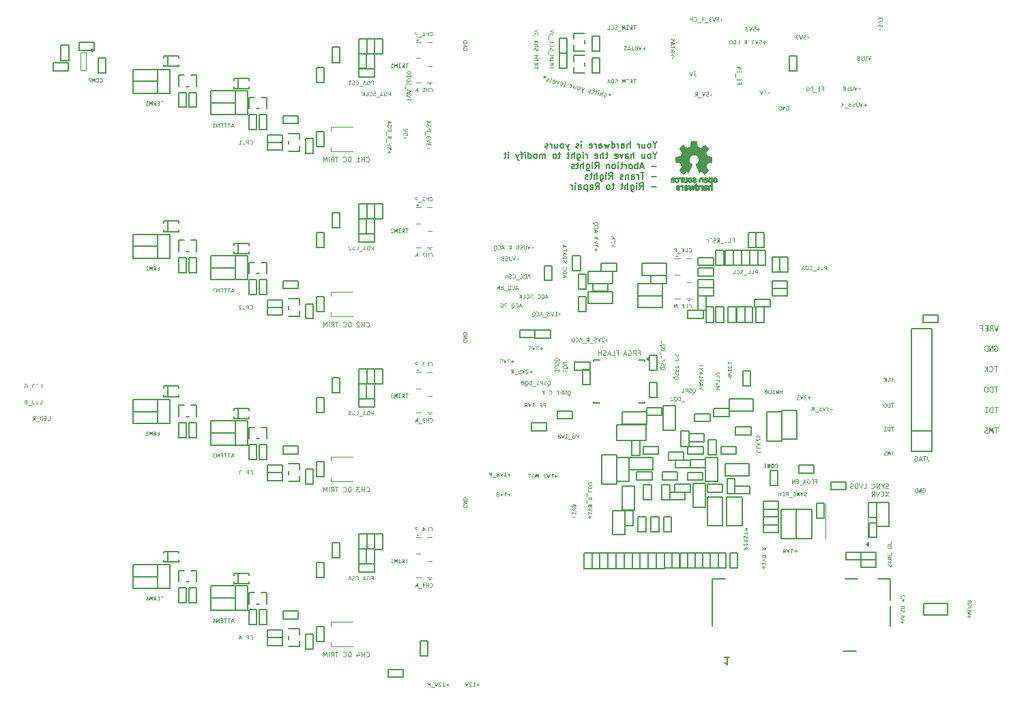
<source format=gbr>
%TF.GenerationSoftware,KiCad,Pcbnew,9.0.0*%
%TF.CreationDate,2025-04-15T14:45:55-04:00*%
%TF.ProjectId,Thunderscope_Rev5,5468756e-6465-4727-9363-6f70655f5265,rev?*%
%TF.SameCoordinates,Original*%
%TF.FileFunction,Legend,Bot*%
%TF.FilePolarity,Positive*%
%FSLAX46Y46*%
G04 Gerber Fmt 4.6, Leading zero omitted, Abs format (unit mm)*
G04 Created by KiCad (PCBNEW 9.0.0) date 2025-04-15 14:45:55*
%MOMM*%
%LPD*%
G01*
G04 APERTURE LIST*
%ADD10C,0.075000*%
%ADD11C,0.200000*%
%ADD12C,0.160000*%
%ADD13C,0.120000*%
%ADD14C,0.127000*%
%ADD15C,0.010000*%
%ADD16C,0.100000*%
%ADD17C,0.150000*%
%ADD18C,0.250000*%
%ADD19C,0.152400*%
G04 APERTURE END LIST*
D10*
G36*
X195624830Y-111730136D02*
G01*
X195783465Y-111730136D01*
X195783465Y-112202600D01*
X195857215Y-112202600D01*
X195857215Y-111730136D01*
X196015850Y-111730136D01*
X196015850Y-111668001D01*
X195624830Y-111668001D01*
X195624830Y-111730136D01*
G37*
G36*
X195545109Y-112202600D02*
G01*
X195430327Y-112202600D01*
X195380593Y-112200063D01*
X195338956Y-112193001D01*
X195300499Y-112181095D01*
X195268431Y-112165780D01*
X195240209Y-112146202D01*
X195217213Y-112123465D01*
X195198279Y-112097382D01*
X195183178Y-112068437D01*
X195171948Y-112037260D01*
X195164127Y-112003004D01*
X195159703Y-111967353D01*
X195158401Y-111934641D01*
X195234835Y-111934641D01*
X195238345Y-111987430D01*
X195247981Y-112029692D01*
X195262763Y-112063363D01*
X195282240Y-112090009D01*
X195306541Y-112110719D01*
X195336354Y-112126012D01*
X195372856Y-112135779D01*
X195417614Y-112139292D01*
X195472129Y-112139292D01*
X195472129Y-111729550D01*
X195409407Y-111729550D01*
X195366784Y-111732438D01*
X195332361Y-111740394D01*
X195302129Y-111754660D01*
X195277846Y-111775309D01*
X195259360Y-111802296D01*
X195245496Y-111838653D01*
X195237742Y-111880131D01*
X195234835Y-111934641D01*
X195158401Y-111934641D01*
X195158191Y-111929365D01*
X195161154Y-111874561D01*
X195169412Y-111828730D01*
X195182213Y-111790510D01*
X195199091Y-111758730D01*
X195219887Y-111732444D01*
X195245384Y-111710449D01*
X195275898Y-111692799D01*
X195312254Y-111679535D01*
X195355518Y-111671037D01*
X195406953Y-111668001D01*
X195545109Y-111668001D01*
X195545109Y-112202600D01*
G37*
G36*
X194934563Y-111729550D02*
G01*
X195057954Y-111729550D01*
X195057954Y-111668001D01*
X194737422Y-111668001D01*
X194737422Y-111729550D01*
X194860814Y-111729550D01*
X194860814Y-112140464D01*
X194737422Y-112140464D01*
X194737422Y-112202600D01*
X195057954Y-112202600D01*
X195057954Y-112140464D01*
X194934563Y-112140464D01*
X194934563Y-111729550D01*
G37*
G36*
X174389990Y-61134332D02*
G01*
X174551043Y-61134332D01*
X174551043Y-61300807D01*
X174621569Y-61300807D01*
X174621569Y-61134332D01*
X174782622Y-61134332D01*
X174782622Y-61072196D01*
X174621569Y-61072196D01*
X174621569Y-60905720D01*
X174551043Y-60905720D01*
X174551043Y-61072196D01*
X174389990Y-61072196D01*
X174389990Y-61134332D01*
G37*
G36*
X173956104Y-61156057D02*
G01*
X173960482Y-61194133D01*
X173973324Y-61228157D01*
X173993665Y-61258326D01*
X174020658Y-61284175D01*
X174052966Y-61304722D01*
X174091769Y-61320628D01*
X174133860Y-61330302D01*
X174180319Y-61333634D01*
X174205928Y-61333084D01*
X174233186Y-61331655D01*
X174259637Y-61329677D01*
X174282791Y-61327186D01*
X174282791Y-61262119D01*
X174232160Y-61269263D01*
X174174567Y-61271498D01*
X174142735Y-61269485D01*
X174115546Y-61263805D01*
X174090828Y-61254199D01*
X174070886Y-61241713D01*
X174054531Y-61225729D01*
X174042603Y-61206835D01*
X174035283Y-61185422D01*
X174032748Y-61160820D01*
X174035211Y-61136731D01*
X174042101Y-61117309D01*
X174053125Y-61101546D01*
X174068615Y-61088829D01*
X174093614Y-61077130D01*
X174127197Y-61069275D01*
X174171710Y-61066334D01*
X174273339Y-61066334D01*
X174273339Y-60792001D01*
X173984791Y-60792001D01*
X173984791Y-60854136D01*
X174206148Y-60854136D01*
X174206148Y-61005371D01*
X174159400Y-61005371D01*
X174121236Y-61007117D01*
X174084405Y-61012296D01*
X174049489Y-61021983D01*
X174019449Y-61036549D01*
X173993770Y-61056750D01*
X173973543Y-61082967D01*
X173964178Y-61103100D01*
X173958228Y-61127182D01*
X173956104Y-61156057D01*
G37*
G36*
X173434548Y-60792001D02*
G01*
X173616521Y-61326600D01*
X173714890Y-61326600D01*
X173892760Y-60792001D01*
X173810401Y-60792001D01*
X173694813Y-61152357D01*
X173662024Y-61257870D01*
X173628392Y-61152357D01*
X173512401Y-60792001D01*
X173434548Y-60792001D01*
G37*
G36*
X173030192Y-61164044D02*
G01*
X173033810Y-61198240D01*
X173044554Y-61230063D01*
X173062260Y-61258706D01*
X173087565Y-61283991D01*
X173118982Y-61304140D01*
X173159702Y-61320371D01*
X173205160Y-61330108D01*
X173260928Y-61333634D01*
X173318338Y-61331509D01*
X173365855Y-61326013D01*
X173365855Y-61262119D01*
X173312183Y-61269044D01*
X173254370Y-61271498D01*
X173215718Y-61269571D01*
X173185750Y-61264391D01*
X173159066Y-61255352D01*
X173139222Y-61243874D01*
X173123503Y-61228885D01*
X173112990Y-61211378D01*
X173106909Y-61191453D01*
X173104784Y-61168330D01*
X173107339Y-61147325D01*
X173114639Y-61129899D01*
X173126304Y-61115018D01*
X173142300Y-61102494D01*
X173161337Y-61093025D01*
X173184908Y-61085935D01*
X173210368Y-61081839D01*
X173239203Y-61080403D01*
X173300276Y-61080403D01*
X173300276Y-61021784D01*
X173238397Y-61021784D01*
X173214891Y-61020131D01*
X173194360Y-61015410D01*
X173175650Y-61007477D01*
X173160325Y-60997055D01*
X173147864Y-60983738D01*
X173138599Y-60967526D01*
X173132984Y-60949174D01*
X173131015Y-60927702D01*
X173134277Y-60900066D01*
X173143160Y-60879628D01*
X173157247Y-60864578D01*
X173175818Y-60854216D01*
X173200872Y-60847329D01*
X173234294Y-60844757D01*
X173261488Y-60846051D01*
X173290054Y-60850033D01*
X173351530Y-60865860D01*
X173351530Y-60803724D01*
X173321818Y-60794822D01*
X173290237Y-60788227D01*
X173258877Y-60784087D01*
X173228981Y-60782622D01*
X173187754Y-60785083D01*
X173153950Y-60791891D01*
X173123580Y-60803500D01*
X173099875Y-60818489D01*
X173080765Y-60837704D01*
X173067085Y-60860511D01*
X173058850Y-60886335D01*
X173055984Y-60916162D01*
X173058773Y-60946150D01*
X173066720Y-60971688D01*
X173079578Y-60993648D01*
X173096819Y-61012738D01*
X173118148Y-61029347D01*
X173144131Y-61043510D01*
X173123530Y-61048361D01*
X173102952Y-61056589D01*
X173083656Y-61067799D01*
X173066462Y-61081722D01*
X173051867Y-61098337D01*
X173040230Y-61117882D01*
X173032757Y-61139590D01*
X173030192Y-61164044D01*
G37*
G36*
X172510248Y-61495420D02*
G01*
X172971757Y-61495420D01*
X172971757Y-61436216D01*
X172510248Y-61436216D01*
X172510248Y-61495420D01*
G37*
G36*
X172440749Y-61326600D02*
G01*
X172367805Y-61326600D01*
X172367805Y-61089782D01*
X172333367Y-61089782D01*
X172304498Y-61093042D01*
X172292074Y-61097381D01*
X172280721Y-61103850D01*
X172270443Y-61112452D01*
X172260424Y-61124183D01*
X172241959Y-61156497D01*
X172162055Y-61326600D01*
X172079660Y-61326600D01*
X172164510Y-61150745D01*
X172181519Y-61120859D01*
X172196677Y-61099783D01*
X172214253Y-61083428D01*
X172234998Y-61072966D01*
X172208334Y-61064560D01*
X172185612Y-61053072D01*
X172165670Y-61038317D01*
X172149562Y-61021418D01*
X172136795Y-61002130D01*
X172127617Y-60980752D01*
X172122094Y-60957873D01*
X172120687Y-60939462D01*
X172196457Y-60939462D01*
X172198545Y-60960781D01*
X172204480Y-60978737D01*
X172214119Y-60994488D01*
X172227012Y-61007533D01*
X172242784Y-61017662D01*
X172262256Y-61025228D01*
X172283700Y-61029610D01*
X172308784Y-61031163D01*
X172367805Y-61031163D01*
X172367805Y-60853550D01*
X172298929Y-60853550D01*
X172267054Y-60856249D01*
X172242366Y-60863606D01*
X172223311Y-60874946D01*
X172208788Y-60890982D01*
X172199737Y-60911959D01*
X172196457Y-60939462D01*
X172120687Y-60939462D01*
X172120216Y-60933307D01*
X172122812Y-60902636D01*
X172130291Y-60875605D01*
X172143170Y-60851463D01*
X172161835Y-60831055D01*
X172185625Y-60815007D01*
X172216973Y-60802296D01*
X172252354Y-60794770D01*
X172297280Y-60792001D01*
X172440749Y-60792001D01*
X172440749Y-61326600D01*
G37*
G36*
X171587596Y-61495420D02*
G01*
X172049105Y-61495420D01*
X172049105Y-61436216D01*
X171587596Y-61436216D01*
X171587596Y-61495420D01*
G37*
G36*
X171179943Y-61307255D02*
G01*
X171223501Y-61321901D01*
X171268330Y-61330682D01*
X171314801Y-61333634D01*
X171360587Y-61330584D01*
X171400033Y-61321935D01*
X171434123Y-61308198D01*
X171463660Y-61289549D01*
X171489227Y-61265820D01*
X171509808Y-61238267D01*
X171526483Y-61205403D01*
X171539090Y-61166351D01*
X171547188Y-61120040D01*
X171550080Y-61065235D01*
X171548105Y-61022583D01*
X171542409Y-60983945D01*
X171533264Y-60948878D01*
X171520118Y-60915188D01*
X171504108Y-60885921D01*
X171485307Y-60860584D01*
X171463098Y-60838256D01*
X171438060Y-60819665D01*
X171409909Y-60804640D01*
X171379804Y-60793877D01*
X171346889Y-60787251D01*
X171310698Y-60784967D01*
X171274147Y-60786644D01*
X171241455Y-60791451D01*
X171210062Y-60799674D01*
X171179943Y-60811345D01*
X171179943Y-60882859D01*
X171209681Y-60868710D01*
X171240209Y-60858459D01*
X171272218Y-60852211D01*
X171308243Y-60850033D01*
X171344632Y-60853668D01*
X171376497Y-60864175D01*
X171404654Y-60881418D01*
X171428338Y-60905134D01*
X171446860Y-60934251D01*
X171461127Y-60970640D01*
X171469574Y-61010885D01*
X171472594Y-61058897D01*
X171469445Y-61111899D01*
X171460806Y-61154541D01*
X171447613Y-61188645D01*
X171430389Y-61215738D01*
X171407454Y-61238369D01*
X171379880Y-61254691D01*
X171346720Y-61264926D01*
X171306595Y-61268567D01*
X171272687Y-61266535D01*
X171240649Y-61260544D01*
X171209674Y-61250915D01*
X171179943Y-61238086D01*
X171179943Y-61307255D01*
G37*
G36*
X171061680Y-61326600D02*
G01*
X170988737Y-61326600D01*
X170988737Y-61134332D01*
X170922352Y-61134332D01*
X170885383Y-61132423D01*
X170853653Y-61127045D01*
X170826438Y-61118615D01*
X170789114Y-61100012D01*
X170760455Y-61077545D01*
X170737886Y-61050363D01*
X170722317Y-61020172D01*
X170713047Y-60987734D01*
X170710338Y-60958916D01*
X170785845Y-60958916D01*
X170788308Y-60987125D01*
X170795176Y-61010080D01*
X170806020Y-61028825D01*
X170820906Y-61044096D01*
X170845790Y-61058953D01*
X170878339Y-61068632D01*
X170920703Y-61072196D01*
X170988737Y-61072196D01*
X170988737Y-60852964D01*
X170914145Y-60852964D01*
X170874540Y-60856387D01*
X170843670Y-60865752D01*
X170819660Y-60880258D01*
X170801204Y-60900614D01*
X170789886Y-60926280D01*
X170785845Y-60958916D01*
X170710338Y-60958916D01*
X170710007Y-60955399D01*
X170711989Y-60926090D01*
X170717581Y-60901144D01*
X170726420Y-60879855D01*
X170745720Y-60851547D01*
X170770494Y-60829187D01*
X170799965Y-60812446D01*
X170834644Y-60800793D01*
X170871653Y-60794230D01*
X170910848Y-60792001D01*
X171061680Y-60792001D01*
X171061680Y-61326600D01*
G37*
G36*
X178946439Y-114502392D02*
G01*
X178931793Y-114545951D01*
X178923012Y-114590779D01*
X178920060Y-114637250D01*
X178923110Y-114683036D01*
X178931759Y-114722482D01*
X178945496Y-114756572D01*
X178964145Y-114786109D01*
X178987874Y-114811677D01*
X179015427Y-114832257D01*
X179048291Y-114848932D01*
X179087343Y-114861539D01*
X179133654Y-114869637D01*
X179188459Y-114872530D01*
X179231111Y-114870554D01*
X179269749Y-114864858D01*
X179304816Y-114855713D01*
X179338506Y-114842567D01*
X179367773Y-114826558D01*
X179393110Y-114807756D01*
X179415438Y-114785547D01*
X179434029Y-114760509D01*
X179449054Y-114732359D01*
X179459817Y-114702253D01*
X179466443Y-114669338D01*
X179468727Y-114633147D01*
X179467050Y-114596596D01*
X179462243Y-114563904D01*
X179454020Y-114532511D01*
X179442349Y-114502392D01*
X179370835Y-114502392D01*
X179384984Y-114532130D01*
X179395235Y-114562659D01*
X179401483Y-114594667D01*
X179403661Y-114630693D01*
X179400026Y-114667081D01*
X179389519Y-114698946D01*
X179372276Y-114727103D01*
X179348560Y-114750787D01*
X179319443Y-114769309D01*
X179283054Y-114783576D01*
X179242809Y-114792023D01*
X179194797Y-114795044D01*
X179141795Y-114791895D01*
X179099153Y-114783255D01*
X179065049Y-114770062D01*
X179037956Y-114752838D01*
X179015325Y-114729903D01*
X178999003Y-114702329D01*
X178988768Y-114669169D01*
X178985127Y-114629044D01*
X178987159Y-114595136D01*
X178993150Y-114563098D01*
X179002779Y-114532123D01*
X179015608Y-114502392D01*
X178946439Y-114502392D01*
G37*
G36*
X178927095Y-114045169D02*
G01*
X178927095Y-114353391D01*
X179461693Y-114353391D01*
X179461693Y-114279203D01*
X178989230Y-114279203D01*
X178989230Y-114045169D01*
X178927095Y-114045169D01*
G37*
G36*
X178927095Y-113558454D02*
G01*
X178927095Y-113650265D01*
X179189265Y-113850666D01*
X178927095Y-113850666D01*
X178927095Y-113923646D01*
X179461693Y-113923646D01*
X179461693Y-113850666D01*
X179213408Y-113850666D01*
X179461693Y-113654368D01*
X179461693Y-113567870D01*
X179207693Y-113779372D01*
X178927095Y-113558454D01*
G37*
G36*
X178927095Y-113113102D02*
G01*
X178927095Y-113465984D01*
X178990988Y-113465984D01*
X179129034Y-113327462D01*
X179187360Y-113272141D01*
X179211892Y-113252471D01*
X179232313Y-113238948D01*
X179252675Y-113228745D01*
X179270708Y-113222938D01*
X179309725Y-113218835D01*
X179329065Y-113220190D01*
X179347241Y-113224183D01*
X179364155Y-113230999D01*
X179378638Y-113240560D01*
X179390621Y-113253094D01*
X179399961Y-113269246D01*
X179405690Y-113287959D01*
X179407764Y-113311488D01*
X179403943Y-113344227D01*
X179392743Y-113373367D01*
X179375652Y-113399943D01*
X179353836Y-113424585D01*
X179400804Y-113463932D01*
X179429508Y-113431317D01*
X179451875Y-113394067D01*
X179462304Y-113367059D01*
X179468803Y-113336584D01*
X179471072Y-113302036D01*
X179468309Y-113267438D01*
X179460374Y-113237080D01*
X179447232Y-113209582D01*
X179429600Y-113186485D01*
X179407433Y-113167711D01*
X179380324Y-113153475D01*
X179349931Y-113144821D01*
X179314598Y-113141788D01*
X179284525Y-113143897D01*
X179257518Y-113149995D01*
X179231674Y-113160120D01*
X179205165Y-113174798D01*
X179179314Y-113193005D01*
X179151126Y-113216600D01*
X179089943Y-113276244D01*
X178995092Y-113373367D01*
X178995092Y-113113102D01*
X178927095Y-113113102D01*
G37*
G36*
X179097637Y-112665295D02*
G01*
X179059561Y-112669673D01*
X179025537Y-112682514D01*
X178995368Y-112702855D01*
X178969519Y-112729848D01*
X178948972Y-112762157D01*
X178933066Y-112800959D01*
X178923392Y-112843050D01*
X178920060Y-112889510D01*
X178920610Y-112915119D01*
X178922039Y-112942376D01*
X178924017Y-112968828D01*
X178926508Y-112991982D01*
X178991575Y-112991982D01*
X178984431Y-112941350D01*
X178982196Y-112883758D01*
X178984209Y-112851926D01*
X178989889Y-112824737D01*
X178999495Y-112800018D01*
X179011981Y-112780077D01*
X179027965Y-112763721D01*
X179046859Y-112751793D01*
X179068272Y-112744473D01*
X179092874Y-112741938D01*
X179116963Y-112744402D01*
X179136385Y-112751292D01*
X179152148Y-112762315D01*
X179164865Y-112777805D01*
X179176564Y-112802804D01*
X179184419Y-112836387D01*
X179187360Y-112880900D01*
X179187360Y-112982530D01*
X179461693Y-112982530D01*
X179461693Y-112693981D01*
X179399558Y-112693981D01*
X179399558Y-112915338D01*
X179248323Y-112915338D01*
X179248323Y-112868590D01*
X179246577Y-112830427D01*
X179241398Y-112793596D01*
X179231711Y-112758679D01*
X179217145Y-112728639D01*
X179196944Y-112702961D01*
X179170727Y-112682734D01*
X179150594Y-112673368D01*
X179126512Y-112667418D01*
X179097637Y-112665295D01*
G37*
G36*
X138396572Y-131583255D02*
G01*
X138440131Y-131597901D01*
X138484959Y-131606682D01*
X138531430Y-131609634D01*
X138577216Y-131606584D01*
X138616662Y-131597935D01*
X138650752Y-131584198D01*
X138680289Y-131565549D01*
X138705857Y-131541820D01*
X138726437Y-131514267D01*
X138743112Y-131481403D01*
X138755719Y-131442351D01*
X138763817Y-131396040D01*
X138766710Y-131341235D01*
X138764734Y-131298583D01*
X138759038Y-131259945D01*
X138749893Y-131224878D01*
X138736747Y-131191188D01*
X138720738Y-131161921D01*
X138701936Y-131136584D01*
X138679727Y-131114256D01*
X138654689Y-131095665D01*
X138626539Y-131080640D01*
X138596433Y-131069877D01*
X138563518Y-131063251D01*
X138527327Y-131060967D01*
X138490776Y-131062644D01*
X138458084Y-131067451D01*
X138426691Y-131075674D01*
X138396572Y-131087345D01*
X138396572Y-131158859D01*
X138426310Y-131144710D01*
X138456839Y-131134459D01*
X138488847Y-131128211D01*
X138524873Y-131126033D01*
X138561261Y-131129668D01*
X138593126Y-131140175D01*
X138621283Y-131157418D01*
X138644967Y-131181134D01*
X138663489Y-131210251D01*
X138677756Y-131246640D01*
X138686203Y-131286885D01*
X138689224Y-131334897D01*
X138686075Y-131387899D01*
X138677435Y-131430541D01*
X138664242Y-131464645D01*
X138647018Y-131491738D01*
X138624083Y-131514369D01*
X138596509Y-131530691D01*
X138563349Y-131540926D01*
X138523224Y-131544567D01*
X138489316Y-131542535D01*
X138457278Y-131536544D01*
X138426303Y-131526915D01*
X138396572Y-131514086D01*
X138396572Y-131583255D01*
G37*
G36*
X137926636Y-131602600D02*
G01*
X137999616Y-131602600D01*
X137999616Y-131356403D01*
X138224637Y-131356403D01*
X138224637Y-131602600D01*
X138297580Y-131602600D01*
X138297580Y-131068001D01*
X138224637Y-131068001D01*
X138224637Y-131293095D01*
X137999616Y-131293095D01*
X137999616Y-131068001D01*
X137926636Y-131068001D01*
X137926636Y-131602600D01*
G37*
G36*
X137864135Y-131422641D02*
G01*
X137864135Y-131485363D01*
X137606324Y-131485363D01*
X137606324Y-131602600D01*
X137533381Y-131602600D01*
X137533381Y-131485363D01*
X137441973Y-131485363D01*
X137441973Y-131422641D01*
X137533381Y-131422641D01*
X137606324Y-131422641D01*
X137792803Y-131422641D01*
X137606324Y-131136877D01*
X137606324Y-131422641D01*
X137533381Y-131422641D01*
X137533381Y-131068001D01*
X137635816Y-131068001D01*
X137864135Y-131422641D01*
G37*
G36*
X136958922Y-131771420D02*
G01*
X137420431Y-131771420D01*
X137420431Y-131712216D01*
X136958922Y-131712216D01*
X136958922Y-131771420D01*
G37*
G36*
X136545956Y-131602600D02*
G01*
X136641027Y-131602600D01*
X136797209Y-131269025D01*
X136842308Y-131161790D01*
X136842308Y-131431507D01*
X136842308Y-131602600D01*
X136910342Y-131602600D01*
X136910342Y-131068001D01*
X136816479Y-131068001D01*
X136667699Y-131384063D01*
X136613990Y-131506466D01*
X136613990Y-131219895D01*
X136613990Y-131068001D01*
X136545956Y-131068001D01*
X136545956Y-131602600D01*
G37*
G36*
X104974830Y-112280136D02*
G01*
X105133465Y-112280136D01*
X105133465Y-112752600D01*
X105207215Y-112752600D01*
X105207215Y-112280136D01*
X105365850Y-112280136D01*
X105365850Y-112218001D01*
X104974830Y-112218001D01*
X104974830Y-112280136D01*
G37*
G36*
X104552851Y-112752600D02*
G01*
X104857373Y-112752600D01*
X104857373Y-112218001D01*
X104552851Y-112218001D01*
X104552851Y-112279550D01*
X104784430Y-112279550D01*
X104784430Y-112444854D01*
X104561864Y-112444854D01*
X104561864Y-112506403D01*
X104784430Y-112506403D01*
X104784430Y-112690464D01*
X104552851Y-112690464D01*
X104552851Y-112752600D01*
G37*
G36*
X104408760Y-112752600D02*
G01*
X104335817Y-112752600D01*
X104335817Y-112515782D01*
X104301379Y-112515782D01*
X104272509Y-112519042D01*
X104260085Y-112523381D01*
X104248732Y-112529850D01*
X104238455Y-112538452D01*
X104228436Y-112550183D01*
X104209971Y-112582497D01*
X104130067Y-112752600D01*
X104047672Y-112752600D01*
X104132522Y-112576745D01*
X104149530Y-112546859D01*
X104164688Y-112525783D01*
X104182265Y-112509428D01*
X104203010Y-112498966D01*
X104176346Y-112490560D01*
X104153624Y-112479072D01*
X104133682Y-112464317D01*
X104117574Y-112447418D01*
X104104807Y-112428130D01*
X104095629Y-112406752D01*
X104090106Y-112383873D01*
X104088699Y-112365462D01*
X104164469Y-112365462D01*
X104166557Y-112386781D01*
X104172492Y-112404737D01*
X104182130Y-112420488D01*
X104195023Y-112433533D01*
X104210795Y-112443662D01*
X104230268Y-112451228D01*
X104251711Y-112455610D01*
X104276796Y-112457163D01*
X104335817Y-112457163D01*
X104335817Y-112279550D01*
X104266941Y-112279550D01*
X104235066Y-112282249D01*
X104210378Y-112289606D01*
X104191323Y-112300946D01*
X104176800Y-112316982D01*
X104167749Y-112337959D01*
X104164469Y-112365462D01*
X104088699Y-112365462D01*
X104088228Y-112359307D01*
X104090824Y-112328636D01*
X104098303Y-112301605D01*
X104111181Y-112277463D01*
X104129847Y-112257055D01*
X104153637Y-112241007D01*
X104184985Y-112228296D01*
X104220365Y-112220770D01*
X104265292Y-112218001D01*
X104408760Y-112218001D01*
X104408760Y-112752600D01*
G37*
G36*
X103575685Y-112752600D02*
G01*
X103647016Y-112752600D01*
X103657677Y-112419648D01*
X103662183Y-112291384D01*
X103687169Y-112365975D01*
X103766267Y-112579089D01*
X103816679Y-112579089D01*
X103892113Y-112374145D01*
X103917099Y-112291384D01*
X103918748Y-112425400D01*
X103928164Y-112752600D01*
X103997040Y-112752600D01*
X103970808Y-112218001D01*
X103884310Y-112218001D01*
X103812173Y-112419648D01*
X103788835Y-112487681D01*
X103766267Y-112419648D01*
X103690466Y-112218001D01*
X103601513Y-112218001D01*
X103575685Y-112752600D01*
G37*
G36*
X103152900Y-112590044D02*
G01*
X103156518Y-112624240D01*
X103167262Y-112656063D01*
X103184968Y-112684706D01*
X103210273Y-112709991D01*
X103241690Y-112730140D01*
X103282410Y-112746371D01*
X103327868Y-112756108D01*
X103383636Y-112759634D01*
X103441046Y-112757509D01*
X103488563Y-112752013D01*
X103488563Y-112688119D01*
X103434891Y-112695044D01*
X103377078Y-112697498D01*
X103338426Y-112695571D01*
X103308458Y-112690391D01*
X103281774Y-112681352D01*
X103261930Y-112669874D01*
X103246212Y-112654885D01*
X103235698Y-112637378D01*
X103229617Y-112617453D01*
X103227492Y-112594330D01*
X103230047Y-112573325D01*
X103237347Y-112555899D01*
X103249012Y-112541018D01*
X103265008Y-112528494D01*
X103284045Y-112519025D01*
X103307616Y-112511935D01*
X103333077Y-112507839D01*
X103361911Y-112506403D01*
X103422984Y-112506403D01*
X103422984Y-112447784D01*
X103361105Y-112447784D01*
X103337599Y-112446131D01*
X103317068Y-112441410D01*
X103298358Y-112433477D01*
X103283033Y-112423055D01*
X103270572Y-112409738D01*
X103261307Y-112393526D01*
X103255692Y-112375174D01*
X103253724Y-112353702D01*
X103256985Y-112326066D01*
X103265868Y-112305628D01*
X103279955Y-112290578D01*
X103298526Y-112280216D01*
X103323580Y-112273329D01*
X103357002Y-112270757D01*
X103384196Y-112272051D01*
X103412762Y-112276033D01*
X103474238Y-112291860D01*
X103474238Y-112229724D01*
X103444526Y-112220822D01*
X103412946Y-112214227D01*
X103381585Y-112210087D01*
X103351689Y-112208622D01*
X103310462Y-112211083D01*
X103276658Y-112217891D01*
X103246288Y-112229500D01*
X103222583Y-112244489D01*
X103203473Y-112263704D01*
X103189793Y-112286511D01*
X103181559Y-112312335D01*
X103178692Y-112342162D01*
X103181481Y-112372150D01*
X103189428Y-112397688D01*
X103202286Y-112419648D01*
X103219527Y-112438738D01*
X103240857Y-112455347D01*
X103266839Y-112469510D01*
X103246238Y-112474361D01*
X103225660Y-112482589D01*
X103206364Y-112493799D01*
X103189170Y-112507722D01*
X103174575Y-112524337D01*
X103162939Y-112543882D01*
X103155466Y-112565590D01*
X103152900Y-112590044D01*
G37*
D11*
G36*
X208419067Y-111835648D02*
G01*
X208630582Y-111835648D01*
X208630582Y-112465600D01*
X208728914Y-112465600D01*
X208728914Y-111835648D01*
X208940428Y-111835648D01*
X208940428Y-111752801D01*
X208419067Y-111752801D01*
X208419067Y-111835648D01*
G37*
G36*
X207783743Y-112465600D02*
G01*
X207878851Y-112465600D01*
X207893066Y-112021664D01*
X207899074Y-111850645D01*
X207932389Y-111950101D01*
X208037853Y-112234253D01*
X208105069Y-112234253D01*
X208205648Y-111960994D01*
X208238963Y-111850645D01*
X208241161Y-112029333D01*
X208253715Y-112465600D01*
X208345550Y-112465600D01*
X208310575Y-111752801D01*
X208195243Y-111752801D01*
X208099060Y-112021664D01*
X208067944Y-112112375D01*
X208037853Y-112021664D01*
X207936785Y-111752801D01*
X207818181Y-111752801D01*
X207783743Y-112465600D01*
G37*
G36*
X207212361Y-112271475D02*
G01*
X207217755Y-112320091D01*
X207233122Y-112360673D01*
X207257863Y-112395587D01*
X207291056Y-112424371D01*
X207331005Y-112446188D01*
X207380449Y-112462424D01*
X207434129Y-112471713D01*
X207495439Y-112474978D01*
X207552005Y-112472780D01*
X207606130Y-112467309D01*
X207655027Y-112459689D01*
X207696548Y-112450359D01*
X207696548Y-112356228D01*
X207654052Y-112369615D01*
X207604469Y-112380261D01*
X207551630Y-112386686D01*
X207488356Y-112389005D01*
X207443117Y-112386998D01*
X207408293Y-112381629D01*
X207377240Y-112372080D01*
X207354169Y-112359793D01*
X207335783Y-112343475D01*
X207323589Y-112324525D01*
X207316502Y-112302687D01*
X207314015Y-112276946D01*
X207318156Y-112249730D01*
X207330135Y-112227463D01*
X207348345Y-112208426D01*
X207372487Y-112190826D01*
X207399939Y-112175662D01*
X207432326Y-112161273D01*
X207500910Y-112133625D01*
X207569493Y-112102752D01*
X207601543Y-112084355D01*
X207629333Y-112063332D01*
X207653043Y-112038630D01*
X207671684Y-112009989D01*
X207683573Y-111977387D01*
X207687804Y-111937253D01*
X207684032Y-111901085D01*
X207672515Y-111865006D01*
X207653256Y-111831793D01*
X207624985Y-111801845D01*
X207589362Y-111777520D01*
X207542187Y-111757246D01*
X207488902Y-111744838D01*
X207421677Y-111740296D01*
X207382598Y-111741957D01*
X207339954Y-111746597D01*
X207297358Y-111753485D01*
X207258279Y-111761692D01*
X207258279Y-111849326D01*
X207342445Y-111831008D01*
X207384223Y-111826252D01*
X207423875Y-111824706D01*
X207479293Y-111828460D01*
X207519012Y-111838271D01*
X207546827Y-111852550D01*
X207568903Y-111873541D01*
X207581744Y-111898070D01*
X207586150Y-111927386D01*
X207582021Y-111954657D01*
X207570030Y-111977212D01*
X207551814Y-111996505D01*
X207527679Y-112014385D01*
X207500208Y-112029739D01*
X207467839Y-112044183D01*
X207399256Y-112071831D01*
X207330672Y-112102997D01*
X207298650Y-112121696D01*
X207270833Y-112143199D01*
X207247135Y-112168434D01*
X207228481Y-112197665D01*
X207216592Y-112230796D01*
X207212361Y-112271475D01*
G37*
D10*
G36*
X171608326Y-67912676D02*
G01*
X171853423Y-67912676D01*
X171853423Y-67845265D01*
X171608326Y-67845265D01*
X171608326Y-67912676D01*
G37*
G36*
X171100691Y-67932057D02*
G01*
X171105069Y-67970133D01*
X171117911Y-68004157D01*
X171138252Y-68034326D01*
X171165245Y-68060175D01*
X171197553Y-68080722D01*
X171236356Y-68096628D01*
X171278447Y-68106302D01*
X171324906Y-68109634D01*
X171350515Y-68109084D01*
X171377773Y-68107655D01*
X171404224Y-68105677D01*
X171427378Y-68103186D01*
X171427378Y-68038119D01*
X171376747Y-68045263D01*
X171319154Y-68047498D01*
X171287322Y-68045485D01*
X171260133Y-68039805D01*
X171235415Y-68030199D01*
X171215473Y-68017713D01*
X171199118Y-68001729D01*
X171187190Y-67982835D01*
X171179870Y-67961422D01*
X171177335Y-67936820D01*
X171179798Y-67912731D01*
X171186688Y-67893309D01*
X171197712Y-67877546D01*
X171213202Y-67864829D01*
X171238201Y-67853130D01*
X171271784Y-67845275D01*
X171316297Y-67842334D01*
X171417926Y-67842334D01*
X171417926Y-67568001D01*
X171129378Y-67568001D01*
X171129378Y-67630136D01*
X171350735Y-67630136D01*
X171350735Y-67781371D01*
X171303987Y-67781371D01*
X171265823Y-67783117D01*
X171228992Y-67788296D01*
X171194076Y-67797983D01*
X171164036Y-67812549D01*
X171138357Y-67832750D01*
X171118130Y-67858967D01*
X171108765Y-67879100D01*
X171102815Y-67903182D01*
X171100691Y-67932057D01*
G37*
G36*
X170579135Y-67568001D02*
G01*
X170761108Y-68102600D01*
X170859477Y-68102600D01*
X171037347Y-67568001D01*
X170954988Y-67568001D01*
X170839400Y-67928357D01*
X170806611Y-68033870D01*
X170772979Y-67928357D01*
X170656988Y-67568001D01*
X170579135Y-67568001D01*
G37*
G36*
X181791277Y-107577600D02*
G01*
X181864257Y-107577600D01*
X181864257Y-107331403D01*
X182089278Y-107331403D01*
X182089278Y-107577600D01*
X182162221Y-107577600D01*
X182162221Y-107043001D01*
X182089278Y-107043001D01*
X182089278Y-107268095D01*
X181864257Y-107268095D01*
X181864257Y-107043001D01*
X181791277Y-107043001D01*
X181791277Y-107577600D01*
G37*
G36*
X181303317Y-107043001D02*
G01*
X181339404Y-107577600D01*
X181434072Y-107577600D01*
X181500457Y-107387493D01*
X181518922Y-107326567D01*
X181538193Y-107392402D01*
X181599669Y-107577600D01*
X181691077Y-107577600D01*
X181727969Y-107043001D01*
X181659093Y-107043001D01*
X181638174Y-107406691D01*
X181632055Y-107506452D01*
X181606227Y-107421821D01*
X181541453Y-107223545D01*
X181491042Y-107223545D01*
X181416450Y-107436146D01*
X181391464Y-107506452D01*
X181389815Y-107432886D01*
X181368493Y-107043001D01*
X181303317Y-107043001D01*
G37*
G36*
X181091192Y-107104550D02*
G01*
X181214583Y-107104550D01*
X181214583Y-107043001D01*
X180894051Y-107043001D01*
X180894051Y-107104550D01*
X181017443Y-107104550D01*
X181017443Y-107515464D01*
X180894051Y-107515464D01*
X180894051Y-107577600D01*
X181214583Y-107577600D01*
X181214583Y-107515464D01*
X181091192Y-107515464D01*
X181091192Y-107104550D01*
G37*
G36*
X180779086Y-107577600D02*
G01*
X180664304Y-107577600D01*
X180614570Y-107575063D01*
X180572933Y-107568001D01*
X180534476Y-107556095D01*
X180502408Y-107540780D01*
X180474186Y-107521202D01*
X180451190Y-107498465D01*
X180432257Y-107472382D01*
X180417155Y-107443437D01*
X180405925Y-107412260D01*
X180398104Y-107378004D01*
X180393680Y-107342353D01*
X180392379Y-107309641D01*
X180468812Y-107309641D01*
X180472322Y-107362430D01*
X180481959Y-107404692D01*
X180496740Y-107438363D01*
X180516218Y-107465009D01*
X180540519Y-107485719D01*
X180570331Y-107501012D01*
X180606834Y-107510779D01*
X180651591Y-107514292D01*
X180706106Y-107514292D01*
X180706106Y-107104550D01*
X180643385Y-107104550D01*
X180600762Y-107107438D01*
X180566338Y-107115394D01*
X180536107Y-107129660D01*
X180511823Y-107150309D01*
X180493338Y-107177296D01*
X180479473Y-107213653D01*
X180471719Y-107255131D01*
X180468812Y-107309641D01*
X180392379Y-107309641D01*
X180392169Y-107304365D01*
X180395131Y-107249561D01*
X180403389Y-107203730D01*
X180416190Y-107165510D01*
X180433068Y-107133730D01*
X180453864Y-107107444D01*
X180479361Y-107085449D01*
X180509875Y-107067799D01*
X180546231Y-107054535D01*
X180589496Y-107046037D01*
X180640930Y-107043001D01*
X180779086Y-107043001D01*
X180779086Y-107577600D01*
G37*
G36*
X180160133Y-107035961D02*
G01*
X180188887Y-107042679D01*
X180214445Y-107053515D01*
X180237825Y-107068528D01*
X180258456Y-107087160D01*
X180276544Y-107109716D01*
X180297857Y-107148709D01*
X180313840Y-107196910D01*
X180323080Y-107249312D01*
X180326333Y-107309348D01*
X180322698Y-107378192D01*
X180312814Y-107432849D01*
X180302013Y-107466881D01*
X180289107Y-107495198D01*
X180274309Y-107518578D01*
X180256208Y-107539343D01*
X180236181Y-107555840D01*
X180214042Y-107568440D01*
X180177349Y-107580481D01*
X180135750Y-107584634D01*
X180102902Y-107582284D01*
X180074088Y-107575556D01*
X180048666Y-107564740D01*
X180025390Y-107549745D01*
X180004755Y-107531115D01*
X179986567Y-107508540D01*
X179965144Y-107469557D01*
X179949271Y-107421565D01*
X179940169Y-107369336D01*
X179937055Y-107311106D01*
X180009098Y-107311106D01*
X180011396Y-107361808D01*
X180017708Y-107403173D01*
X180028593Y-107440823D01*
X180042327Y-107469705D01*
X180060390Y-107493598D01*
X180081052Y-107510079D01*
X180104922Y-107520231D01*
X180131647Y-107523671D01*
X180152588Y-107521793D01*
X180170408Y-107516453D01*
X180186475Y-107507763D01*
X180200743Y-107496157D01*
X180212946Y-107482007D01*
X180223495Y-107464906D01*
X180239065Y-107425192D01*
X180012396Y-107256371D01*
X180010124Y-107283336D01*
X180009098Y-107311106D01*
X179937055Y-107311106D01*
X179936961Y-107309348D01*
X179940607Y-107240476D01*
X179950058Y-107188374D01*
X180025914Y-107188374D01*
X180252584Y-107356022D01*
X180254013Y-107331513D01*
X180254196Y-107306160D01*
X180251907Y-107255783D01*
X180245623Y-107214716D01*
X180234758Y-107177283D01*
X180221040Y-107148404D01*
X180202940Y-107124502D01*
X180182279Y-107108104D01*
X180158408Y-107098008D01*
X180131647Y-107094585D01*
X180111458Y-107096376D01*
X180093948Y-107101509D01*
X180078047Y-107109823D01*
X180064016Y-107120890D01*
X180051935Y-107134348D01*
X180041485Y-107150455D01*
X180025914Y-107188374D01*
X179950058Y-107188374D01*
X179950517Y-107185846D01*
X179961312Y-107151814D01*
X179974229Y-107123417D01*
X179989058Y-107099897D01*
X180007153Y-107078999D01*
X180027167Y-107062447D01*
X180049288Y-107049852D01*
X180085984Y-107037784D01*
X180127580Y-107033622D01*
X180160133Y-107035961D01*
G37*
G36*
X173802095Y-106687153D02*
G01*
X173802095Y-106760133D01*
X174048291Y-106760133D01*
X174048291Y-106985154D01*
X173802095Y-106985154D01*
X173802095Y-107058097D01*
X174336693Y-107058097D01*
X174336693Y-106985154D01*
X174111599Y-106985154D01*
X174111599Y-106760133D01*
X174336693Y-106760133D01*
X174336693Y-106687153D01*
X173802095Y-106687153D01*
G37*
G36*
X174336693Y-106199193D02*
G01*
X173802095Y-106235280D01*
X173802095Y-106329948D01*
X173992201Y-106396333D01*
X174053127Y-106414798D01*
X173987292Y-106434069D01*
X173802095Y-106495545D01*
X173802095Y-106586953D01*
X174336693Y-106623845D01*
X174336693Y-106554969D01*
X173973003Y-106534050D01*
X173873242Y-106527931D01*
X173957873Y-106502103D01*
X174156149Y-106437329D01*
X174156149Y-106386918D01*
X173943548Y-106312326D01*
X173873242Y-106287340D01*
X173946808Y-106285691D01*
X174336693Y-106264369D01*
X174336693Y-106199193D01*
G37*
G36*
X174275144Y-105987068D02*
G01*
X174275144Y-106110459D01*
X174336693Y-106110459D01*
X174336693Y-105789927D01*
X174275144Y-105789927D01*
X174275144Y-105913319D01*
X173864230Y-105913319D01*
X173864230Y-105789927D01*
X173802095Y-105789927D01*
X173802095Y-106110459D01*
X173864230Y-106110459D01*
X173864230Y-105987068D01*
X174275144Y-105987068D01*
G37*
G36*
X174130133Y-105291007D02*
G01*
X174175964Y-105299265D01*
X174214184Y-105312066D01*
X174245964Y-105328944D01*
X174272250Y-105349740D01*
X174294245Y-105375237D01*
X174311895Y-105405751D01*
X174325159Y-105442107D01*
X174333657Y-105485372D01*
X174336693Y-105536806D01*
X174336693Y-105674962D01*
X173802095Y-105674962D01*
X173802095Y-105560180D01*
X173802743Y-105547467D01*
X173865402Y-105547467D01*
X173865402Y-105601982D01*
X174275144Y-105601982D01*
X174275144Y-105539261D01*
X174272256Y-105496638D01*
X174264300Y-105462214D01*
X174250034Y-105431983D01*
X174229385Y-105407699D01*
X174202398Y-105389214D01*
X174166041Y-105375349D01*
X174124563Y-105367595D01*
X174070053Y-105364688D01*
X174017264Y-105368198D01*
X173975002Y-105377835D01*
X173941331Y-105392616D01*
X173914685Y-105412094D01*
X173893975Y-105436395D01*
X173878682Y-105466207D01*
X173868915Y-105502710D01*
X173865402Y-105547467D01*
X173802743Y-105547467D01*
X173804631Y-105510446D01*
X173811693Y-105468809D01*
X173823599Y-105430352D01*
X173838914Y-105398284D01*
X173858492Y-105370062D01*
X173881229Y-105347066D01*
X173907312Y-105328133D01*
X173936257Y-105313031D01*
X173967434Y-105301801D01*
X174001690Y-105293980D01*
X174037341Y-105289556D01*
X174075329Y-105288045D01*
X174130133Y-105291007D01*
G37*
G36*
X173802095Y-104845147D02*
G01*
X173802095Y-105198029D01*
X173865988Y-105198029D01*
X174004034Y-105059507D01*
X174062360Y-105004186D01*
X174086892Y-104984516D01*
X174107313Y-104970993D01*
X174127675Y-104960790D01*
X174145708Y-104954983D01*
X174184725Y-104950880D01*
X174204065Y-104952235D01*
X174222241Y-104956229D01*
X174239155Y-104963044D01*
X174253638Y-104972605D01*
X174265621Y-104985140D01*
X174274961Y-105001291D01*
X174280690Y-105020004D01*
X174282764Y-105043533D01*
X174278943Y-105076272D01*
X174267743Y-105105412D01*
X174250652Y-105131988D01*
X174228836Y-105156630D01*
X174275804Y-105195977D01*
X174304508Y-105163362D01*
X174326875Y-105126112D01*
X174337304Y-105099104D01*
X174343803Y-105068629D01*
X174346072Y-105034081D01*
X174343309Y-104999483D01*
X174335374Y-104969125D01*
X174322232Y-104941627D01*
X174304600Y-104918530D01*
X174282433Y-104899756D01*
X174255324Y-104885520D01*
X174224931Y-104876866D01*
X174189598Y-104873833D01*
X174159525Y-104875942D01*
X174132518Y-104882040D01*
X174106674Y-104892165D01*
X174080165Y-104906843D01*
X174054314Y-104925050D01*
X174026126Y-104948645D01*
X173964943Y-105008289D01*
X173870092Y-105105412D01*
X173870092Y-104845147D01*
X173802095Y-104845147D01*
G37*
D12*
X166302974Y-76633512D02*
X166302974Y-77014465D01*
X166569641Y-76214465D02*
X166302974Y-76633512D01*
X166302974Y-76633512D02*
X166036308Y-76214465D01*
X165655356Y-77014465D02*
X165731546Y-76976370D01*
X165731546Y-76976370D02*
X165769641Y-76938274D01*
X165769641Y-76938274D02*
X165807737Y-76862084D01*
X165807737Y-76862084D02*
X165807737Y-76633512D01*
X165807737Y-76633512D02*
X165769641Y-76557322D01*
X165769641Y-76557322D02*
X165731546Y-76519227D01*
X165731546Y-76519227D02*
X165655356Y-76481131D01*
X165655356Y-76481131D02*
X165541070Y-76481131D01*
X165541070Y-76481131D02*
X165464879Y-76519227D01*
X165464879Y-76519227D02*
X165426784Y-76557322D01*
X165426784Y-76557322D02*
X165388689Y-76633512D01*
X165388689Y-76633512D02*
X165388689Y-76862084D01*
X165388689Y-76862084D02*
X165426784Y-76938274D01*
X165426784Y-76938274D02*
X165464879Y-76976370D01*
X165464879Y-76976370D02*
X165541070Y-77014465D01*
X165541070Y-77014465D02*
X165655356Y-77014465D01*
X164702974Y-76481131D02*
X164702974Y-77014465D01*
X165045831Y-76481131D02*
X165045831Y-76900179D01*
X165045831Y-76900179D02*
X165007736Y-76976370D01*
X165007736Y-76976370D02*
X164931546Y-77014465D01*
X164931546Y-77014465D02*
X164817260Y-77014465D01*
X164817260Y-77014465D02*
X164741069Y-76976370D01*
X164741069Y-76976370D02*
X164702974Y-76938274D01*
X164322021Y-77014465D02*
X164322021Y-76481131D01*
X164322021Y-76633512D02*
X164283926Y-76557322D01*
X164283926Y-76557322D02*
X164245831Y-76519227D01*
X164245831Y-76519227D02*
X164169640Y-76481131D01*
X164169640Y-76481131D02*
X164093450Y-76481131D01*
X163217259Y-77014465D02*
X163217259Y-76214465D01*
X162874402Y-77014465D02*
X162874402Y-76595417D01*
X162874402Y-76595417D02*
X162912497Y-76519227D01*
X162912497Y-76519227D02*
X162988688Y-76481131D01*
X162988688Y-76481131D02*
X163102974Y-76481131D01*
X163102974Y-76481131D02*
X163179164Y-76519227D01*
X163179164Y-76519227D02*
X163217259Y-76557322D01*
X162150592Y-77014465D02*
X162150592Y-76595417D01*
X162150592Y-76595417D02*
X162188687Y-76519227D01*
X162188687Y-76519227D02*
X162264878Y-76481131D01*
X162264878Y-76481131D02*
X162417259Y-76481131D01*
X162417259Y-76481131D02*
X162493449Y-76519227D01*
X162150592Y-76976370D02*
X162226783Y-77014465D01*
X162226783Y-77014465D02*
X162417259Y-77014465D01*
X162417259Y-77014465D02*
X162493449Y-76976370D01*
X162493449Y-76976370D02*
X162531545Y-76900179D01*
X162531545Y-76900179D02*
X162531545Y-76823989D01*
X162531545Y-76823989D02*
X162493449Y-76747798D01*
X162493449Y-76747798D02*
X162417259Y-76709703D01*
X162417259Y-76709703D02*
X162226783Y-76709703D01*
X162226783Y-76709703D02*
X162150592Y-76671608D01*
X161769639Y-77014465D02*
X161769639Y-76481131D01*
X161769639Y-76633512D02*
X161731544Y-76557322D01*
X161731544Y-76557322D02*
X161693449Y-76519227D01*
X161693449Y-76519227D02*
X161617258Y-76481131D01*
X161617258Y-76481131D02*
X161541068Y-76481131D01*
X160931544Y-77014465D02*
X160931544Y-76214465D01*
X160931544Y-76976370D02*
X161007735Y-77014465D01*
X161007735Y-77014465D02*
X161160116Y-77014465D01*
X161160116Y-77014465D02*
X161236306Y-76976370D01*
X161236306Y-76976370D02*
X161274401Y-76938274D01*
X161274401Y-76938274D02*
X161312497Y-76862084D01*
X161312497Y-76862084D02*
X161312497Y-76633512D01*
X161312497Y-76633512D02*
X161274401Y-76557322D01*
X161274401Y-76557322D02*
X161236306Y-76519227D01*
X161236306Y-76519227D02*
X161160116Y-76481131D01*
X161160116Y-76481131D02*
X161007735Y-76481131D01*
X161007735Y-76481131D02*
X160931544Y-76519227D01*
X160626782Y-76481131D02*
X160474401Y-77014465D01*
X160474401Y-77014465D02*
X160322020Y-76633512D01*
X160322020Y-76633512D02*
X160169639Y-77014465D01*
X160169639Y-77014465D02*
X160017258Y-76481131D01*
X159369639Y-77014465D02*
X159369639Y-76595417D01*
X159369639Y-76595417D02*
X159407734Y-76519227D01*
X159407734Y-76519227D02*
X159483925Y-76481131D01*
X159483925Y-76481131D02*
X159636306Y-76481131D01*
X159636306Y-76481131D02*
X159712496Y-76519227D01*
X159369639Y-76976370D02*
X159445830Y-77014465D01*
X159445830Y-77014465D02*
X159636306Y-77014465D01*
X159636306Y-77014465D02*
X159712496Y-76976370D01*
X159712496Y-76976370D02*
X159750592Y-76900179D01*
X159750592Y-76900179D02*
X159750592Y-76823989D01*
X159750592Y-76823989D02*
X159712496Y-76747798D01*
X159712496Y-76747798D02*
X159636306Y-76709703D01*
X159636306Y-76709703D02*
X159445830Y-76709703D01*
X159445830Y-76709703D02*
X159369639Y-76671608D01*
X158988686Y-77014465D02*
X158988686Y-76481131D01*
X158988686Y-76633512D02*
X158950591Y-76557322D01*
X158950591Y-76557322D02*
X158912496Y-76519227D01*
X158912496Y-76519227D02*
X158836305Y-76481131D01*
X158836305Y-76481131D02*
X158760115Y-76481131D01*
X158188686Y-76976370D02*
X158264877Y-77014465D01*
X158264877Y-77014465D02*
X158417258Y-77014465D01*
X158417258Y-77014465D02*
X158493448Y-76976370D01*
X158493448Y-76976370D02*
X158531544Y-76900179D01*
X158531544Y-76900179D02*
X158531544Y-76595417D01*
X158531544Y-76595417D02*
X158493448Y-76519227D01*
X158493448Y-76519227D02*
X158417258Y-76481131D01*
X158417258Y-76481131D02*
X158264877Y-76481131D01*
X158264877Y-76481131D02*
X158188686Y-76519227D01*
X158188686Y-76519227D02*
X158150591Y-76595417D01*
X158150591Y-76595417D02*
X158150591Y-76671608D01*
X158150591Y-76671608D02*
X158531544Y-76747798D01*
X157198210Y-77014465D02*
X157198210Y-76481131D01*
X157198210Y-76214465D02*
X157236306Y-76252560D01*
X157236306Y-76252560D02*
X157198210Y-76290655D01*
X157198210Y-76290655D02*
X157160115Y-76252560D01*
X157160115Y-76252560D02*
X157198210Y-76214465D01*
X157198210Y-76214465D02*
X157198210Y-76290655D01*
X156855354Y-76976370D02*
X156779163Y-77014465D01*
X156779163Y-77014465D02*
X156626782Y-77014465D01*
X156626782Y-77014465D02*
X156550592Y-76976370D01*
X156550592Y-76976370D02*
X156512496Y-76900179D01*
X156512496Y-76900179D02*
X156512496Y-76862084D01*
X156512496Y-76862084D02*
X156550592Y-76785893D01*
X156550592Y-76785893D02*
X156626782Y-76747798D01*
X156626782Y-76747798D02*
X156741068Y-76747798D01*
X156741068Y-76747798D02*
X156817258Y-76709703D01*
X156817258Y-76709703D02*
X156855354Y-76633512D01*
X156855354Y-76633512D02*
X156855354Y-76595417D01*
X156855354Y-76595417D02*
X156817258Y-76519227D01*
X156817258Y-76519227D02*
X156741068Y-76481131D01*
X156741068Y-76481131D02*
X156626782Y-76481131D01*
X156626782Y-76481131D02*
X156550592Y-76519227D01*
X155636306Y-76481131D02*
X155445830Y-77014465D01*
X155255353Y-76481131D02*
X155445830Y-77014465D01*
X155445830Y-77014465D02*
X155522020Y-77204941D01*
X155522020Y-77204941D02*
X155560115Y-77243036D01*
X155560115Y-77243036D02*
X155636306Y-77281131D01*
X154836306Y-77014465D02*
X154912496Y-76976370D01*
X154912496Y-76976370D02*
X154950591Y-76938274D01*
X154950591Y-76938274D02*
X154988687Y-76862084D01*
X154988687Y-76862084D02*
X154988687Y-76633512D01*
X154988687Y-76633512D02*
X154950591Y-76557322D01*
X154950591Y-76557322D02*
X154912496Y-76519227D01*
X154912496Y-76519227D02*
X154836306Y-76481131D01*
X154836306Y-76481131D02*
X154722020Y-76481131D01*
X154722020Y-76481131D02*
X154645829Y-76519227D01*
X154645829Y-76519227D02*
X154607734Y-76557322D01*
X154607734Y-76557322D02*
X154569639Y-76633512D01*
X154569639Y-76633512D02*
X154569639Y-76862084D01*
X154569639Y-76862084D02*
X154607734Y-76938274D01*
X154607734Y-76938274D02*
X154645829Y-76976370D01*
X154645829Y-76976370D02*
X154722020Y-77014465D01*
X154722020Y-77014465D02*
X154836306Y-77014465D01*
X153883924Y-76481131D02*
X153883924Y-77014465D01*
X154226781Y-76481131D02*
X154226781Y-76900179D01*
X154226781Y-76900179D02*
X154188686Y-76976370D01*
X154188686Y-76976370D02*
X154112496Y-77014465D01*
X154112496Y-77014465D02*
X153998210Y-77014465D01*
X153998210Y-77014465D02*
X153922019Y-76976370D01*
X153922019Y-76976370D02*
X153883924Y-76938274D01*
X153502971Y-77014465D02*
X153502971Y-76481131D01*
X153502971Y-76633512D02*
X153464876Y-76557322D01*
X153464876Y-76557322D02*
X153426781Y-76519227D01*
X153426781Y-76519227D02*
X153350590Y-76481131D01*
X153350590Y-76481131D02*
X153274400Y-76481131D01*
X153045829Y-76976370D02*
X152969638Y-77014465D01*
X152969638Y-77014465D02*
X152817257Y-77014465D01*
X152817257Y-77014465D02*
X152741067Y-76976370D01*
X152741067Y-76976370D02*
X152702971Y-76900179D01*
X152702971Y-76900179D02*
X152702971Y-76862084D01*
X152702971Y-76862084D02*
X152741067Y-76785893D01*
X152741067Y-76785893D02*
X152817257Y-76747798D01*
X152817257Y-76747798D02*
X152931543Y-76747798D01*
X152931543Y-76747798D02*
X153007733Y-76709703D01*
X153007733Y-76709703D02*
X153045829Y-76633512D01*
X153045829Y-76633512D02*
X153045829Y-76595417D01*
X153045829Y-76595417D02*
X153007733Y-76519227D01*
X153007733Y-76519227D02*
X152931543Y-76481131D01*
X152931543Y-76481131D02*
X152817257Y-76481131D01*
X152817257Y-76481131D02*
X152741067Y-76519227D01*
X166302974Y-77921467D02*
X166302974Y-78302420D01*
X166569641Y-77502420D02*
X166302974Y-77921467D01*
X166302974Y-77921467D02*
X166036308Y-77502420D01*
X165655356Y-78302420D02*
X165731546Y-78264325D01*
X165731546Y-78264325D02*
X165769641Y-78226229D01*
X165769641Y-78226229D02*
X165807737Y-78150039D01*
X165807737Y-78150039D02*
X165807737Y-77921467D01*
X165807737Y-77921467D02*
X165769641Y-77845277D01*
X165769641Y-77845277D02*
X165731546Y-77807182D01*
X165731546Y-77807182D02*
X165655356Y-77769086D01*
X165655356Y-77769086D02*
X165541070Y-77769086D01*
X165541070Y-77769086D02*
X165464879Y-77807182D01*
X165464879Y-77807182D02*
X165426784Y-77845277D01*
X165426784Y-77845277D02*
X165388689Y-77921467D01*
X165388689Y-77921467D02*
X165388689Y-78150039D01*
X165388689Y-78150039D02*
X165426784Y-78226229D01*
X165426784Y-78226229D02*
X165464879Y-78264325D01*
X165464879Y-78264325D02*
X165541070Y-78302420D01*
X165541070Y-78302420D02*
X165655356Y-78302420D01*
X164702974Y-77769086D02*
X164702974Y-78302420D01*
X165045831Y-77769086D02*
X165045831Y-78188134D01*
X165045831Y-78188134D02*
X165007736Y-78264325D01*
X165007736Y-78264325D02*
X164931546Y-78302420D01*
X164931546Y-78302420D02*
X164817260Y-78302420D01*
X164817260Y-78302420D02*
X164741069Y-78264325D01*
X164741069Y-78264325D02*
X164702974Y-78226229D01*
X163712497Y-78302420D02*
X163712497Y-77502420D01*
X163369640Y-78302420D02*
X163369640Y-77883372D01*
X163369640Y-77883372D02*
X163407735Y-77807182D01*
X163407735Y-77807182D02*
X163483926Y-77769086D01*
X163483926Y-77769086D02*
X163598212Y-77769086D01*
X163598212Y-77769086D02*
X163674402Y-77807182D01*
X163674402Y-77807182D02*
X163712497Y-77845277D01*
X162645830Y-78302420D02*
X162645830Y-77883372D01*
X162645830Y-77883372D02*
X162683925Y-77807182D01*
X162683925Y-77807182D02*
X162760116Y-77769086D01*
X162760116Y-77769086D02*
X162912497Y-77769086D01*
X162912497Y-77769086D02*
X162988687Y-77807182D01*
X162645830Y-78264325D02*
X162722021Y-78302420D01*
X162722021Y-78302420D02*
X162912497Y-78302420D01*
X162912497Y-78302420D02*
X162988687Y-78264325D01*
X162988687Y-78264325D02*
X163026783Y-78188134D01*
X163026783Y-78188134D02*
X163026783Y-78111944D01*
X163026783Y-78111944D02*
X162988687Y-78035753D01*
X162988687Y-78035753D02*
X162912497Y-77997658D01*
X162912497Y-77997658D02*
X162722021Y-77997658D01*
X162722021Y-77997658D02*
X162645830Y-77959563D01*
X162341068Y-77769086D02*
X162150592Y-78302420D01*
X162150592Y-78302420D02*
X161960115Y-77769086D01*
X161350591Y-78264325D02*
X161426782Y-78302420D01*
X161426782Y-78302420D02*
X161579163Y-78302420D01*
X161579163Y-78302420D02*
X161655353Y-78264325D01*
X161655353Y-78264325D02*
X161693449Y-78188134D01*
X161693449Y-78188134D02*
X161693449Y-77883372D01*
X161693449Y-77883372D02*
X161655353Y-77807182D01*
X161655353Y-77807182D02*
X161579163Y-77769086D01*
X161579163Y-77769086D02*
X161426782Y-77769086D01*
X161426782Y-77769086D02*
X161350591Y-77807182D01*
X161350591Y-77807182D02*
X161312496Y-77883372D01*
X161312496Y-77883372D02*
X161312496Y-77959563D01*
X161312496Y-77959563D02*
X161693449Y-78035753D01*
X160474401Y-77769086D02*
X160169639Y-77769086D01*
X160360115Y-77502420D02*
X160360115Y-78188134D01*
X160360115Y-78188134D02*
X160322020Y-78264325D01*
X160322020Y-78264325D02*
X160245830Y-78302420D01*
X160245830Y-78302420D02*
X160169639Y-78302420D01*
X159902972Y-78302420D02*
X159902972Y-77502420D01*
X159560115Y-78302420D02*
X159560115Y-77883372D01*
X159560115Y-77883372D02*
X159598210Y-77807182D01*
X159598210Y-77807182D02*
X159674401Y-77769086D01*
X159674401Y-77769086D02*
X159788687Y-77769086D01*
X159788687Y-77769086D02*
X159864877Y-77807182D01*
X159864877Y-77807182D02*
X159902972Y-77845277D01*
X158874400Y-78264325D02*
X158950591Y-78302420D01*
X158950591Y-78302420D02*
X159102972Y-78302420D01*
X159102972Y-78302420D02*
X159179162Y-78264325D01*
X159179162Y-78264325D02*
X159217258Y-78188134D01*
X159217258Y-78188134D02*
X159217258Y-77883372D01*
X159217258Y-77883372D02*
X159179162Y-77807182D01*
X159179162Y-77807182D02*
X159102972Y-77769086D01*
X159102972Y-77769086D02*
X158950591Y-77769086D01*
X158950591Y-77769086D02*
X158874400Y-77807182D01*
X158874400Y-77807182D02*
X158836305Y-77883372D01*
X158836305Y-77883372D02*
X158836305Y-77959563D01*
X158836305Y-77959563D02*
X159217258Y-78035753D01*
X157883924Y-78302420D02*
X157883924Y-77769086D01*
X157883924Y-77921467D02*
X157845829Y-77845277D01*
X157845829Y-77845277D02*
X157807734Y-77807182D01*
X157807734Y-77807182D02*
X157731543Y-77769086D01*
X157731543Y-77769086D02*
X157655353Y-77769086D01*
X157388686Y-78302420D02*
X157388686Y-77769086D01*
X157388686Y-77502420D02*
X157426782Y-77540515D01*
X157426782Y-77540515D02*
X157388686Y-77578610D01*
X157388686Y-77578610D02*
X157350591Y-77540515D01*
X157350591Y-77540515D02*
X157388686Y-77502420D01*
X157388686Y-77502420D02*
X157388686Y-77578610D01*
X156664877Y-77769086D02*
X156664877Y-78416705D01*
X156664877Y-78416705D02*
X156702972Y-78492896D01*
X156702972Y-78492896D02*
X156741068Y-78530991D01*
X156741068Y-78530991D02*
X156817258Y-78569086D01*
X156817258Y-78569086D02*
X156931544Y-78569086D01*
X156931544Y-78569086D02*
X157007734Y-78530991D01*
X156664877Y-78264325D02*
X156741068Y-78302420D01*
X156741068Y-78302420D02*
X156893449Y-78302420D01*
X156893449Y-78302420D02*
X156969639Y-78264325D01*
X156969639Y-78264325D02*
X157007734Y-78226229D01*
X157007734Y-78226229D02*
X157045830Y-78150039D01*
X157045830Y-78150039D02*
X157045830Y-77921467D01*
X157045830Y-77921467D02*
X157007734Y-77845277D01*
X157007734Y-77845277D02*
X156969639Y-77807182D01*
X156969639Y-77807182D02*
X156893449Y-77769086D01*
X156893449Y-77769086D02*
X156741068Y-77769086D01*
X156741068Y-77769086D02*
X156664877Y-77807182D01*
X156283924Y-78302420D02*
X156283924Y-77502420D01*
X155941067Y-78302420D02*
X155941067Y-77883372D01*
X155941067Y-77883372D02*
X155979162Y-77807182D01*
X155979162Y-77807182D02*
X156055353Y-77769086D01*
X156055353Y-77769086D02*
X156169639Y-77769086D01*
X156169639Y-77769086D02*
X156245829Y-77807182D01*
X156245829Y-77807182D02*
X156283924Y-77845277D01*
X155674400Y-77769086D02*
X155369638Y-77769086D01*
X155560114Y-77502420D02*
X155560114Y-78188134D01*
X155560114Y-78188134D02*
X155522019Y-78264325D01*
X155522019Y-78264325D02*
X155445829Y-78302420D01*
X155445829Y-78302420D02*
X155369638Y-78302420D01*
X154607733Y-77769086D02*
X154302971Y-77769086D01*
X154493447Y-77502420D02*
X154493447Y-78188134D01*
X154493447Y-78188134D02*
X154455352Y-78264325D01*
X154455352Y-78264325D02*
X154379162Y-78302420D01*
X154379162Y-78302420D02*
X154302971Y-78302420D01*
X153922019Y-78302420D02*
X153998209Y-78264325D01*
X153998209Y-78264325D02*
X154036304Y-78226229D01*
X154036304Y-78226229D02*
X154074400Y-78150039D01*
X154074400Y-78150039D02*
X154074400Y-77921467D01*
X154074400Y-77921467D02*
X154036304Y-77845277D01*
X154036304Y-77845277D02*
X153998209Y-77807182D01*
X153998209Y-77807182D02*
X153922019Y-77769086D01*
X153922019Y-77769086D02*
X153807733Y-77769086D01*
X153807733Y-77769086D02*
X153731542Y-77807182D01*
X153731542Y-77807182D02*
X153693447Y-77845277D01*
X153693447Y-77845277D02*
X153655352Y-77921467D01*
X153655352Y-77921467D02*
X153655352Y-78150039D01*
X153655352Y-78150039D02*
X153693447Y-78226229D01*
X153693447Y-78226229D02*
X153731542Y-78264325D01*
X153731542Y-78264325D02*
X153807733Y-78302420D01*
X153807733Y-78302420D02*
X153922019Y-78302420D01*
X152702970Y-78302420D02*
X152702970Y-77769086D01*
X152702970Y-77845277D02*
X152664875Y-77807182D01*
X152664875Y-77807182D02*
X152588685Y-77769086D01*
X152588685Y-77769086D02*
X152474399Y-77769086D01*
X152474399Y-77769086D02*
X152398208Y-77807182D01*
X152398208Y-77807182D02*
X152360113Y-77883372D01*
X152360113Y-77883372D02*
X152360113Y-78302420D01*
X152360113Y-77883372D02*
X152322018Y-77807182D01*
X152322018Y-77807182D02*
X152245827Y-77769086D01*
X152245827Y-77769086D02*
X152131542Y-77769086D01*
X152131542Y-77769086D02*
X152055351Y-77807182D01*
X152055351Y-77807182D02*
X152017256Y-77883372D01*
X152017256Y-77883372D02*
X152017256Y-78302420D01*
X151522018Y-78302420D02*
X151598208Y-78264325D01*
X151598208Y-78264325D02*
X151636303Y-78226229D01*
X151636303Y-78226229D02*
X151674399Y-78150039D01*
X151674399Y-78150039D02*
X151674399Y-77921467D01*
X151674399Y-77921467D02*
X151636303Y-77845277D01*
X151636303Y-77845277D02*
X151598208Y-77807182D01*
X151598208Y-77807182D02*
X151522018Y-77769086D01*
X151522018Y-77769086D02*
X151407732Y-77769086D01*
X151407732Y-77769086D02*
X151331541Y-77807182D01*
X151331541Y-77807182D02*
X151293446Y-77845277D01*
X151293446Y-77845277D02*
X151255351Y-77921467D01*
X151255351Y-77921467D02*
X151255351Y-78150039D01*
X151255351Y-78150039D02*
X151293446Y-78226229D01*
X151293446Y-78226229D02*
X151331541Y-78264325D01*
X151331541Y-78264325D02*
X151407732Y-78302420D01*
X151407732Y-78302420D02*
X151522018Y-78302420D01*
X150569636Y-78302420D02*
X150569636Y-77502420D01*
X150569636Y-78264325D02*
X150645827Y-78302420D01*
X150645827Y-78302420D02*
X150798208Y-78302420D01*
X150798208Y-78302420D02*
X150874398Y-78264325D01*
X150874398Y-78264325D02*
X150912493Y-78226229D01*
X150912493Y-78226229D02*
X150950589Y-78150039D01*
X150950589Y-78150039D02*
X150950589Y-77921467D01*
X150950589Y-77921467D02*
X150912493Y-77845277D01*
X150912493Y-77845277D02*
X150874398Y-77807182D01*
X150874398Y-77807182D02*
X150798208Y-77769086D01*
X150798208Y-77769086D02*
X150645827Y-77769086D01*
X150645827Y-77769086D02*
X150569636Y-77807182D01*
X150188683Y-78302420D02*
X150188683Y-77769086D01*
X150188683Y-77502420D02*
X150226779Y-77540515D01*
X150226779Y-77540515D02*
X150188683Y-77578610D01*
X150188683Y-77578610D02*
X150150588Y-77540515D01*
X150150588Y-77540515D02*
X150188683Y-77502420D01*
X150188683Y-77502420D02*
X150188683Y-77578610D01*
X149922017Y-77769086D02*
X149617255Y-77769086D01*
X149807731Y-78302420D02*
X149807731Y-77616705D01*
X149807731Y-77616705D02*
X149769636Y-77540515D01*
X149769636Y-77540515D02*
X149693446Y-77502420D01*
X149693446Y-77502420D02*
X149617255Y-77502420D01*
X149426779Y-77769086D02*
X149236303Y-78302420D01*
X149045826Y-77769086D02*
X149236303Y-78302420D01*
X149236303Y-78302420D02*
X149312493Y-78492896D01*
X149312493Y-78492896D02*
X149350588Y-78530991D01*
X149350588Y-78530991D02*
X149426779Y-78569086D01*
X148131540Y-78302420D02*
X148131540Y-77769086D01*
X148131540Y-77502420D02*
X148169636Y-77540515D01*
X148169636Y-77540515D02*
X148131540Y-77578610D01*
X148131540Y-77578610D02*
X148093445Y-77540515D01*
X148093445Y-77540515D02*
X148131540Y-77502420D01*
X148131540Y-77502420D02*
X148131540Y-77578610D01*
X147864874Y-77769086D02*
X147560112Y-77769086D01*
X147750588Y-77502420D02*
X147750588Y-78188134D01*
X147750588Y-78188134D02*
X147712493Y-78264325D01*
X147712493Y-78264325D02*
X147636303Y-78302420D01*
X147636303Y-78302420D02*
X147560112Y-78302420D01*
X166455355Y-79285613D02*
X165845832Y-79285613D01*
X164893451Y-79361803D02*
X164512498Y-79361803D01*
X164969641Y-79590375D02*
X164702974Y-78790375D01*
X164702974Y-78790375D02*
X164436308Y-79590375D01*
X164169641Y-79590375D02*
X164169641Y-78790375D01*
X164169641Y-79095137D02*
X164093451Y-79057041D01*
X164093451Y-79057041D02*
X163941070Y-79057041D01*
X163941070Y-79057041D02*
X163864879Y-79095137D01*
X163864879Y-79095137D02*
X163826784Y-79133232D01*
X163826784Y-79133232D02*
X163788689Y-79209422D01*
X163788689Y-79209422D02*
X163788689Y-79437994D01*
X163788689Y-79437994D02*
X163826784Y-79514184D01*
X163826784Y-79514184D02*
X163864879Y-79552280D01*
X163864879Y-79552280D02*
X163941070Y-79590375D01*
X163941070Y-79590375D02*
X164093451Y-79590375D01*
X164093451Y-79590375D02*
X164169641Y-79552280D01*
X163331546Y-79590375D02*
X163407736Y-79552280D01*
X163407736Y-79552280D02*
X163445831Y-79514184D01*
X163445831Y-79514184D02*
X163483927Y-79437994D01*
X163483927Y-79437994D02*
X163483927Y-79209422D01*
X163483927Y-79209422D02*
X163445831Y-79133232D01*
X163445831Y-79133232D02*
X163407736Y-79095137D01*
X163407736Y-79095137D02*
X163331546Y-79057041D01*
X163331546Y-79057041D02*
X163217260Y-79057041D01*
X163217260Y-79057041D02*
X163141069Y-79095137D01*
X163141069Y-79095137D02*
X163102974Y-79133232D01*
X163102974Y-79133232D02*
X163064879Y-79209422D01*
X163064879Y-79209422D02*
X163064879Y-79437994D01*
X163064879Y-79437994D02*
X163102974Y-79514184D01*
X163102974Y-79514184D02*
X163141069Y-79552280D01*
X163141069Y-79552280D02*
X163217260Y-79590375D01*
X163217260Y-79590375D02*
X163331546Y-79590375D01*
X162722021Y-79590375D02*
X162722021Y-79057041D01*
X162722021Y-79209422D02*
X162683926Y-79133232D01*
X162683926Y-79133232D02*
X162645831Y-79095137D01*
X162645831Y-79095137D02*
X162569640Y-79057041D01*
X162569640Y-79057041D02*
X162493450Y-79057041D01*
X162341069Y-79057041D02*
X162036307Y-79057041D01*
X162226783Y-78790375D02*
X162226783Y-79476089D01*
X162226783Y-79476089D02*
X162188688Y-79552280D01*
X162188688Y-79552280D02*
X162112498Y-79590375D01*
X162112498Y-79590375D02*
X162036307Y-79590375D01*
X161769640Y-79590375D02*
X161769640Y-79057041D01*
X161769640Y-78790375D02*
X161807736Y-78828470D01*
X161807736Y-78828470D02*
X161769640Y-78866565D01*
X161769640Y-78866565D02*
X161731545Y-78828470D01*
X161731545Y-78828470D02*
X161769640Y-78790375D01*
X161769640Y-78790375D02*
X161769640Y-78866565D01*
X161274403Y-79590375D02*
X161350593Y-79552280D01*
X161350593Y-79552280D02*
X161388688Y-79514184D01*
X161388688Y-79514184D02*
X161426784Y-79437994D01*
X161426784Y-79437994D02*
X161426784Y-79209422D01*
X161426784Y-79209422D02*
X161388688Y-79133232D01*
X161388688Y-79133232D02*
X161350593Y-79095137D01*
X161350593Y-79095137D02*
X161274403Y-79057041D01*
X161274403Y-79057041D02*
X161160117Y-79057041D01*
X161160117Y-79057041D02*
X161083926Y-79095137D01*
X161083926Y-79095137D02*
X161045831Y-79133232D01*
X161045831Y-79133232D02*
X161007736Y-79209422D01*
X161007736Y-79209422D02*
X161007736Y-79437994D01*
X161007736Y-79437994D02*
X161045831Y-79514184D01*
X161045831Y-79514184D02*
X161083926Y-79552280D01*
X161083926Y-79552280D02*
X161160117Y-79590375D01*
X161160117Y-79590375D02*
X161274403Y-79590375D01*
X160664878Y-79057041D02*
X160664878Y-79590375D01*
X160664878Y-79133232D02*
X160626783Y-79095137D01*
X160626783Y-79095137D02*
X160550593Y-79057041D01*
X160550593Y-79057041D02*
X160436307Y-79057041D01*
X160436307Y-79057041D02*
X160360116Y-79095137D01*
X160360116Y-79095137D02*
X160322021Y-79171327D01*
X160322021Y-79171327D02*
X160322021Y-79590375D01*
X158874401Y-79590375D02*
X159141068Y-79209422D01*
X159331544Y-79590375D02*
X159331544Y-78790375D01*
X159331544Y-78790375D02*
X159026782Y-78790375D01*
X159026782Y-78790375D02*
X158950592Y-78828470D01*
X158950592Y-78828470D02*
X158912497Y-78866565D01*
X158912497Y-78866565D02*
X158874401Y-78942756D01*
X158874401Y-78942756D02*
X158874401Y-79057041D01*
X158874401Y-79057041D02*
X158912497Y-79133232D01*
X158912497Y-79133232D02*
X158950592Y-79171327D01*
X158950592Y-79171327D02*
X159026782Y-79209422D01*
X159026782Y-79209422D02*
X159331544Y-79209422D01*
X158531544Y-79590375D02*
X158531544Y-79057041D01*
X158531544Y-78790375D02*
X158569640Y-78828470D01*
X158569640Y-78828470D02*
X158531544Y-78866565D01*
X158531544Y-78866565D02*
X158493449Y-78828470D01*
X158493449Y-78828470D02*
X158531544Y-78790375D01*
X158531544Y-78790375D02*
X158531544Y-78866565D01*
X157807735Y-79057041D02*
X157807735Y-79704660D01*
X157807735Y-79704660D02*
X157845830Y-79780851D01*
X157845830Y-79780851D02*
X157883926Y-79818946D01*
X157883926Y-79818946D02*
X157960116Y-79857041D01*
X157960116Y-79857041D02*
X158074402Y-79857041D01*
X158074402Y-79857041D02*
X158150592Y-79818946D01*
X157807735Y-79552280D02*
X157883926Y-79590375D01*
X157883926Y-79590375D02*
X158036307Y-79590375D01*
X158036307Y-79590375D02*
X158112497Y-79552280D01*
X158112497Y-79552280D02*
X158150592Y-79514184D01*
X158150592Y-79514184D02*
X158188688Y-79437994D01*
X158188688Y-79437994D02*
X158188688Y-79209422D01*
X158188688Y-79209422D02*
X158150592Y-79133232D01*
X158150592Y-79133232D02*
X158112497Y-79095137D01*
X158112497Y-79095137D02*
X158036307Y-79057041D01*
X158036307Y-79057041D02*
X157883926Y-79057041D01*
X157883926Y-79057041D02*
X157807735Y-79095137D01*
X157426782Y-79590375D02*
X157426782Y-78790375D01*
X157083925Y-79590375D02*
X157083925Y-79171327D01*
X157083925Y-79171327D02*
X157122020Y-79095137D01*
X157122020Y-79095137D02*
X157198211Y-79057041D01*
X157198211Y-79057041D02*
X157312497Y-79057041D01*
X157312497Y-79057041D02*
X157388687Y-79095137D01*
X157388687Y-79095137D02*
X157426782Y-79133232D01*
X156817258Y-79057041D02*
X156512496Y-79057041D01*
X156702972Y-78790375D02*
X156702972Y-79476089D01*
X156702972Y-79476089D02*
X156664877Y-79552280D01*
X156664877Y-79552280D02*
X156588687Y-79590375D01*
X156588687Y-79590375D02*
X156512496Y-79590375D01*
X156283925Y-79552280D02*
X156207734Y-79590375D01*
X156207734Y-79590375D02*
X156055353Y-79590375D01*
X156055353Y-79590375D02*
X155979163Y-79552280D01*
X155979163Y-79552280D02*
X155941067Y-79476089D01*
X155941067Y-79476089D02*
X155941067Y-79437994D01*
X155941067Y-79437994D02*
X155979163Y-79361803D01*
X155979163Y-79361803D02*
X156055353Y-79323708D01*
X156055353Y-79323708D02*
X156169639Y-79323708D01*
X156169639Y-79323708D02*
X156245829Y-79285613D01*
X156245829Y-79285613D02*
X156283925Y-79209422D01*
X156283925Y-79209422D02*
X156283925Y-79171327D01*
X156283925Y-79171327D02*
X156245829Y-79095137D01*
X156245829Y-79095137D02*
X156169639Y-79057041D01*
X156169639Y-79057041D02*
X156055353Y-79057041D01*
X156055353Y-79057041D02*
X155979163Y-79095137D01*
X166455355Y-80573568D02*
X165845832Y-80573568D01*
X164969641Y-80078330D02*
X164512498Y-80078330D01*
X164741070Y-80878330D02*
X164741070Y-80078330D01*
X164245831Y-80878330D02*
X164245831Y-80344996D01*
X164245831Y-80497377D02*
X164207736Y-80421187D01*
X164207736Y-80421187D02*
X164169641Y-80383092D01*
X164169641Y-80383092D02*
X164093450Y-80344996D01*
X164093450Y-80344996D02*
X164017260Y-80344996D01*
X163407736Y-80878330D02*
X163407736Y-80459282D01*
X163407736Y-80459282D02*
X163445831Y-80383092D01*
X163445831Y-80383092D02*
X163522022Y-80344996D01*
X163522022Y-80344996D02*
X163674403Y-80344996D01*
X163674403Y-80344996D02*
X163750593Y-80383092D01*
X163407736Y-80840235D02*
X163483927Y-80878330D01*
X163483927Y-80878330D02*
X163674403Y-80878330D01*
X163674403Y-80878330D02*
X163750593Y-80840235D01*
X163750593Y-80840235D02*
X163788689Y-80764044D01*
X163788689Y-80764044D02*
X163788689Y-80687854D01*
X163788689Y-80687854D02*
X163750593Y-80611663D01*
X163750593Y-80611663D02*
X163674403Y-80573568D01*
X163674403Y-80573568D02*
X163483927Y-80573568D01*
X163483927Y-80573568D02*
X163407736Y-80535473D01*
X163026783Y-80344996D02*
X163026783Y-80878330D01*
X163026783Y-80421187D02*
X162988688Y-80383092D01*
X162988688Y-80383092D02*
X162912498Y-80344996D01*
X162912498Y-80344996D02*
X162798212Y-80344996D01*
X162798212Y-80344996D02*
X162722021Y-80383092D01*
X162722021Y-80383092D02*
X162683926Y-80459282D01*
X162683926Y-80459282D02*
X162683926Y-80878330D01*
X162341069Y-80840235D02*
X162264878Y-80878330D01*
X162264878Y-80878330D02*
X162112497Y-80878330D01*
X162112497Y-80878330D02*
X162036307Y-80840235D01*
X162036307Y-80840235D02*
X161998211Y-80764044D01*
X161998211Y-80764044D02*
X161998211Y-80725949D01*
X161998211Y-80725949D02*
X162036307Y-80649758D01*
X162036307Y-80649758D02*
X162112497Y-80611663D01*
X162112497Y-80611663D02*
X162226783Y-80611663D01*
X162226783Y-80611663D02*
X162302973Y-80573568D01*
X162302973Y-80573568D02*
X162341069Y-80497377D01*
X162341069Y-80497377D02*
X162341069Y-80459282D01*
X162341069Y-80459282D02*
X162302973Y-80383092D01*
X162302973Y-80383092D02*
X162226783Y-80344996D01*
X162226783Y-80344996D02*
X162112497Y-80344996D01*
X162112497Y-80344996D02*
X162036307Y-80383092D01*
X160588687Y-80878330D02*
X160855354Y-80497377D01*
X161045830Y-80878330D02*
X161045830Y-80078330D01*
X161045830Y-80078330D02*
X160741068Y-80078330D01*
X160741068Y-80078330D02*
X160664878Y-80116425D01*
X160664878Y-80116425D02*
X160626783Y-80154520D01*
X160626783Y-80154520D02*
X160588687Y-80230711D01*
X160588687Y-80230711D02*
X160588687Y-80344996D01*
X160588687Y-80344996D02*
X160626783Y-80421187D01*
X160626783Y-80421187D02*
X160664878Y-80459282D01*
X160664878Y-80459282D02*
X160741068Y-80497377D01*
X160741068Y-80497377D02*
X161045830Y-80497377D01*
X160245830Y-80878330D02*
X160245830Y-80344996D01*
X160245830Y-80078330D02*
X160283926Y-80116425D01*
X160283926Y-80116425D02*
X160245830Y-80154520D01*
X160245830Y-80154520D02*
X160207735Y-80116425D01*
X160207735Y-80116425D02*
X160245830Y-80078330D01*
X160245830Y-80078330D02*
X160245830Y-80154520D01*
X159522021Y-80344996D02*
X159522021Y-80992615D01*
X159522021Y-80992615D02*
X159560116Y-81068806D01*
X159560116Y-81068806D02*
X159598212Y-81106901D01*
X159598212Y-81106901D02*
X159674402Y-81144996D01*
X159674402Y-81144996D02*
X159788688Y-81144996D01*
X159788688Y-81144996D02*
X159864878Y-81106901D01*
X159522021Y-80840235D02*
X159598212Y-80878330D01*
X159598212Y-80878330D02*
X159750593Y-80878330D01*
X159750593Y-80878330D02*
X159826783Y-80840235D01*
X159826783Y-80840235D02*
X159864878Y-80802139D01*
X159864878Y-80802139D02*
X159902974Y-80725949D01*
X159902974Y-80725949D02*
X159902974Y-80497377D01*
X159902974Y-80497377D02*
X159864878Y-80421187D01*
X159864878Y-80421187D02*
X159826783Y-80383092D01*
X159826783Y-80383092D02*
X159750593Y-80344996D01*
X159750593Y-80344996D02*
X159598212Y-80344996D01*
X159598212Y-80344996D02*
X159522021Y-80383092D01*
X159141068Y-80878330D02*
X159141068Y-80078330D01*
X158798211Y-80878330D02*
X158798211Y-80459282D01*
X158798211Y-80459282D02*
X158836306Y-80383092D01*
X158836306Y-80383092D02*
X158912497Y-80344996D01*
X158912497Y-80344996D02*
X159026783Y-80344996D01*
X159026783Y-80344996D02*
X159102973Y-80383092D01*
X159102973Y-80383092D02*
X159141068Y-80421187D01*
X158531544Y-80344996D02*
X158226782Y-80344996D01*
X158417258Y-80078330D02*
X158417258Y-80764044D01*
X158417258Y-80764044D02*
X158379163Y-80840235D01*
X158379163Y-80840235D02*
X158302973Y-80878330D01*
X158302973Y-80878330D02*
X158226782Y-80878330D01*
X157998211Y-80840235D02*
X157922020Y-80878330D01*
X157922020Y-80878330D02*
X157769639Y-80878330D01*
X157769639Y-80878330D02*
X157693449Y-80840235D01*
X157693449Y-80840235D02*
X157655353Y-80764044D01*
X157655353Y-80764044D02*
X157655353Y-80725949D01*
X157655353Y-80725949D02*
X157693449Y-80649758D01*
X157693449Y-80649758D02*
X157769639Y-80611663D01*
X157769639Y-80611663D02*
X157883925Y-80611663D01*
X157883925Y-80611663D02*
X157960115Y-80573568D01*
X157960115Y-80573568D02*
X157998211Y-80497377D01*
X157998211Y-80497377D02*
X157998211Y-80459282D01*
X157998211Y-80459282D02*
X157960115Y-80383092D01*
X157960115Y-80383092D02*
X157883925Y-80344996D01*
X157883925Y-80344996D02*
X157769639Y-80344996D01*
X157769639Y-80344996D02*
X157693449Y-80383092D01*
X166455355Y-81861523D02*
X165845832Y-81861523D01*
X164398212Y-82166285D02*
X164664879Y-81785332D01*
X164855355Y-82166285D02*
X164855355Y-81366285D01*
X164855355Y-81366285D02*
X164550593Y-81366285D01*
X164550593Y-81366285D02*
X164474403Y-81404380D01*
X164474403Y-81404380D02*
X164436308Y-81442475D01*
X164436308Y-81442475D02*
X164398212Y-81518666D01*
X164398212Y-81518666D02*
X164398212Y-81632951D01*
X164398212Y-81632951D02*
X164436308Y-81709142D01*
X164436308Y-81709142D02*
X164474403Y-81747237D01*
X164474403Y-81747237D02*
X164550593Y-81785332D01*
X164550593Y-81785332D02*
X164855355Y-81785332D01*
X164055355Y-82166285D02*
X164055355Y-81632951D01*
X164055355Y-81366285D02*
X164093451Y-81404380D01*
X164093451Y-81404380D02*
X164055355Y-81442475D01*
X164055355Y-81442475D02*
X164017260Y-81404380D01*
X164017260Y-81404380D02*
X164055355Y-81366285D01*
X164055355Y-81366285D02*
X164055355Y-81442475D01*
X163331546Y-81632951D02*
X163331546Y-82280570D01*
X163331546Y-82280570D02*
X163369641Y-82356761D01*
X163369641Y-82356761D02*
X163407737Y-82394856D01*
X163407737Y-82394856D02*
X163483927Y-82432951D01*
X163483927Y-82432951D02*
X163598213Y-82432951D01*
X163598213Y-82432951D02*
X163674403Y-82394856D01*
X163331546Y-82128190D02*
X163407737Y-82166285D01*
X163407737Y-82166285D02*
X163560118Y-82166285D01*
X163560118Y-82166285D02*
X163636308Y-82128190D01*
X163636308Y-82128190D02*
X163674403Y-82090094D01*
X163674403Y-82090094D02*
X163712499Y-82013904D01*
X163712499Y-82013904D02*
X163712499Y-81785332D01*
X163712499Y-81785332D02*
X163674403Y-81709142D01*
X163674403Y-81709142D02*
X163636308Y-81671047D01*
X163636308Y-81671047D02*
X163560118Y-81632951D01*
X163560118Y-81632951D02*
X163407737Y-81632951D01*
X163407737Y-81632951D02*
X163331546Y-81671047D01*
X162950593Y-82166285D02*
X162950593Y-81366285D01*
X162607736Y-82166285D02*
X162607736Y-81747237D01*
X162607736Y-81747237D02*
X162645831Y-81671047D01*
X162645831Y-81671047D02*
X162722022Y-81632951D01*
X162722022Y-81632951D02*
X162836308Y-81632951D01*
X162836308Y-81632951D02*
X162912498Y-81671047D01*
X162912498Y-81671047D02*
X162950593Y-81709142D01*
X162341069Y-81632951D02*
X162036307Y-81632951D01*
X162226783Y-81366285D02*
X162226783Y-82051999D01*
X162226783Y-82051999D02*
X162188688Y-82128190D01*
X162188688Y-82128190D02*
X162112498Y-82166285D01*
X162112498Y-82166285D02*
X162036307Y-82166285D01*
X161274402Y-81632951D02*
X160969640Y-81632951D01*
X161160116Y-81366285D02*
X161160116Y-82051999D01*
X161160116Y-82051999D02*
X161122021Y-82128190D01*
X161122021Y-82128190D02*
X161045831Y-82166285D01*
X161045831Y-82166285D02*
X160969640Y-82166285D01*
X160588688Y-82166285D02*
X160664878Y-82128190D01*
X160664878Y-82128190D02*
X160702973Y-82090094D01*
X160702973Y-82090094D02*
X160741069Y-82013904D01*
X160741069Y-82013904D02*
X160741069Y-81785332D01*
X160741069Y-81785332D02*
X160702973Y-81709142D01*
X160702973Y-81709142D02*
X160664878Y-81671047D01*
X160664878Y-81671047D02*
X160588688Y-81632951D01*
X160588688Y-81632951D02*
X160474402Y-81632951D01*
X160474402Y-81632951D02*
X160398211Y-81671047D01*
X160398211Y-81671047D02*
X160360116Y-81709142D01*
X160360116Y-81709142D02*
X160322021Y-81785332D01*
X160322021Y-81785332D02*
X160322021Y-82013904D01*
X160322021Y-82013904D02*
X160360116Y-82090094D01*
X160360116Y-82090094D02*
X160398211Y-82128190D01*
X160398211Y-82128190D02*
X160474402Y-82166285D01*
X160474402Y-82166285D02*
X160588688Y-82166285D01*
X158912496Y-82166285D02*
X159179163Y-81785332D01*
X159369639Y-82166285D02*
X159369639Y-81366285D01*
X159369639Y-81366285D02*
X159064877Y-81366285D01*
X159064877Y-81366285D02*
X158988687Y-81404380D01*
X158988687Y-81404380D02*
X158950592Y-81442475D01*
X158950592Y-81442475D02*
X158912496Y-81518666D01*
X158912496Y-81518666D02*
X158912496Y-81632951D01*
X158912496Y-81632951D02*
X158950592Y-81709142D01*
X158950592Y-81709142D02*
X158988687Y-81747237D01*
X158988687Y-81747237D02*
X159064877Y-81785332D01*
X159064877Y-81785332D02*
X159369639Y-81785332D01*
X158264877Y-82128190D02*
X158341068Y-82166285D01*
X158341068Y-82166285D02*
X158493449Y-82166285D01*
X158493449Y-82166285D02*
X158569639Y-82128190D01*
X158569639Y-82128190D02*
X158607735Y-82051999D01*
X158607735Y-82051999D02*
X158607735Y-81747237D01*
X158607735Y-81747237D02*
X158569639Y-81671047D01*
X158569639Y-81671047D02*
X158493449Y-81632951D01*
X158493449Y-81632951D02*
X158341068Y-81632951D01*
X158341068Y-81632951D02*
X158264877Y-81671047D01*
X158264877Y-81671047D02*
X158226782Y-81747237D01*
X158226782Y-81747237D02*
X158226782Y-81823428D01*
X158226782Y-81823428D02*
X158607735Y-81899618D01*
X157883925Y-81632951D02*
X157883925Y-82432951D01*
X157883925Y-81671047D02*
X157807735Y-81632951D01*
X157807735Y-81632951D02*
X157655354Y-81632951D01*
X157655354Y-81632951D02*
X157579163Y-81671047D01*
X157579163Y-81671047D02*
X157541068Y-81709142D01*
X157541068Y-81709142D02*
X157502973Y-81785332D01*
X157502973Y-81785332D02*
X157502973Y-82013904D01*
X157502973Y-82013904D02*
X157541068Y-82090094D01*
X157541068Y-82090094D02*
X157579163Y-82128190D01*
X157579163Y-82128190D02*
X157655354Y-82166285D01*
X157655354Y-82166285D02*
X157807735Y-82166285D01*
X157807735Y-82166285D02*
X157883925Y-82128190D01*
X156817258Y-82166285D02*
X156817258Y-81747237D01*
X156817258Y-81747237D02*
X156855353Y-81671047D01*
X156855353Y-81671047D02*
X156931544Y-81632951D01*
X156931544Y-81632951D02*
X157083925Y-81632951D01*
X157083925Y-81632951D02*
X157160115Y-81671047D01*
X156817258Y-82128190D02*
X156893449Y-82166285D01*
X156893449Y-82166285D02*
X157083925Y-82166285D01*
X157083925Y-82166285D02*
X157160115Y-82128190D01*
X157160115Y-82128190D02*
X157198211Y-82051999D01*
X157198211Y-82051999D02*
X157198211Y-81975809D01*
X157198211Y-81975809D02*
X157160115Y-81899618D01*
X157160115Y-81899618D02*
X157083925Y-81861523D01*
X157083925Y-81861523D02*
X156893449Y-81861523D01*
X156893449Y-81861523D02*
X156817258Y-81823428D01*
X156436305Y-82166285D02*
X156436305Y-81632951D01*
X156436305Y-81366285D02*
X156474401Y-81404380D01*
X156474401Y-81404380D02*
X156436305Y-81442475D01*
X156436305Y-81442475D02*
X156398210Y-81404380D01*
X156398210Y-81404380D02*
X156436305Y-81366285D01*
X156436305Y-81366285D02*
X156436305Y-81442475D01*
X156055353Y-82166285D02*
X156055353Y-81632951D01*
X156055353Y-81785332D02*
X156017258Y-81709142D01*
X156017258Y-81709142D02*
X155979163Y-81671047D01*
X155979163Y-81671047D02*
X155902972Y-81632951D01*
X155902972Y-81632951D02*
X155826782Y-81632951D01*
D10*
G36*
X135902604Y-70734438D02*
G01*
X135927550Y-70740030D01*
X135948839Y-70748869D01*
X135977147Y-70768169D01*
X135999507Y-70792943D01*
X136016248Y-70822414D01*
X136027901Y-70857093D01*
X136034464Y-70894102D01*
X136036693Y-70933297D01*
X136036693Y-71084129D01*
X135502095Y-71084129D01*
X135502095Y-71011186D01*
X135694362Y-71011186D01*
X135694362Y-70944801D01*
X135694447Y-70943152D01*
X135756498Y-70943152D01*
X135756498Y-71011186D01*
X135975730Y-71011186D01*
X135975730Y-70936594D01*
X135972307Y-70896989D01*
X135962942Y-70866119D01*
X135948436Y-70842109D01*
X135928080Y-70823654D01*
X135902414Y-70812335D01*
X135869778Y-70808294D01*
X135841569Y-70810757D01*
X135818614Y-70817625D01*
X135799869Y-70828469D01*
X135784598Y-70843355D01*
X135769741Y-70868239D01*
X135760062Y-70900789D01*
X135756498Y-70943152D01*
X135694447Y-70943152D01*
X135696271Y-70907832D01*
X135701649Y-70876102D01*
X135710079Y-70848887D01*
X135728682Y-70811563D01*
X135751149Y-70782905D01*
X135778331Y-70760335D01*
X135808522Y-70744766D01*
X135840960Y-70735496D01*
X135873295Y-70732456D01*
X135902604Y-70734438D01*
G37*
G36*
X135947593Y-70275234D02*
G01*
X135961496Y-70305691D01*
X135971810Y-70336746D01*
X135978196Y-70369163D01*
X135980420Y-70405586D01*
X135976472Y-70446574D01*
X135965216Y-70481423D01*
X135946869Y-70512067D01*
X135922351Y-70537367D01*
X135892398Y-70557171D01*
X135855709Y-70572209D01*
X135815461Y-70581166D01*
X135769577Y-70584299D01*
X135721746Y-70581713D01*
X135681357Y-70574480D01*
X135644717Y-70561558D01*
X135615338Y-70543742D01*
X135591542Y-70520040D01*
X135573902Y-70490253D01*
X135563359Y-70455640D01*
X135559540Y-70412144D01*
X135560346Y-70395328D01*
X135562618Y-70377303D01*
X135566098Y-70359900D01*
X135570605Y-70344916D01*
X135741257Y-70344916D01*
X135741257Y-70454349D01*
X135801634Y-70454349D01*
X135801634Y-70272779D01*
X135527484Y-70272779D01*
X135513525Y-70308243D01*
X135503267Y-70346382D01*
X135497112Y-70385106D01*
X135495060Y-70422402D01*
X135497074Y-70458697D01*
X135502893Y-70491549D01*
X135512279Y-70521394D01*
X135525731Y-70549479D01*
X135542722Y-70574370D01*
X135563387Y-70596389D01*
X135587204Y-70615018D01*
X135615121Y-70630894D01*
X135647688Y-70643943D01*
X135681711Y-70652884D01*
X135720477Y-70658546D01*
X135764631Y-70660539D01*
X135808386Y-70658365D01*
X135847654Y-70652115D01*
X135882967Y-70642111D01*
X135916715Y-70627815D01*
X135946099Y-70610511D01*
X135971590Y-70590234D01*
X135993849Y-70566518D01*
X136012265Y-70539842D01*
X136026985Y-70509890D01*
X136037447Y-70478089D01*
X136043868Y-70443723D01*
X136046072Y-70406392D01*
X136044501Y-70370856D01*
X136039917Y-70337772D01*
X136031918Y-70305794D01*
X136020280Y-70275234D01*
X135947593Y-70275234D01*
G37*
G36*
X136036693Y-69944260D02*
G01*
X136036693Y-70044278D01*
X135502095Y-70222147D01*
X135502095Y-70146310D01*
X135619331Y-70108611D01*
X135619331Y-70087728D01*
X135684397Y-70087728D01*
X135969722Y-69997127D01*
X135684397Y-69906561D01*
X135684397Y-70087728D01*
X135619331Y-70087728D01*
X135619331Y-69885642D01*
X135502095Y-69848346D01*
X135502095Y-69768845D01*
X136036693Y-69944260D01*
G37*
G36*
X135333274Y-69303416D02*
G01*
X135333274Y-69764925D01*
X135392478Y-69764925D01*
X135392478Y-69303416D01*
X135333274Y-69303416D01*
G37*
G36*
X135647688Y-68894956D02*
G01*
X135611226Y-68899002D01*
X135580790Y-68910527D01*
X135554604Y-68929083D01*
X135533016Y-68953978D01*
X135516653Y-68983939D01*
X135504476Y-69021022D01*
X135497510Y-69061282D01*
X135495060Y-69107264D01*
X135496709Y-69149689D01*
X135500812Y-69190282D01*
X135506528Y-69226956D01*
X135513525Y-69258096D01*
X135584123Y-69258096D01*
X135574083Y-69226224D01*
X135566098Y-69189037D01*
X135561280Y-69149408D01*
X135559540Y-69101952D01*
X135561046Y-69068023D01*
X135565073Y-69041905D01*
X135572234Y-69018615D01*
X135581449Y-69001312D01*
X135593688Y-68987523D01*
X135607901Y-68978377D01*
X135624279Y-68973062D01*
X135643584Y-68971197D01*
X135663996Y-68974302D01*
X135680697Y-68983287D01*
X135694975Y-68996944D01*
X135708174Y-69015050D01*
X135719547Y-69035639D01*
X135730339Y-69059930D01*
X135751076Y-69111368D01*
X135774230Y-69162805D01*
X135788028Y-69186842D01*
X135803795Y-69207685D01*
X135822321Y-69225467D01*
X135843802Y-69239449D01*
X135868254Y-69248365D01*
X135898354Y-69251539D01*
X135925480Y-69248709D01*
X135952539Y-69240071D01*
X135977450Y-69225627D01*
X135999910Y-69204424D01*
X136018154Y-69177707D01*
X136033359Y-69142325D01*
X136042665Y-69102362D01*
X136046072Y-69051943D01*
X136044827Y-69022634D01*
X136041346Y-68990651D01*
X136036180Y-68958704D01*
X136030025Y-68929394D01*
X135964300Y-68929394D01*
X135978038Y-68992519D01*
X135981605Y-69023852D01*
X135982764Y-69053592D01*
X135979949Y-69095155D01*
X135972591Y-69124945D01*
X135961882Y-69145806D01*
X135946138Y-69162363D01*
X135927742Y-69171993D01*
X135905755Y-69175298D01*
X135885302Y-69172201D01*
X135868385Y-69163208D01*
X135853915Y-69149546D01*
X135840505Y-69131444D01*
X135828990Y-69110841D01*
X135818157Y-69086565D01*
X135797421Y-69035127D01*
X135774047Y-68983690D01*
X135760022Y-68959673D01*
X135743895Y-68938810D01*
X135724968Y-68921036D01*
X135703045Y-68907046D01*
X135678197Y-68898129D01*
X135647688Y-68894956D01*
G37*
G36*
X135830133Y-68413658D02*
G01*
X135875964Y-68421916D01*
X135914184Y-68434717D01*
X135945964Y-68451595D01*
X135972250Y-68472392D01*
X135994245Y-68497889D01*
X136011895Y-68528402D01*
X136025159Y-68564758D01*
X136033657Y-68608023D01*
X136036693Y-68659457D01*
X136036693Y-68797613D01*
X135502095Y-68797613D01*
X135502095Y-68682831D01*
X135502743Y-68670118D01*
X135565402Y-68670118D01*
X135565402Y-68724633D01*
X135975144Y-68724633D01*
X135975144Y-68661912D01*
X135972256Y-68619289D01*
X135964300Y-68584866D01*
X135950034Y-68554634D01*
X135929385Y-68530351D01*
X135902398Y-68511865D01*
X135866041Y-68498001D01*
X135824563Y-68490246D01*
X135770053Y-68487339D01*
X135717264Y-68490849D01*
X135675002Y-68500486D01*
X135641331Y-68515267D01*
X135614685Y-68534745D01*
X135593975Y-68559046D01*
X135578682Y-68588858D01*
X135568915Y-68625361D01*
X135565402Y-68670118D01*
X135502743Y-68670118D01*
X135504631Y-68633097D01*
X135511693Y-68591460D01*
X135523599Y-68553003D01*
X135538914Y-68520935D01*
X135558492Y-68492714D01*
X135581229Y-68469717D01*
X135607312Y-68450784D01*
X135636257Y-68435682D01*
X135667434Y-68424453D01*
X135701690Y-68416631D01*
X135737341Y-68412208D01*
X135775329Y-68410696D01*
X135830133Y-68413658D01*
G37*
G36*
X135975144Y-68187067D02*
G01*
X135975144Y-68310459D01*
X136036693Y-68310459D01*
X136036693Y-67989927D01*
X135975144Y-67989927D01*
X135975144Y-68113318D01*
X135564230Y-68113318D01*
X135564230Y-67989927D01*
X135502095Y-67989927D01*
X135502095Y-68310459D01*
X135564230Y-68310459D01*
X135564230Y-68187067D01*
X135975144Y-68187067D01*
G37*
G36*
X135835489Y-67483936D02*
G01*
X135887693Y-67493173D01*
X135935304Y-67509337D01*
X135973239Y-67531092D01*
X135994922Y-67549542D01*
X136012825Y-67570695D01*
X136027204Y-67594803D01*
X136037434Y-67620983D01*
X136043832Y-67650763D01*
X136046072Y-67684782D01*
X136041889Y-67726796D01*
X136029439Y-67766334D01*
X136016547Y-67790727D01*
X135999705Y-67813133D01*
X135978588Y-67833745D01*
X135954620Y-67851115D01*
X135925917Y-67866405D01*
X135891796Y-67879468D01*
X135856412Y-67888459D01*
X135815379Y-67894208D01*
X135767892Y-67896247D01*
X135706055Y-67893019D01*
X135653623Y-67883974D01*
X135605807Y-67868003D01*
X135567674Y-67846458D01*
X135545898Y-67828099D01*
X135528000Y-67807009D01*
X135513708Y-67782931D01*
X135503601Y-67756763D01*
X135497276Y-67726982D01*
X135495060Y-67692952D01*
X135495467Y-67688848D01*
X135558368Y-67688848D01*
X135562449Y-67722239D01*
X135573975Y-67749115D01*
X135592469Y-67771573D01*
X135617719Y-67789892D01*
X135647711Y-67803269D01*
X135685057Y-67813083D01*
X135725393Y-67818520D01*
X135771922Y-67820446D01*
X135814346Y-67818449D01*
X135853438Y-67812643D01*
X135890133Y-67802524D01*
X135920373Y-67788866D01*
X135946188Y-67770457D01*
X135965545Y-67748090D01*
X135977870Y-67721408D01*
X135982178Y-67688848D01*
X135978093Y-67655106D01*
X135966571Y-67627995D01*
X135948030Y-67605335D01*
X135922607Y-67586816D01*
X135892432Y-67573324D01*
X135855050Y-67563662D01*
X135814798Y-67558356D01*
X135768625Y-67556481D01*
X135725867Y-67558486D01*
X135686889Y-67564285D01*
X135650402Y-67574418D01*
X135620174Y-67588245D01*
X135594366Y-67606869D01*
X135575001Y-67629461D01*
X135562670Y-67656293D01*
X135558368Y-67688848D01*
X135495467Y-67688848D01*
X135499230Y-67650910D01*
X135511657Y-67611216D01*
X135524585Y-67586660D01*
X135541443Y-67564183D01*
X135562545Y-67543585D01*
X135586506Y-67526198D01*
X135615198Y-67510848D01*
X135649300Y-67497680D01*
X135684721Y-67488564D01*
X135726017Y-67482721D01*
X135774047Y-67480644D01*
X135835489Y-67483936D01*
G37*
D11*
G36*
X208393149Y-99052801D02*
G01*
X208635780Y-99765600D01*
X208766939Y-99765600D01*
X209004098Y-99052801D01*
X208894287Y-99052801D01*
X208740169Y-99533276D01*
X208696450Y-99673960D01*
X208651607Y-99533276D01*
X208496952Y-99052801D01*
X208393149Y-99052801D01*
G37*
G36*
X208298285Y-99765600D02*
G01*
X208201028Y-99765600D01*
X208201028Y-99449842D01*
X208155110Y-99449842D01*
X208116618Y-99454190D01*
X208100052Y-99459974D01*
X208084915Y-99468600D01*
X208071212Y-99480069D01*
X208057853Y-99495711D01*
X208033233Y-99538796D01*
X207926694Y-99765600D01*
X207816834Y-99765600D01*
X207929967Y-99531126D01*
X207952646Y-99491279D01*
X207972856Y-99463178D01*
X207996291Y-99441371D01*
X208023952Y-99427421D01*
X207988399Y-99416214D01*
X207958104Y-99400896D01*
X207931514Y-99381222D01*
X207910037Y-99358691D01*
X207893015Y-99332973D01*
X207880777Y-99304469D01*
X207873413Y-99273965D01*
X207871536Y-99249417D01*
X207972563Y-99249417D01*
X207975347Y-99277841D01*
X207983261Y-99301782D01*
X207996112Y-99322784D01*
X208013303Y-99340177D01*
X208034332Y-99353682D01*
X208060295Y-99363771D01*
X208088887Y-99369614D01*
X208122333Y-99371685D01*
X208201028Y-99371685D01*
X208201028Y-99134867D01*
X208109193Y-99134867D01*
X208066693Y-99138465D01*
X208033775Y-99148274D01*
X208008369Y-99163394D01*
X207989005Y-99184776D01*
X207976936Y-99212745D01*
X207972563Y-99249417D01*
X207871536Y-99249417D01*
X207870909Y-99241210D01*
X207874370Y-99200315D01*
X207884343Y-99164274D01*
X207901513Y-99132085D01*
X207926401Y-99104874D01*
X207958121Y-99083476D01*
X207999918Y-99066528D01*
X208047092Y-99056494D01*
X208106994Y-99052801D01*
X208298285Y-99052801D01*
X208298285Y-99765600D01*
G37*
G36*
X207260204Y-99765600D02*
G01*
X207666234Y-99765600D01*
X207666234Y-99052801D01*
X207260204Y-99052801D01*
X207260204Y-99134867D01*
X207568976Y-99134867D01*
X207568976Y-99355272D01*
X207272221Y-99355272D01*
X207272221Y-99437337D01*
X207568976Y-99437337D01*
X207568976Y-99682752D01*
X207260204Y-99682752D01*
X207260204Y-99765600D01*
G37*
G36*
X206646178Y-99135648D02*
G01*
X206949479Y-99135648D01*
X206949479Y-99365432D01*
X206662054Y-99365432D01*
X206662054Y-99446716D01*
X206949479Y-99446716D01*
X206949479Y-99765600D01*
X207048983Y-99765600D01*
X207048983Y-99052801D01*
X206646178Y-99052801D01*
X206646178Y-99135648D01*
G37*
D10*
G36*
X149871991Y-96852600D02*
G01*
X149796154Y-96852600D01*
X149758455Y-96735363D01*
X149535486Y-96735363D01*
X149498190Y-96852600D01*
X149418689Y-96852600D01*
X149478507Y-96670297D01*
X149556405Y-96670297D01*
X149737572Y-96670297D01*
X149646970Y-96384972D01*
X149556405Y-96670297D01*
X149478507Y-96670297D01*
X149594104Y-96318001D01*
X149694121Y-96318001D01*
X149871991Y-96852600D01*
G37*
G36*
X149006932Y-96833255D02*
G01*
X149050491Y-96847901D01*
X149095320Y-96856682D01*
X149141791Y-96859634D01*
X149187576Y-96856584D01*
X149227022Y-96847935D01*
X149261112Y-96834198D01*
X149290649Y-96815549D01*
X149316217Y-96791820D01*
X149336797Y-96764267D01*
X149353473Y-96731403D01*
X149366080Y-96692351D01*
X149374177Y-96646040D01*
X149377070Y-96591235D01*
X149375094Y-96548583D01*
X149369398Y-96509945D01*
X149360254Y-96474878D01*
X149347107Y-96441188D01*
X149331098Y-96411921D01*
X149312297Y-96386584D01*
X149290087Y-96364256D01*
X149265049Y-96345665D01*
X149236899Y-96330640D01*
X149206793Y-96319877D01*
X149173878Y-96313251D01*
X149137687Y-96310967D01*
X149101136Y-96312644D01*
X149068444Y-96317451D01*
X149037052Y-96325674D01*
X149006932Y-96337345D01*
X149006932Y-96408859D01*
X149036670Y-96394710D01*
X149067199Y-96384459D01*
X149099208Y-96378211D01*
X149135233Y-96376033D01*
X149171621Y-96379668D01*
X149203486Y-96390175D01*
X149231643Y-96407418D01*
X149255327Y-96431134D01*
X149273849Y-96460251D01*
X149288116Y-96496640D01*
X149296563Y-96536885D01*
X149299584Y-96584897D01*
X149296435Y-96637899D01*
X149287795Y-96680541D01*
X149274602Y-96714645D01*
X149257379Y-96741738D01*
X149234443Y-96764369D01*
X149206869Y-96780691D01*
X149173709Y-96790926D01*
X149133584Y-96794567D01*
X149099676Y-96792535D01*
X149067638Y-96786544D01*
X149036663Y-96776915D01*
X149006932Y-96764086D01*
X149006932Y-96833255D01*
G37*
G36*
X148760617Y-96312805D02*
G01*
X148800156Y-96325255D01*
X148824520Y-96338177D01*
X148846927Y-96355157D01*
X148867567Y-96376546D01*
X148884914Y-96400782D01*
X148900207Y-96429890D01*
X148913289Y-96464583D01*
X148922269Y-96500522D01*
X148928024Y-96542360D01*
X148930069Y-96590942D01*
X148927399Y-96646213D01*
X148919847Y-96694184D01*
X148906593Y-96738548D01*
X148888706Y-96775004D01*
X148864944Y-96806130D01*
X148836243Y-96830215D01*
X148802487Y-96847226D01*
X148762017Y-96857289D01*
X148756939Y-96891237D01*
X148747290Y-96919534D01*
X148732802Y-96944448D01*
X148714683Y-96964341D01*
X148692793Y-96979903D01*
X148666946Y-96991268D01*
X148638607Y-96997985D01*
X148606679Y-97000318D01*
X148576735Y-96997988D01*
X148547658Y-96991012D01*
X148519874Y-96978847D01*
X148491934Y-96959871D01*
X148524320Y-96909459D01*
X148544368Y-96922815D01*
X148563045Y-96931148D01*
X148582303Y-96935993D01*
X148601770Y-96937596D01*
X148628238Y-96934887D01*
X148648986Y-96927398D01*
X148665297Y-96915541D01*
X148678244Y-96899679D01*
X148687830Y-96880486D01*
X148693984Y-96857289D01*
X148657517Y-96847756D01*
X148623495Y-96831460D01*
X148593193Y-96808377D01*
X148566525Y-96777275D01*
X148545393Y-96740112D01*
X148528424Y-96693341D01*
X148518181Y-96641667D01*
X148514971Y-96586875D01*
X148590302Y-96586875D01*
X148592305Y-96629177D01*
X148598106Y-96667842D01*
X148608239Y-96704073D01*
X148622066Y-96734081D01*
X148640683Y-96759631D01*
X148663282Y-96778777D01*
X148690097Y-96790913D01*
X148722670Y-96795154D01*
X148756078Y-96791135D01*
X148782937Y-96779803D01*
X148805374Y-96761458D01*
X148823713Y-96736132D01*
X148837085Y-96705942D01*
X148846904Y-96668282D01*
X148852333Y-96627522D01*
X148854268Y-96579915D01*
X148852270Y-96538372D01*
X148846464Y-96500157D01*
X148836361Y-96464298D01*
X148822687Y-96434578D01*
X148804296Y-96409179D01*
X148781911Y-96390101D01*
X148755244Y-96377944D01*
X148722670Y-96373688D01*
X148688925Y-96377765D01*
X148661817Y-96389259D01*
X148639141Y-96407727D01*
X148620637Y-96432929D01*
X148607152Y-96462907D01*
X148597483Y-96500194D01*
X148592182Y-96540418D01*
X148590302Y-96586875D01*
X148514971Y-96586875D01*
X148514465Y-96578229D01*
X148517755Y-96517603D01*
X148526995Y-96466012D01*
X148543127Y-96418935D01*
X148564913Y-96381052D01*
X148583372Y-96359386D01*
X148604524Y-96341558D01*
X148628624Y-96327306D01*
X148654794Y-96317179D01*
X148684575Y-96310842D01*
X148718603Y-96308622D01*
X148760617Y-96312805D01*
G37*
G36*
X148030608Y-97021420D02*
G01*
X148492117Y-97021420D01*
X148492117Y-96962216D01*
X148030608Y-96962216D01*
X148030608Y-97021420D01*
G37*
G36*
X147966018Y-96852600D02*
G01*
X147893075Y-96852600D01*
X147893075Y-96660332D01*
X147826689Y-96660332D01*
X147789720Y-96658423D01*
X147757990Y-96653045D01*
X147730775Y-96644615D01*
X147693451Y-96626012D01*
X147664793Y-96603545D01*
X147642224Y-96576363D01*
X147626655Y-96546172D01*
X147617385Y-96513734D01*
X147614676Y-96484916D01*
X147690182Y-96484916D01*
X147692645Y-96513125D01*
X147699514Y-96536080D01*
X147710358Y-96554825D01*
X147725243Y-96570096D01*
X147750128Y-96584953D01*
X147782677Y-96594632D01*
X147825041Y-96598196D01*
X147893075Y-96598196D01*
X147893075Y-96378964D01*
X147818483Y-96378964D01*
X147778878Y-96382387D01*
X147748008Y-96391752D01*
X147723998Y-96406258D01*
X147705542Y-96426614D01*
X147694223Y-96452280D01*
X147690182Y-96484916D01*
X147614676Y-96484916D01*
X147614345Y-96481399D01*
X147616327Y-96452090D01*
X147621919Y-96427144D01*
X147630758Y-96405855D01*
X147650057Y-96377547D01*
X147674831Y-96355187D01*
X147704302Y-96338446D01*
X147738982Y-96326793D01*
X147775991Y-96320230D01*
X147815186Y-96318001D01*
X147966018Y-96318001D01*
X147966018Y-96852600D01*
G37*
G36*
X147157122Y-96407101D02*
G01*
X147187580Y-96393198D01*
X147218635Y-96382884D01*
X147251052Y-96376498D01*
X147287474Y-96374274D01*
X147328462Y-96378222D01*
X147363312Y-96389478D01*
X147393955Y-96407825D01*
X147419256Y-96432343D01*
X147439060Y-96462296D01*
X147454097Y-96498985D01*
X147463054Y-96539233D01*
X147466187Y-96585117D01*
X147463602Y-96632948D01*
X147456368Y-96673337D01*
X147443446Y-96709977D01*
X147425630Y-96739356D01*
X147401928Y-96763152D01*
X147372141Y-96780792D01*
X147337528Y-96791335D01*
X147294032Y-96795154D01*
X147277216Y-96794348D01*
X147259191Y-96792076D01*
X147241789Y-96788596D01*
X147226805Y-96784089D01*
X147226805Y-96613437D01*
X147336238Y-96613437D01*
X147336238Y-96553060D01*
X147154667Y-96553060D01*
X147154667Y-96827210D01*
X147190131Y-96841169D01*
X147228270Y-96851427D01*
X147266995Y-96857582D01*
X147304291Y-96859634D01*
X147340586Y-96857620D01*
X147373438Y-96851801D01*
X147403282Y-96842415D01*
X147431368Y-96828963D01*
X147456258Y-96811972D01*
X147478277Y-96791307D01*
X147496907Y-96767490D01*
X147512783Y-96739573D01*
X147525831Y-96707006D01*
X147534772Y-96672983D01*
X147540435Y-96634217D01*
X147542427Y-96590063D01*
X147540253Y-96546308D01*
X147534004Y-96507040D01*
X147523999Y-96471727D01*
X147509703Y-96437979D01*
X147492399Y-96408595D01*
X147472122Y-96383104D01*
X147448406Y-96360845D01*
X147421731Y-96342429D01*
X147391778Y-96327709D01*
X147359978Y-96317247D01*
X147325611Y-96310826D01*
X147288280Y-96308622D01*
X147252744Y-96310193D01*
X147219660Y-96314777D01*
X147187683Y-96322776D01*
X147157122Y-96334414D01*
X147157122Y-96407101D01*
G37*
G36*
X135356459Y-87105136D02*
G01*
X135515094Y-87105136D01*
X135515094Y-87577600D01*
X135588844Y-87577600D01*
X135588844Y-87105136D01*
X135747479Y-87105136D01*
X135747479Y-87043001D01*
X135356459Y-87043001D01*
X135356459Y-87105136D01*
G37*
G36*
X135251715Y-87577600D02*
G01*
X135178772Y-87577600D01*
X135178772Y-87340782D01*
X135144334Y-87340782D01*
X135115464Y-87344042D01*
X135103040Y-87348381D01*
X135091687Y-87354850D01*
X135081410Y-87363452D01*
X135071391Y-87375183D01*
X135052926Y-87407497D01*
X134973022Y-87577600D01*
X134890627Y-87577600D01*
X134975476Y-87401745D01*
X134992485Y-87371859D01*
X135007643Y-87350783D01*
X135025220Y-87334428D01*
X135045965Y-87323966D01*
X135019301Y-87315560D01*
X134996579Y-87304072D01*
X134976637Y-87289317D01*
X134960529Y-87272418D01*
X134947762Y-87253130D01*
X134938584Y-87231752D01*
X134933061Y-87208873D01*
X134931654Y-87190462D01*
X135007423Y-87190462D01*
X135009512Y-87211781D01*
X135015447Y-87229737D01*
X135025085Y-87245488D01*
X135037978Y-87258533D01*
X135053750Y-87268662D01*
X135073222Y-87276228D01*
X135094666Y-87280610D01*
X135119751Y-87282163D01*
X135178772Y-87282163D01*
X135178772Y-87104550D01*
X135109896Y-87104550D01*
X135078021Y-87107249D01*
X135053333Y-87114606D01*
X135034278Y-87125946D01*
X135019755Y-87141982D01*
X135010703Y-87162959D01*
X135007423Y-87190462D01*
X134931654Y-87190462D01*
X134931183Y-87184307D01*
X134933779Y-87153636D01*
X134941258Y-87126605D01*
X134954136Y-87102463D01*
X134972802Y-87082055D01*
X134996592Y-87066007D01*
X135027940Y-87053296D01*
X135063320Y-87045770D01*
X135108247Y-87043001D01*
X135251715Y-87043001D01*
X135251715Y-87577600D01*
G37*
G36*
X134666192Y-87104550D02*
G01*
X134789583Y-87104550D01*
X134789583Y-87043001D01*
X134469051Y-87043001D01*
X134469051Y-87104550D01*
X134592443Y-87104550D01*
X134592443Y-87515464D01*
X134469051Y-87515464D01*
X134469051Y-87577600D01*
X134789583Y-87577600D01*
X134789583Y-87515464D01*
X134666192Y-87515464D01*
X134666192Y-87104550D01*
G37*
G36*
X133957314Y-87577600D02*
G01*
X134028645Y-87577600D01*
X134039306Y-87244648D01*
X134043812Y-87116384D01*
X134068798Y-87190975D01*
X134147896Y-87404089D01*
X134198308Y-87404089D01*
X134273742Y-87199145D01*
X134298728Y-87116384D01*
X134300377Y-87250400D01*
X134309793Y-87577600D01*
X134378669Y-87577600D01*
X134352437Y-87043001D01*
X134265939Y-87043001D01*
X134193802Y-87244648D01*
X134170464Y-87312681D01*
X134147896Y-87244648D01*
X134072095Y-87043001D01*
X133983142Y-87043001D01*
X133957314Y-87577600D01*
G37*
G36*
X133524271Y-87577600D02*
G01*
X133877153Y-87577600D01*
X133877153Y-87513706D01*
X133738631Y-87375660D01*
X133683310Y-87317334D01*
X133663640Y-87292802D01*
X133650117Y-87272381D01*
X133639914Y-87252019D01*
X133634107Y-87233986D01*
X133630004Y-87194969D01*
X133631359Y-87175629D01*
X133635353Y-87157453D01*
X133642168Y-87140539D01*
X133651729Y-87126056D01*
X133664264Y-87114073D01*
X133680415Y-87104733D01*
X133699128Y-87099004D01*
X133722657Y-87096930D01*
X133755396Y-87100751D01*
X133784536Y-87111951D01*
X133811112Y-87129042D01*
X133835754Y-87150858D01*
X133875101Y-87103890D01*
X133842486Y-87075186D01*
X133805236Y-87052819D01*
X133778228Y-87042390D01*
X133747753Y-87035891D01*
X133713205Y-87033622D01*
X133678607Y-87036385D01*
X133648249Y-87044320D01*
X133620751Y-87057462D01*
X133597654Y-87075094D01*
X133578880Y-87097261D01*
X133564644Y-87124370D01*
X133555990Y-87154763D01*
X133552957Y-87190096D01*
X133555066Y-87220169D01*
X133561164Y-87247176D01*
X133571289Y-87273020D01*
X133585967Y-87299529D01*
X133604174Y-87325380D01*
X133627769Y-87353568D01*
X133687413Y-87414751D01*
X133784536Y-87509602D01*
X133524271Y-87509602D01*
X133524271Y-87577600D01*
G37*
G36*
X153198269Y-105952805D02*
G01*
X153237808Y-105965255D01*
X153262172Y-105978177D01*
X153284579Y-105995157D01*
X153305219Y-106016546D01*
X153322566Y-106040782D01*
X153337859Y-106069890D01*
X153350941Y-106104583D01*
X153359921Y-106140522D01*
X153365676Y-106182360D01*
X153367720Y-106230942D01*
X153365051Y-106286213D01*
X153357499Y-106334184D01*
X153344245Y-106378548D01*
X153326358Y-106415004D01*
X153302596Y-106446130D01*
X153273895Y-106470215D01*
X153240139Y-106487226D01*
X153199669Y-106497289D01*
X153194590Y-106531237D01*
X153184941Y-106559534D01*
X153170454Y-106584448D01*
X153152335Y-106604341D01*
X153130444Y-106619903D01*
X153104598Y-106631268D01*
X153076259Y-106637985D01*
X153044331Y-106640318D01*
X153014387Y-106637988D01*
X152985309Y-106631012D01*
X152957526Y-106618847D01*
X152929585Y-106599871D01*
X152961972Y-106549459D01*
X152982020Y-106562815D01*
X153000697Y-106571148D01*
X153019955Y-106575993D01*
X153039421Y-106577596D01*
X153065890Y-106574887D01*
X153086637Y-106567398D01*
X153102949Y-106555541D01*
X153115896Y-106539679D01*
X153125481Y-106520486D01*
X153131635Y-106497289D01*
X153095168Y-106487756D01*
X153061147Y-106471460D01*
X153030845Y-106448377D01*
X153004177Y-106417275D01*
X152983045Y-106380112D01*
X152966075Y-106333341D01*
X152955833Y-106281667D01*
X152952623Y-106226875D01*
X153027954Y-106226875D01*
X153029957Y-106269177D01*
X153035758Y-106307842D01*
X153045890Y-106344073D01*
X153059718Y-106374081D01*
X153078335Y-106399631D01*
X153100934Y-106418777D01*
X153127749Y-106430913D01*
X153160322Y-106435154D01*
X153193730Y-106431135D01*
X153220589Y-106419803D01*
X153243026Y-106401458D01*
X153261365Y-106376132D01*
X153274737Y-106345942D01*
X153284556Y-106308282D01*
X153289984Y-106267522D01*
X153291920Y-106219915D01*
X153289921Y-106178372D01*
X153284116Y-106140157D01*
X153274013Y-106104298D01*
X153260339Y-106074578D01*
X153241948Y-106049179D01*
X153219563Y-106030101D01*
X153192896Y-106017944D01*
X153160322Y-106013688D01*
X153126576Y-106017765D01*
X153099469Y-106029259D01*
X153076792Y-106047727D01*
X153058289Y-106072929D01*
X153044803Y-106102907D01*
X153035135Y-106140194D01*
X153029834Y-106180418D01*
X153027954Y-106226875D01*
X152952623Y-106226875D01*
X152952117Y-106218229D01*
X152955407Y-106157603D01*
X152964646Y-106106012D01*
X152980779Y-106058935D01*
X153002565Y-106021052D01*
X153021024Y-105999386D01*
X153042176Y-105981558D01*
X153066276Y-105967306D01*
X153092446Y-105957179D01*
X153122226Y-105950842D01*
X153156255Y-105948622D01*
X153198269Y-105952805D01*
G37*
G36*
X152521126Y-106347006D02*
G01*
X152525171Y-106383468D01*
X152536696Y-106413904D01*
X152555252Y-106440090D01*
X152580147Y-106461678D01*
X152610109Y-106478041D01*
X152647192Y-106490218D01*
X152687452Y-106497184D01*
X152733434Y-106499634D01*
X152775859Y-106497985D01*
X152816452Y-106493882D01*
X152853125Y-106488166D01*
X152884266Y-106481169D01*
X152884266Y-106410571D01*
X152852394Y-106420611D01*
X152815207Y-106428596D01*
X152775577Y-106433414D01*
X152728122Y-106435154D01*
X152694192Y-106433648D01*
X152668075Y-106429621D01*
X152644785Y-106422460D01*
X152627481Y-106413245D01*
X152613692Y-106401006D01*
X152604547Y-106386793D01*
X152599232Y-106370415D01*
X152597366Y-106351110D01*
X152600472Y-106330698D01*
X152609456Y-106313997D01*
X152623114Y-106299719D01*
X152641220Y-106286520D01*
X152661809Y-106275147D01*
X152686100Y-106264355D01*
X152737537Y-106243618D01*
X152788975Y-106220464D01*
X152813012Y-106206666D01*
X152833854Y-106190899D01*
X152851637Y-106172373D01*
X152865618Y-106150892D01*
X152874535Y-106126440D01*
X152877708Y-106096340D01*
X152874879Y-106069214D01*
X152866241Y-106042155D01*
X152851797Y-106017244D01*
X152830594Y-105994784D01*
X152803877Y-105976540D01*
X152768495Y-105961335D01*
X152728532Y-105952029D01*
X152678113Y-105948622D01*
X152648804Y-105949867D01*
X152616820Y-105953348D01*
X152584873Y-105958514D01*
X152555564Y-105964669D01*
X152555564Y-106030394D01*
X152618689Y-106016656D01*
X152650022Y-106013089D01*
X152679762Y-106011930D01*
X152721324Y-106014745D01*
X152751114Y-106022103D01*
X152771976Y-106032812D01*
X152788532Y-106048556D01*
X152798163Y-106066952D01*
X152801468Y-106088939D01*
X152798370Y-106109392D01*
X152789378Y-106126309D01*
X152775715Y-106140779D01*
X152757614Y-106154189D01*
X152737011Y-106165704D01*
X152712734Y-106176537D01*
X152661297Y-106197273D01*
X152609859Y-106220647D01*
X152585842Y-106234672D01*
X152564980Y-106250799D01*
X152547206Y-106269726D01*
X152533216Y-106291649D01*
X152524299Y-106316497D01*
X152521126Y-106347006D01*
G37*
G36*
X152403670Y-106492600D02*
G01*
X152330726Y-106492600D01*
X152330726Y-106300332D01*
X152264341Y-106300332D01*
X152227372Y-106298423D01*
X152195642Y-106293045D01*
X152168427Y-106284615D01*
X152131103Y-106266012D01*
X152102445Y-106243545D01*
X152079875Y-106216363D01*
X152064306Y-106186172D01*
X152055036Y-106153734D01*
X152052327Y-106124916D01*
X152127834Y-106124916D01*
X152130297Y-106153125D01*
X152137166Y-106176080D01*
X152148009Y-106194825D01*
X152162895Y-106210096D01*
X152187779Y-106224953D01*
X152220329Y-106234632D01*
X152262693Y-106238196D01*
X152330726Y-106238196D01*
X152330726Y-106018964D01*
X152256135Y-106018964D01*
X152216529Y-106022387D01*
X152185660Y-106031752D01*
X152161649Y-106046258D01*
X152143194Y-106066614D01*
X152131875Y-106092280D01*
X152127834Y-106124916D01*
X152052327Y-106124916D01*
X152051996Y-106121399D01*
X152053978Y-106092090D01*
X152059571Y-106067144D01*
X152068410Y-106045855D01*
X152087709Y-106017547D01*
X152112483Y-105995187D01*
X152141954Y-105978446D01*
X152176634Y-105966793D01*
X152213642Y-105960230D01*
X152252837Y-105958001D01*
X152403670Y-105958001D01*
X152403670Y-106492600D01*
G37*
G36*
X151813237Y-106019550D02*
G01*
X151936628Y-106019550D01*
X151936628Y-105958001D01*
X151616096Y-105958001D01*
X151616096Y-106019550D01*
X151739488Y-106019550D01*
X151739488Y-106430464D01*
X151616096Y-106430464D01*
X151616096Y-106492600D01*
X151936628Y-106492600D01*
X151936628Y-106430464D01*
X151813237Y-106430464D01*
X151813237Y-106019550D01*
G37*
G36*
X151084282Y-106661420D02*
G01*
X151545791Y-106661420D01*
X151545791Y-106602216D01*
X151084282Y-106602216D01*
X151084282Y-106661420D01*
G37*
G36*
X151039805Y-106492600D02*
G01*
X150925023Y-106492600D01*
X150875289Y-106490063D01*
X150833652Y-106483001D01*
X150795195Y-106471095D01*
X150763127Y-106455780D01*
X150734906Y-106436202D01*
X150711909Y-106413465D01*
X150692976Y-106387382D01*
X150677874Y-106358437D01*
X150666645Y-106327260D01*
X150658823Y-106293004D01*
X150654400Y-106257353D01*
X150653098Y-106224641D01*
X150729531Y-106224641D01*
X150733041Y-106277430D01*
X150742678Y-106319692D01*
X150757459Y-106353363D01*
X150776937Y-106380009D01*
X150801238Y-106400719D01*
X150831050Y-106416012D01*
X150867553Y-106425779D01*
X150912310Y-106429292D01*
X150966825Y-106429292D01*
X150966825Y-106019550D01*
X150904104Y-106019550D01*
X150861481Y-106022438D01*
X150827058Y-106030394D01*
X150796826Y-106044660D01*
X150772543Y-106065309D01*
X150754057Y-106092296D01*
X150740193Y-106128653D01*
X150732438Y-106170131D01*
X150729531Y-106224641D01*
X150653098Y-106224641D01*
X150652888Y-106219365D01*
X150655850Y-106164561D01*
X150664108Y-106118730D01*
X150676909Y-106080510D01*
X150693787Y-106048730D01*
X150714584Y-106022444D01*
X150740081Y-106000449D01*
X150770594Y-105982799D01*
X150806950Y-105969535D01*
X150850215Y-105961037D01*
X150901649Y-105958001D01*
X151039805Y-105958001D01*
X151039805Y-106492600D01*
G37*
G36*
X150430314Y-105952805D02*
G01*
X150469852Y-105965255D01*
X150494217Y-105978177D01*
X150516623Y-105995157D01*
X150537263Y-106016546D01*
X150554610Y-106040782D01*
X150569903Y-106069890D01*
X150582986Y-106104583D01*
X150591965Y-106140522D01*
X150597720Y-106182360D01*
X150599765Y-106230942D01*
X150597095Y-106286213D01*
X150589544Y-106334184D01*
X150576290Y-106378548D01*
X150558403Y-106415004D01*
X150534641Y-106446130D01*
X150505939Y-106470215D01*
X150472183Y-106487226D01*
X150431714Y-106497289D01*
X150426635Y-106531237D01*
X150416986Y-106559534D01*
X150402498Y-106584448D01*
X150384380Y-106604341D01*
X150362489Y-106619903D01*
X150336642Y-106631268D01*
X150308304Y-106637985D01*
X150276375Y-106640318D01*
X150246432Y-106637988D01*
X150217354Y-106631012D01*
X150189571Y-106618847D01*
X150161630Y-106599871D01*
X150194017Y-106549459D01*
X150214065Y-106562815D01*
X150232741Y-106571148D01*
X150251999Y-106575993D01*
X150271466Y-106577596D01*
X150297935Y-106574887D01*
X150318682Y-106567398D01*
X150334994Y-106555541D01*
X150347941Y-106539679D01*
X150357526Y-106520486D01*
X150363680Y-106497289D01*
X150327213Y-106487756D01*
X150293191Y-106471460D01*
X150262890Y-106448377D01*
X150236222Y-106417275D01*
X150215089Y-106380112D01*
X150198120Y-106333341D01*
X150187877Y-106281667D01*
X150184667Y-106226875D01*
X150259999Y-106226875D01*
X150262002Y-106269177D01*
X150267802Y-106307842D01*
X150277935Y-106344073D01*
X150291763Y-106374081D01*
X150310380Y-106399631D01*
X150332979Y-106418777D01*
X150359793Y-106430913D01*
X150392366Y-106435154D01*
X150425775Y-106431135D01*
X150452633Y-106419803D01*
X150475071Y-106401458D01*
X150493410Y-106376132D01*
X150506781Y-106345942D01*
X150516600Y-106308282D01*
X150522029Y-106267522D01*
X150523964Y-106219915D01*
X150521966Y-106178372D01*
X150516161Y-106140157D01*
X150506057Y-106104298D01*
X150492384Y-106074578D01*
X150473992Y-106049179D01*
X150451607Y-106030101D01*
X150424941Y-106017944D01*
X150392366Y-106013688D01*
X150358621Y-106017765D01*
X150331513Y-106029259D01*
X150308837Y-106047727D01*
X150290334Y-106072929D01*
X150276848Y-106102907D01*
X150267180Y-106140194D01*
X150261879Y-106180418D01*
X150259999Y-106226875D01*
X150184667Y-106226875D01*
X150184161Y-106218229D01*
X150187452Y-106157603D01*
X150196691Y-106106012D01*
X150212824Y-106058935D01*
X150234610Y-106021052D01*
X150253069Y-105999386D01*
X150274221Y-105981558D01*
X150298321Y-105967306D01*
X150324490Y-105957179D01*
X150354271Y-105950842D01*
X150388300Y-105948622D01*
X150430314Y-105952805D01*
G37*
G36*
X149959526Y-105950961D02*
G01*
X149988280Y-105957679D01*
X150013839Y-105968515D01*
X150037218Y-105983528D01*
X150057849Y-106002160D01*
X150075937Y-106024716D01*
X150097251Y-106063709D01*
X150113233Y-106111910D01*
X150122474Y-106164312D01*
X150125726Y-106224348D01*
X150122091Y-106293192D01*
X150112208Y-106347849D01*
X150101406Y-106381881D01*
X150088500Y-106410198D01*
X150073703Y-106433578D01*
X150055601Y-106454343D01*
X150035575Y-106470840D01*
X150013436Y-106483440D01*
X149976742Y-106495481D01*
X149935144Y-106499634D01*
X149902295Y-106497284D01*
X149873482Y-106490556D01*
X149848059Y-106479740D01*
X149824784Y-106464745D01*
X149804149Y-106446115D01*
X149785960Y-106423540D01*
X149764537Y-106384557D01*
X149748664Y-106336565D01*
X149739563Y-106284336D01*
X149736448Y-106226106D01*
X149808492Y-106226106D01*
X149810789Y-106276808D01*
X149817101Y-106318173D01*
X149827987Y-106355823D01*
X149841721Y-106384705D01*
X149859783Y-106408598D01*
X149880446Y-106425079D01*
X149904316Y-106435231D01*
X149931040Y-106438671D01*
X149951981Y-106436793D01*
X149969802Y-106431453D01*
X149985868Y-106422763D01*
X150000137Y-106411157D01*
X150012339Y-106397007D01*
X150022888Y-106379906D01*
X150038458Y-106340192D01*
X149811789Y-106171371D01*
X149809517Y-106198336D01*
X149808492Y-106226106D01*
X149736448Y-106226106D01*
X149736354Y-106224348D01*
X149740000Y-106155476D01*
X149749451Y-106103374D01*
X149825308Y-106103374D01*
X150051977Y-106271022D01*
X150053406Y-106246513D01*
X150053589Y-106221160D01*
X150051301Y-106170783D01*
X150045016Y-106129716D01*
X150034152Y-106092283D01*
X150020433Y-106063404D01*
X150002333Y-106039502D01*
X149981672Y-106023104D01*
X149957801Y-106013008D01*
X149931040Y-106009585D01*
X149910852Y-106011376D01*
X149893342Y-106016509D01*
X149877441Y-106024823D01*
X149863410Y-106035890D01*
X149851328Y-106049348D01*
X149840878Y-106065455D01*
X149825308Y-106103374D01*
X149749451Y-106103374D01*
X149749910Y-106100846D01*
X149760705Y-106066814D01*
X149773622Y-106038417D01*
X149788451Y-106014897D01*
X149806546Y-105993999D01*
X149826560Y-105977447D01*
X149848682Y-105964852D01*
X149885377Y-105952784D01*
X149926974Y-105948622D01*
X149959526Y-105950961D01*
G37*
G36*
X180249024Y-70250332D02*
G01*
X180410077Y-70250332D01*
X180410077Y-70416807D01*
X180480603Y-70416807D01*
X180480603Y-70250332D01*
X180641656Y-70250332D01*
X180641656Y-70188196D01*
X180480603Y-70188196D01*
X180480603Y-70021720D01*
X180410077Y-70021720D01*
X180410077Y-70188196D01*
X180249024Y-70188196D01*
X180249024Y-70250332D01*
G37*
G36*
X179815138Y-70272057D02*
G01*
X179819516Y-70310133D01*
X179832358Y-70344157D01*
X179852699Y-70374326D01*
X179879692Y-70400175D01*
X179912000Y-70420722D01*
X179950803Y-70436628D01*
X179992894Y-70446302D01*
X180039353Y-70449634D01*
X180064962Y-70449084D01*
X180092220Y-70447655D01*
X180118671Y-70445677D01*
X180141825Y-70443186D01*
X180141825Y-70378119D01*
X180091194Y-70385263D01*
X180033601Y-70387498D01*
X180001769Y-70385485D01*
X179974580Y-70379805D01*
X179949862Y-70370199D01*
X179929920Y-70357713D01*
X179913565Y-70341729D01*
X179901637Y-70322835D01*
X179894317Y-70301422D01*
X179891782Y-70276820D01*
X179894245Y-70252731D01*
X179901135Y-70233309D01*
X179912159Y-70217546D01*
X179927649Y-70204829D01*
X179952648Y-70193130D01*
X179986231Y-70185275D01*
X180030744Y-70182334D01*
X180132373Y-70182334D01*
X180132373Y-69908001D01*
X179843825Y-69908001D01*
X179843825Y-69970136D01*
X180065182Y-69970136D01*
X180065182Y-70121371D01*
X180018434Y-70121371D01*
X179980270Y-70123117D01*
X179943439Y-70128296D01*
X179908523Y-70137983D01*
X179878483Y-70152549D01*
X179852804Y-70172750D01*
X179832577Y-70198967D01*
X179823212Y-70219100D01*
X179817262Y-70243182D01*
X179815138Y-70272057D01*
G37*
G36*
X179293582Y-69908001D02*
G01*
X179475555Y-70442600D01*
X179573924Y-70442600D01*
X179751794Y-69908001D01*
X179669435Y-69908001D01*
X179553847Y-70268357D01*
X179521058Y-70373870D01*
X179487426Y-70268357D01*
X179371435Y-69908001D01*
X179293582Y-69908001D01*
G37*
G36*
X90947361Y-110852600D02*
G01*
X91255583Y-110852600D01*
X91255583Y-110318001D01*
X91181395Y-110318001D01*
X91181395Y-110790464D01*
X90947361Y-110790464D01*
X90947361Y-110852600D01*
G37*
G36*
X90502851Y-110852600D02*
G01*
X90807373Y-110852600D01*
X90807373Y-110318001D01*
X90502851Y-110318001D01*
X90502851Y-110379550D01*
X90734430Y-110379550D01*
X90734430Y-110544854D01*
X90511864Y-110544854D01*
X90511864Y-110606403D01*
X90734430Y-110606403D01*
X90734430Y-110790464D01*
X90502851Y-110790464D01*
X90502851Y-110852600D01*
G37*
G36*
X90383783Y-110852600D02*
G01*
X90269001Y-110852600D01*
X90219267Y-110850063D01*
X90177630Y-110843001D01*
X90139173Y-110831095D01*
X90107105Y-110815780D01*
X90078883Y-110796202D01*
X90055887Y-110773465D01*
X90036954Y-110747382D01*
X90021852Y-110718437D01*
X90010622Y-110687260D01*
X90002801Y-110653004D01*
X89998377Y-110617353D01*
X89997076Y-110584641D01*
X90073509Y-110584641D01*
X90077019Y-110637430D01*
X90086656Y-110679692D01*
X90101437Y-110713363D01*
X90120915Y-110740009D01*
X90145215Y-110760719D01*
X90175028Y-110776012D01*
X90211530Y-110785779D01*
X90256288Y-110789292D01*
X90310803Y-110789292D01*
X90310803Y-110379550D01*
X90248082Y-110379550D01*
X90205458Y-110382438D01*
X90171035Y-110390394D01*
X90140804Y-110404660D01*
X90116520Y-110425309D01*
X90098034Y-110452296D01*
X90084170Y-110488653D01*
X90076416Y-110530131D01*
X90073509Y-110584641D01*
X89997076Y-110584641D01*
X89996866Y-110579365D01*
X89999828Y-110524561D01*
X90008086Y-110478730D01*
X90020887Y-110440510D01*
X90037765Y-110408730D01*
X90058561Y-110382444D01*
X90084058Y-110360449D01*
X90114572Y-110342799D01*
X90150928Y-110329535D01*
X90194192Y-110321037D01*
X90245627Y-110318001D01*
X90383783Y-110318001D01*
X90383783Y-110852600D01*
G37*
G36*
X89505608Y-111021420D02*
G01*
X89967117Y-111021420D01*
X89967117Y-110962216D01*
X89505608Y-110962216D01*
X89505608Y-111021420D01*
G37*
G36*
X89436108Y-110852600D02*
G01*
X89363165Y-110852600D01*
X89363165Y-110615782D01*
X89328727Y-110615782D01*
X89299858Y-110619042D01*
X89287433Y-110623381D01*
X89276081Y-110629850D01*
X89265803Y-110638452D01*
X89255784Y-110650183D01*
X89237319Y-110682497D01*
X89157415Y-110852600D01*
X89075020Y-110852600D01*
X89159870Y-110676745D01*
X89176879Y-110646859D01*
X89192037Y-110625783D01*
X89209613Y-110609428D01*
X89230358Y-110598966D01*
X89203694Y-110590560D01*
X89180972Y-110579072D01*
X89161030Y-110564317D01*
X89144922Y-110547418D01*
X89132155Y-110528130D01*
X89122977Y-110506752D01*
X89117454Y-110483873D01*
X89116047Y-110465462D01*
X89191817Y-110465462D01*
X89193905Y-110486781D01*
X89199840Y-110504737D01*
X89209479Y-110520488D01*
X89222372Y-110533533D01*
X89238144Y-110543662D01*
X89257616Y-110551228D01*
X89279059Y-110555610D01*
X89304144Y-110557163D01*
X89363165Y-110557163D01*
X89363165Y-110379550D01*
X89294289Y-110379550D01*
X89262414Y-110382249D01*
X89237726Y-110389606D01*
X89218671Y-110400946D01*
X89204148Y-110416982D01*
X89195097Y-110437959D01*
X89191817Y-110465462D01*
X89116047Y-110465462D01*
X89115576Y-110459307D01*
X89118172Y-110428636D01*
X89125651Y-110401605D01*
X89138529Y-110377463D01*
X89157195Y-110357055D01*
X89180985Y-110341007D01*
X89212333Y-110328296D01*
X89247714Y-110320770D01*
X89292640Y-110318001D01*
X89436108Y-110318001D01*
X89436108Y-110852600D01*
G37*
G36*
X153749558Y-66901919D02*
G01*
X153749558Y-67060554D01*
X153277095Y-67060554D01*
X153277095Y-67134304D01*
X153749558Y-67134304D01*
X153749558Y-67292939D01*
X153811693Y-67292939D01*
X153811693Y-66901919D01*
X153749558Y-66901919D01*
G37*
G36*
X153452949Y-66520936D02*
G01*
X153482835Y-66537945D01*
X153503911Y-66553103D01*
X153520266Y-66570680D01*
X153530728Y-66591425D01*
X153539134Y-66564761D01*
X153550622Y-66542039D01*
X153565377Y-66522097D01*
X153582276Y-66505989D01*
X153601564Y-66493222D01*
X153622942Y-66484044D01*
X153645821Y-66478521D01*
X153670387Y-66476643D01*
X153701058Y-66479239D01*
X153728089Y-66486718D01*
X153752231Y-66499596D01*
X153772639Y-66518262D01*
X153788687Y-66542052D01*
X153801398Y-66573400D01*
X153808924Y-66608780D01*
X153811693Y-66653707D01*
X153811693Y-66797175D01*
X153277095Y-66797175D01*
X153277095Y-66724232D01*
X153513912Y-66724232D01*
X153513912Y-66689794D01*
X153511136Y-66665211D01*
X153572531Y-66665211D01*
X153572531Y-66724232D01*
X153750144Y-66724232D01*
X153750144Y-66655356D01*
X153747445Y-66623481D01*
X153740088Y-66598793D01*
X153728748Y-66579738D01*
X153712712Y-66565215D01*
X153691735Y-66556163D01*
X153664232Y-66552883D01*
X153642913Y-66554972D01*
X153624957Y-66560907D01*
X153609206Y-66570545D01*
X153596161Y-66583438D01*
X153586032Y-66599210D01*
X153578466Y-66618682D01*
X153574084Y-66640126D01*
X153572531Y-66665211D01*
X153511136Y-66665211D01*
X153510652Y-66660924D01*
X153506313Y-66648500D01*
X153499844Y-66637147D01*
X153491242Y-66626870D01*
X153479511Y-66616851D01*
X153447197Y-66598386D01*
X153277095Y-66518482D01*
X153277095Y-66436087D01*
X153452949Y-66520936D01*
G37*
G36*
X153750144Y-66211652D02*
G01*
X153750144Y-66335043D01*
X153811693Y-66335043D01*
X153811693Y-66014511D01*
X153750144Y-66014511D01*
X153750144Y-66137903D01*
X153339230Y-66137903D01*
X153339230Y-66014511D01*
X153277095Y-66014511D01*
X153277095Y-66335043D01*
X153339230Y-66335043D01*
X153339230Y-66211652D01*
X153750144Y-66211652D01*
G37*
G36*
X153277095Y-65502774D02*
G01*
X153277095Y-65574105D01*
X153610046Y-65584766D01*
X153738310Y-65589272D01*
X153663719Y-65614258D01*
X153450605Y-65693356D01*
X153450605Y-65743768D01*
X153655549Y-65819202D01*
X153738310Y-65844188D01*
X153604294Y-65845837D01*
X153277095Y-65855253D01*
X153277095Y-65924129D01*
X153811693Y-65897897D01*
X153811693Y-65811399D01*
X153610046Y-65739262D01*
X153542013Y-65715924D01*
X153610046Y-65693356D01*
X153811693Y-65617555D01*
X153811693Y-65528602D01*
X153277095Y-65502774D01*
G37*
G36*
X153108274Y-65021371D02*
G01*
X153108274Y-65482880D01*
X153167478Y-65482880D01*
X153167478Y-65021371D01*
X153108274Y-65021371D01*
G37*
G36*
X153422688Y-64612911D02*
G01*
X153386226Y-64616957D01*
X153355790Y-64628482D01*
X153329604Y-64647038D01*
X153308016Y-64671933D01*
X153291653Y-64701895D01*
X153279476Y-64738977D01*
X153272510Y-64779237D01*
X153270060Y-64825219D01*
X153271709Y-64867644D01*
X153275812Y-64908238D01*
X153281528Y-64944911D01*
X153288525Y-64976052D01*
X153359123Y-64976052D01*
X153349083Y-64944179D01*
X153341098Y-64906992D01*
X153336280Y-64867363D01*
X153334540Y-64819907D01*
X153336046Y-64785978D01*
X153340073Y-64759860D01*
X153347234Y-64736571D01*
X153356449Y-64719267D01*
X153368688Y-64705478D01*
X153382901Y-64696332D01*
X153399279Y-64691017D01*
X153418584Y-64689152D01*
X153438996Y-64692257D01*
X153455697Y-64701242D01*
X153469975Y-64714899D01*
X153483174Y-64733006D01*
X153494547Y-64753594D01*
X153505339Y-64777885D01*
X153526076Y-64829323D01*
X153549230Y-64880760D01*
X153563028Y-64904798D01*
X153578795Y-64925640D01*
X153597321Y-64943423D01*
X153618802Y-64957404D01*
X153643254Y-64966320D01*
X153673354Y-64969494D01*
X153700480Y-64966664D01*
X153727539Y-64958026D01*
X153752450Y-64943582D01*
X153774910Y-64922379D01*
X153793154Y-64895662D01*
X153808359Y-64860280D01*
X153817665Y-64820317D01*
X153821072Y-64769898D01*
X153819827Y-64740589D01*
X153816346Y-64708606D01*
X153811180Y-64676659D01*
X153805025Y-64647350D01*
X153739300Y-64647350D01*
X153753038Y-64710474D01*
X153756605Y-64741807D01*
X153757764Y-64771547D01*
X153754949Y-64813110D01*
X153747591Y-64842900D01*
X153736882Y-64863761D01*
X153721138Y-64880318D01*
X153702742Y-64889948D01*
X153680755Y-64893253D01*
X153660302Y-64890156D01*
X153643385Y-64881163D01*
X153628915Y-64867501D01*
X153615505Y-64849399D01*
X153603990Y-64828797D01*
X153593157Y-64804520D01*
X153572421Y-64753082D01*
X153549047Y-64701645D01*
X153535022Y-64677628D01*
X153518895Y-64656765D01*
X153499968Y-64638992D01*
X153478045Y-64625001D01*
X153453197Y-64616084D01*
X153422688Y-64612911D01*
G37*
G36*
X153296439Y-64152391D02*
G01*
X153281793Y-64195950D01*
X153273012Y-64240779D01*
X153270060Y-64287250D01*
X153273110Y-64333035D01*
X153281759Y-64372482D01*
X153295496Y-64406571D01*
X153314145Y-64436109D01*
X153337874Y-64461676D01*
X153365427Y-64482257D01*
X153398291Y-64498932D01*
X153437343Y-64511539D01*
X153483654Y-64519637D01*
X153538459Y-64522529D01*
X153581111Y-64520554D01*
X153619749Y-64514858D01*
X153654816Y-64505713D01*
X153688506Y-64492567D01*
X153717773Y-64476557D01*
X153743110Y-64457756D01*
X153765438Y-64435547D01*
X153784029Y-64410509D01*
X153799054Y-64382358D01*
X153809817Y-64352253D01*
X153816443Y-64319338D01*
X153818727Y-64283147D01*
X153817050Y-64246596D01*
X153812243Y-64213904D01*
X153804020Y-64182511D01*
X153792349Y-64152391D01*
X153720835Y-64152391D01*
X153734984Y-64182130D01*
X153745235Y-64212658D01*
X153751483Y-64244667D01*
X153753661Y-64280692D01*
X153750026Y-64317080D01*
X153739519Y-64348946D01*
X153722276Y-64377103D01*
X153698560Y-64400786D01*
X153669443Y-64419309D01*
X153633054Y-64433576D01*
X153592809Y-64442023D01*
X153544797Y-64445043D01*
X153491795Y-64441894D01*
X153449153Y-64433255D01*
X153415049Y-64420062D01*
X153387956Y-64402838D01*
X153365325Y-64379903D01*
X153349003Y-64352329D01*
X153338768Y-64319168D01*
X153335127Y-64279044D01*
X153337159Y-64245136D01*
X153343150Y-64213098D01*
X153352779Y-64182122D01*
X153365608Y-64152391D01*
X153296439Y-64152391D01*
G37*
G36*
X153277095Y-63695169D02*
G01*
X153277095Y-64003391D01*
X153811693Y-64003391D01*
X153811693Y-63929202D01*
X153339230Y-63929202D01*
X153339230Y-63695169D01*
X153277095Y-63695169D01*
G37*
G36*
X153108274Y-63176067D02*
G01*
X153108274Y-63637576D01*
X153167478Y-63637576D01*
X153167478Y-63176067D01*
X153108274Y-63176067D01*
G37*
G36*
X153447637Y-62776620D02*
G01*
X153409561Y-62780998D01*
X153375537Y-62793839D01*
X153345368Y-62814181D01*
X153319519Y-62841174D01*
X153298972Y-62873482D01*
X153283066Y-62912285D01*
X153273392Y-62954376D01*
X153270060Y-63000835D01*
X153270610Y-63026444D01*
X153272039Y-63053702D01*
X153274017Y-63080153D01*
X153276508Y-63103307D01*
X153341575Y-63103307D01*
X153334431Y-63052676D01*
X153332196Y-62995083D01*
X153334209Y-62963251D01*
X153339889Y-62936062D01*
X153349495Y-62911344D01*
X153361981Y-62891402D01*
X153377965Y-62875046D01*
X153396859Y-62863119D01*
X153418272Y-62855799D01*
X153442874Y-62853264D01*
X153466963Y-62855727D01*
X153486385Y-62862617D01*
X153502148Y-62873640D01*
X153514865Y-62889131D01*
X153526564Y-62914130D01*
X153534419Y-62947713D01*
X153537360Y-62992226D01*
X153537360Y-63093855D01*
X153811693Y-63093855D01*
X153811693Y-62805307D01*
X153749558Y-62805307D01*
X153749558Y-63026664D01*
X153598323Y-63026664D01*
X153598323Y-62979916D01*
X153596577Y-62941752D01*
X153591398Y-62904921D01*
X153581711Y-62870005D01*
X153567145Y-62839965D01*
X153546944Y-62814286D01*
X153520727Y-62794059D01*
X153500594Y-62784694D01*
X153476512Y-62778744D01*
X153447637Y-62776620D01*
G37*
G36*
X153811693Y-62255064D02*
G01*
X153277095Y-62437037D01*
X153277095Y-62535406D01*
X153811693Y-62713276D01*
X153811693Y-62630917D01*
X153451337Y-62515329D01*
X153345824Y-62482540D01*
X153451337Y-62448908D01*
X153811693Y-62332917D01*
X153811693Y-62255064D01*
G37*
G36*
X173172773Y-70462157D02*
G01*
X173417870Y-70462157D01*
X173417870Y-70394746D01*
X173172773Y-70394746D01*
X173172773Y-70462157D01*
G37*
G36*
X172665138Y-70481538D02*
G01*
X172669516Y-70519614D01*
X172682358Y-70553638D01*
X172702699Y-70583807D01*
X172729692Y-70609656D01*
X172762000Y-70630203D01*
X172800803Y-70646109D01*
X172842894Y-70655783D01*
X172889353Y-70659115D01*
X172914962Y-70658565D01*
X172942220Y-70657136D01*
X172968671Y-70655158D01*
X172991825Y-70652667D01*
X172991825Y-70587600D01*
X172941194Y-70594744D01*
X172883601Y-70596979D01*
X172851769Y-70594966D01*
X172824580Y-70589286D01*
X172799862Y-70579680D01*
X172779920Y-70567194D01*
X172763565Y-70551210D01*
X172751637Y-70532316D01*
X172744317Y-70510903D01*
X172741782Y-70486301D01*
X172744245Y-70462212D01*
X172751135Y-70442790D01*
X172762159Y-70427027D01*
X172777649Y-70414310D01*
X172802648Y-70402611D01*
X172836231Y-70394756D01*
X172880744Y-70391815D01*
X172982373Y-70391815D01*
X172982373Y-70117482D01*
X172693825Y-70117482D01*
X172693825Y-70179617D01*
X172915182Y-70179617D01*
X172915182Y-70330852D01*
X172868434Y-70330852D01*
X172830270Y-70332598D01*
X172793439Y-70337777D01*
X172758523Y-70347464D01*
X172728483Y-70362030D01*
X172702804Y-70382231D01*
X172682577Y-70408448D01*
X172673212Y-70428581D01*
X172667262Y-70452663D01*
X172665138Y-70481538D01*
G37*
G36*
X172143582Y-70117482D02*
G01*
X172325555Y-70652081D01*
X172423924Y-70652081D01*
X172601794Y-70117482D01*
X172519435Y-70117482D01*
X172403847Y-70477838D01*
X172371058Y-70583351D01*
X172337426Y-70477838D01*
X172221435Y-70117482D01*
X172143582Y-70117482D01*
G37*
G36*
X171680608Y-70820901D02*
G01*
X172142117Y-70820901D01*
X172142117Y-70761697D01*
X171680608Y-70761697D01*
X171680608Y-70820901D01*
G37*
G36*
X171611108Y-70652081D02*
G01*
X171538165Y-70652081D01*
X171538165Y-70415263D01*
X171503727Y-70415263D01*
X171474858Y-70418523D01*
X171462433Y-70422862D01*
X171451081Y-70429331D01*
X171440803Y-70437933D01*
X171430784Y-70449664D01*
X171412319Y-70481978D01*
X171332415Y-70652081D01*
X171250020Y-70652081D01*
X171334870Y-70476226D01*
X171351879Y-70446340D01*
X171367037Y-70425264D01*
X171384613Y-70408909D01*
X171405358Y-70398447D01*
X171378694Y-70390041D01*
X171355972Y-70378553D01*
X171336030Y-70363798D01*
X171319922Y-70346899D01*
X171307155Y-70327611D01*
X171297977Y-70306233D01*
X171292454Y-70283354D01*
X171291047Y-70264943D01*
X171366817Y-70264943D01*
X171368905Y-70286262D01*
X171374840Y-70304218D01*
X171384479Y-70319969D01*
X171397372Y-70333014D01*
X171413144Y-70343143D01*
X171432616Y-70350709D01*
X171454059Y-70355091D01*
X171479144Y-70356644D01*
X171538165Y-70356644D01*
X171538165Y-70179031D01*
X171469289Y-70179031D01*
X171437414Y-70181730D01*
X171412726Y-70189087D01*
X171393671Y-70200427D01*
X171379148Y-70216463D01*
X171370097Y-70237440D01*
X171366817Y-70264943D01*
X171291047Y-70264943D01*
X171290576Y-70258788D01*
X171293172Y-70228117D01*
X171300651Y-70201086D01*
X171313529Y-70176944D01*
X171332195Y-70156536D01*
X171355985Y-70140488D01*
X171387333Y-70127777D01*
X171422714Y-70120251D01*
X171467640Y-70117482D01*
X171611108Y-70117482D01*
X171611108Y-70652081D01*
G37*
G36*
X193199024Y-65960332D02*
G01*
X193360077Y-65960332D01*
X193360077Y-66126807D01*
X193430603Y-66126807D01*
X193430603Y-65960332D01*
X193591656Y-65960332D01*
X193591656Y-65898196D01*
X193430603Y-65898196D01*
X193430603Y-65731720D01*
X193360077Y-65731720D01*
X193360077Y-65898196D01*
X193199024Y-65898196D01*
X193199024Y-65960332D01*
G37*
G36*
X192704908Y-65618001D02*
G01*
X192886881Y-66152600D01*
X192985250Y-66152600D01*
X193163120Y-65618001D01*
X193080761Y-65618001D01*
X192965173Y-65978357D01*
X192932384Y-66083870D01*
X192898752Y-65978357D01*
X192782761Y-65618001D01*
X192704908Y-65618001D01*
G37*
G36*
X192286190Y-65966267D02*
G01*
X192289443Y-66009082D01*
X192298720Y-66046207D01*
X192314321Y-66079616D01*
X192335393Y-66107097D01*
X192362017Y-66129190D01*
X192394634Y-66145932D01*
X192431312Y-66156042D01*
X192475161Y-66159634D01*
X192522973Y-66156108D01*
X192559974Y-66146554D01*
X192592072Y-66130450D01*
X192616761Y-66109552D01*
X192635564Y-66083502D01*
X192648745Y-66052142D01*
X192656167Y-66017459D01*
X192658783Y-65977331D01*
X192658783Y-65618001D01*
X192585803Y-65618001D01*
X192585803Y-65971542D01*
X192584220Y-66001990D01*
X192579868Y-66026753D01*
X192571847Y-66048901D01*
X192560414Y-66066394D01*
X192545077Y-66080247D01*
X192525353Y-66090501D01*
X192502470Y-66096463D01*
X192472670Y-66098671D01*
X192443712Y-66096269D01*
X192420458Y-66089623D01*
X192401772Y-66079240D01*
X192386831Y-66065148D01*
X192372117Y-66041284D01*
X192362612Y-66010458D01*
X192359134Y-65970736D01*
X192359134Y-65618001D01*
X192286190Y-65618001D01*
X192286190Y-65966267D01*
G37*
G36*
X191833474Y-66007006D02*
G01*
X191837520Y-66043468D01*
X191849045Y-66073904D01*
X191867601Y-66100090D01*
X191892495Y-66121678D01*
X191922457Y-66138041D01*
X191959540Y-66150218D01*
X191999800Y-66157184D01*
X192045782Y-66159634D01*
X192088207Y-66157985D01*
X192128800Y-66153882D01*
X192165473Y-66148166D01*
X192196614Y-66141169D01*
X192196614Y-66070571D01*
X192164742Y-66080611D01*
X192127555Y-66088596D01*
X192087926Y-66093414D01*
X192040470Y-66095154D01*
X192006541Y-66093648D01*
X191980423Y-66089621D01*
X191957133Y-66082460D01*
X191939830Y-66073245D01*
X191926040Y-66061006D01*
X191916895Y-66046793D01*
X191911580Y-66030415D01*
X191909715Y-66011110D01*
X191912820Y-65990698D01*
X191921805Y-65973997D01*
X191935462Y-65959719D01*
X191953568Y-65946520D01*
X191974157Y-65935147D01*
X191998448Y-65924355D01*
X192049885Y-65903618D01*
X192101323Y-65880464D01*
X192125360Y-65866666D01*
X192146203Y-65850899D01*
X192163985Y-65832373D01*
X192177966Y-65810892D01*
X192186883Y-65786440D01*
X192190056Y-65756340D01*
X192187227Y-65729214D01*
X192178589Y-65702155D01*
X192164145Y-65677244D01*
X192142942Y-65654784D01*
X192116225Y-65636540D01*
X192080843Y-65621335D01*
X192040880Y-65612029D01*
X191990461Y-65608622D01*
X191961152Y-65609867D01*
X191929168Y-65613348D01*
X191897222Y-65618514D01*
X191867912Y-65624669D01*
X191867912Y-65690394D01*
X191931037Y-65676656D01*
X191962370Y-65673089D01*
X191992110Y-65671930D01*
X192033673Y-65674745D01*
X192063462Y-65682103D01*
X192084324Y-65692812D01*
X192100881Y-65708556D01*
X192110511Y-65726952D01*
X192113816Y-65748939D01*
X192110719Y-65769392D01*
X192101726Y-65786309D01*
X192088064Y-65800779D01*
X192069962Y-65814189D01*
X192049359Y-65825704D01*
X192025083Y-65836537D01*
X191973645Y-65857273D01*
X191922208Y-65880647D01*
X191898191Y-65894672D01*
X191877328Y-65910799D01*
X191859554Y-65929726D01*
X191845564Y-65951649D01*
X191836647Y-65976497D01*
X191833474Y-66007006D01*
G37*
G36*
X191716018Y-66152600D02*
G01*
X191575847Y-66152600D01*
X191529171Y-66149820D01*
X191488762Y-66141938D01*
X191451787Y-66128464D01*
X191421937Y-66110724D01*
X191397367Y-66087796D01*
X191379329Y-66060459D01*
X191368229Y-66029090D01*
X191364614Y-65994623D01*
X191441831Y-65994623D01*
X191445617Y-66026237D01*
X191455996Y-66049934D01*
X191472569Y-66067676D01*
X191494386Y-66079797D01*
X191524672Y-66087964D01*
X191566028Y-66091050D01*
X191643075Y-66091050D01*
X191643075Y-65906403D01*
X191568483Y-65906403D01*
X191539789Y-65908019D01*
X191515397Y-65912558D01*
X191493123Y-65920220D01*
X191475463Y-65929997D01*
X191460890Y-65942686D01*
X191450440Y-65957694D01*
X191444037Y-65974901D01*
X191441831Y-65994623D01*
X191364614Y-65994623D01*
X191364345Y-65992059D01*
X191366577Y-65966283D01*
X191372954Y-65944065D01*
X191383201Y-65923988D01*
X191396328Y-65907099D01*
X191412240Y-65892955D01*
X191430583Y-65881636D01*
X191450571Y-65873231D01*
X191471763Y-65867678D01*
X191442181Y-65855163D01*
X191420165Y-65839790D01*
X191404315Y-65821663D01*
X191393015Y-65800169D01*
X191386046Y-65775678D01*
X191384472Y-65757439D01*
X191459453Y-65757439D01*
X191461562Y-65779119D01*
X191467440Y-65796567D01*
X191477076Y-65811617D01*
X191490008Y-65823934D01*
X191505685Y-65833326D01*
X191524849Y-65840164D01*
X191545784Y-65844060D01*
X191570131Y-65845440D01*
X191643075Y-65845440D01*
X191643075Y-65679550D01*
X191567640Y-65679550D01*
X191537120Y-65681229D01*
X191514810Y-65685632D01*
X191495394Y-65693109D01*
X191481581Y-65702081D01*
X191471063Y-65713514D01*
X191464362Y-65726811D01*
X191460700Y-65741547D01*
X191459453Y-65757439D01*
X191384472Y-65757439D01*
X191383615Y-65747511D01*
X191387181Y-65713543D01*
X191397182Y-65686034D01*
X191413277Y-65663552D01*
X191436074Y-65645265D01*
X191467045Y-65631057D01*
X191508361Y-65621546D01*
X191562731Y-65618001D01*
X191716018Y-65618001D01*
X191716018Y-66152600D01*
G37*
G36*
X163640437Y-68530136D02*
G01*
X163799072Y-68530136D01*
X163799072Y-69002600D01*
X163872822Y-69002600D01*
X163872822Y-68530136D01*
X164031457Y-68530136D01*
X164031457Y-68468001D01*
X163640437Y-68468001D01*
X163640437Y-68530136D01*
G37*
G36*
X163535693Y-69002600D02*
G01*
X163462750Y-69002600D01*
X163462750Y-68765782D01*
X163428312Y-68765782D01*
X163399442Y-68769042D01*
X163387018Y-68773381D01*
X163375665Y-68779850D01*
X163365388Y-68788452D01*
X163355369Y-68800183D01*
X163336904Y-68832497D01*
X163257000Y-69002600D01*
X163174605Y-69002600D01*
X163259454Y-68826745D01*
X163276463Y-68796859D01*
X163291621Y-68775783D01*
X163309198Y-68759428D01*
X163329943Y-68748966D01*
X163303279Y-68740560D01*
X163280557Y-68729072D01*
X163260615Y-68714317D01*
X163244507Y-68697418D01*
X163231740Y-68678130D01*
X163222562Y-68656752D01*
X163217039Y-68633873D01*
X163215632Y-68615462D01*
X163291401Y-68615462D01*
X163293490Y-68636781D01*
X163299425Y-68654737D01*
X163309063Y-68670488D01*
X163321956Y-68683533D01*
X163337728Y-68693662D01*
X163357200Y-68701228D01*
X163378644Y-68705610D01*
X163403729Y-68707163D01*
X163462750Y-68707163D01*
X163462750Y-68529550D01*
X163393874Y-68529550D01*
X163361999Y-68532249D01*
X163337311Y-68539606D01*
X163318256Y-68550946D01*
X163303733Y-68566982D01*
X163294681Y-68587959D01*
X163291401Y-68615462D01*
X163215632Y-68615462D01*
X163215161Y-68609307D01*
X163217757Y-68578636D01*
X163225236Y-68551605D01*
X163238114Y-68527463D01*
X163256780Y-68507055D01*
X163280570Y-68491007D01*
X163311918Y-68478296D01*
X163347298Y-68470770D01*
X163392225Y-68468001D01*
X163535693Y-68468001D01*
X163535693Y-69002600D01*
G37*
G36*
X162950170Y-68529550D02*
G01*
X163073561Y-68529550D01*
X163073561Y-68468001D01*
X162753029Y-68468001D01*
X162753029Y-68529550D01*
X162876421Y-68529550D01*
X162876421Y-68940464D01*
X162753029Y-68940464D01*
X162753029Y-69002600D01*
X163073561Y-69002600D01*
X163073561Y-68940464D01*
X162950170Y-68940464D01*
X162950170Y-68529550D01*
G37*
G36*
X162241292Y-69002600D02*
G01*
X162312623Y-69002600D01*
X162323284Y-68669648D01*
X162327790Y-68541384D01*
X162352776Y-68615975D01*
X162431874Y-68829089D01*
X162482286Y-68829089D01*
X162557720Y-68624145D01*
X162582706Y-68541384D01*
X162584355Y-68675400D01*
X162593771Y-69002600D01*
X162662647Y-69002600D01*
X162636415Y-68468001D01*
X162549917Y-68468001D01*
X162477780Y-68669648D01*
X162454442Y-68737681D01*
X162431874Y-68669648D01*
X162356073Y-68468001D01*
X162267120Y-68468001D01*
X162241292Y-69002600D01*
G37*
G36*
X161759889Y-69171420D02*
G01*
X162221398Y-69171420D01*
X162221398Y-69112216D01*
X161759889Y-69112216D01*
X161759889Y-69171420D01*
G37*
G36*
X161351429Y-68857006D02*
G01*
X161355475Y-68893468D01*
X161367000Y-68923904D01*
X161385556Y-68950090D01*
X161410451Y-68971678D01*
X161440413Y-68988041D01*
X161477495Y-69000218D01*
X161517755Y-69007184D01*
X161563737Y-69009634D01*
X161606162Y-69007985D01*
X161646756Y-69003882D01*
X161683429Y-68998166D01*
X161714570Y-68991169D01*
X161714570Y-68920571D01*
X161682697Y-68930611D01*
X161645510Y-68938596D01*
X161605881Y-68943414D01*
X161558425Y-68945154D01*
X161524496Y-68943648D01*
X161498378Y-68939621D01*
X161475089Y-68932460D01*
X161457785Y-68923245D01*
X161443996Y-68911006D01*
X161434850Y-68896793D01*
X161429535Y-68880415D01*
X161427670Y-68861110D01*
X161430775Y-68840698D01*
X161439760Y-68823997D01*
X161453417Y-68809719D01*
X161471524Y-68796520D01*
X161492112Y-68785147D01*
X161516403Y-68774355D01*
X161567841Y-68753618D01*
X161619278Y-68730464D01*
X161643316Y-68716666D01*
X161664158Y-68700899D01*
X161681941Y-68682373D01*
X161695922Y-68660892D01*
X161704838Y-68636440D01*
X161708012Y-68606340D01*
X161705182Y-68579214D01*
X161696544Y-68552155D01*
X161682100Y-68527244D01*
X161660897Y-68504784D01*
X161634180Y-68486540D01*
X161598798Y-68471335D01*
X161558835Y-68462029D01*
X161508416Y-68458622D01*
X161479107Y-68459867D01*
X161447124Y-68463348D01*
X161415177Y-68468514D01*
X161385868Y-68474669D01*
X161385868Y-68540394D01*
X161448992Y-68526656D01*
X161480325Y-68523089D01*
X161510065Y-68521930D01*
X161551628Y-68524745D01*
X161581418Y-68532103D01*
X161602279Y-68542812D01*
X161618836Y-68558556D01*
X161628466Y-68576952D01*
X161631771Y-68598939D01*
X161628674Y-68619392D01*
X161619681Y-68636309D01*
X161606019Y-68650779D01*
X161587917Y-68664189D01*
X161567315Y-68675704D01*
X161543038Y-68686537D01*
X161491600Y-68707273D01*
X161440163Y-68730647D01*
X161416146Y-68744672D01*
X161395283Y-68760799D01*
X161377510Y-68779726D01*
X161363519Y-68801649D01*
X161354602Y-68826497D01*
X161351429Y-68857006D01*
G37*
G36*
X161254086Y-69002600D02*
G01*
X161139304Y-69002600D01*
X161089571Y-69000063D01*
X161047933Y-68993001D01*
X161009476Y-68981095D01*
X160977408Y-68965780D01*
X160949187Y-68946202D01*
X160926190Y-68923465D01*
X160907257Y-68897382D01*
X160892155Y-68868437D01*
X160880926Y-68837260D01*
X160873104Y-68803004D01*
X160868681Y-68767353D01*
X160867379Y-68734641D01*
X160943812Y-68734641D01*
X160947322Y-68787430D01*
X160956959Y-68829692D01*
X160971740Y-68863363D01*
X160991218Y-68890009D01*
X161015519Y-68910719D01*
X161045332Y-68926012D01*
X161081834Y-68935779D01*
X161126592Y-68939292D01*
X161181107Y-68939292D01*
X161181107Y-68529550D01*
X161118385Y-68529550D01*
X161075762Y-68532438D01*
X161041339Y-68540394D01*
X161011107Y-68554660D01*
X160986824Y-68575309D01*
X160968338Y-68602296D01*
X160954474Y-68638653D01*
X160946719Y-68680131D01*
X160943812Y-68734641D01*
X160867379Y-68734641D01*
X160867169Y-68729365D01*
X160870131Y-68674561D01*
X160878389Y-68628730D01*
X160891191Y-68590510D01*
X160908068Y-68558730D01*
X160928865Y-68532444D01*
X160954362Y-68510449D01*
X160984875Y-68492799D01*
X161021231Y-68479535D01*
X161064496Y-68471037D01*
X161115930Y-68468001D01*
X161254086Y-68468001D01*
X161254086Y-69002600D01*
G37*
G36*
X160833317Y-69002600D02*
G01*
X160757480Y-69002600D01*
X160719781Y-68885363D01*
X160496811Y-68885363D01*
X160459516Y-69002600D01*
X160380014Y-69002600D01*
X160439832Y-68820297D01*
X160517731Y-68820297D01*
X160698898Y-68820297D01*
X160608296Y-68534972D01*
X160517731Y-68820297D01*
X160439832Y-68820297D01*
X160555430Y-68468001D01*
X160655447Y-68468001D01*
X160833317Y-69002600D01*
G37*
G36*
X116068258Y-117583255D02*
G01*
X116111817Y-117597901D01*
X116156645Y-117606682D01*
X116203116Y-117609634D01*
X116248902Y-117606584D01*
X116288348Y-117597935D01*
X116322438Y-117584198D01*
X116351975Y-117565549D01*
X116377543Y-117541820D01*
X116398123Y-117514267D01*
X116414798Y-117481403D01*
X116427405Y-117442351D01*
X116435503Y-117396040D01*
X116438396Y-117341235D01*
X116436420Y-117298583D01*
X116430724Y-117259945D01*
X116421579Y-117224878D01*
X116408433Y-117191188D01*
X116392424Y-117161921D01*
X116373622Y-117136584D01*
X116351413Y-117114256D01*
X116326375Y-117095665D01*
X116298225Y-117080640D01*
X116268119Y-117069877D01*
X116235204Y-117063251D01*
X116199013Y-117060967D01*
X116162462Y-117062644D01*
X116129770Y-117067451D01*
X116098377Y-117075674D01*
X116068258Y-117087345D01*
X116068258Y-117158859D01*
X116097996Y-117144710D01*
X116128525Y-117134459D01*
X116160533Y-117128211D01*
X116196559Y-117126033D01*
X116232947Y-117129668D01*
X116264812Y-117140175D01*
X116292969Y-117157418D01*
X116316653Y-117181134D01*
X116335175Y-117210251D01*
X116349442Y-117246640D01*
X116357889Y-117286885D01*
X116360910Y-117334897D01*
X116357761Y-117387899D01*
X116349121Y-117430541D01*
X116335928Y-117464645D01*
X116318704Y-117491738D01*
X116295769Y-117514369D01*
X116268195Y-117530691D01*
X116235035Y-117540926D01*
X116194910Y-117544567D01*
X116161002Y-117542535D01*
X116128964Y-117536544D01*
X116097989Y-117526915D01*
X116068258Y-117514086D01*
X116068258Y-117583255D01*
G37*
G36*
X115949995Y-117602600D02*
G01*
X115877052Y-117602600D01*
X115877052Y-117410332D01*
X115810667Y-117410332D01*
X115773698Y-117408423D01*
X115741968Y-117403045D01*
X115714753Y-117394615D01*
X115677429Y-117376012D01*
X115648771Y-117353545D01*
X115626201Y-117326363D01*
X115610632Y-117296172D01*
X115601362Y-117263734D01*
X115598653Y-117234916D01*
X115674160Y-117234916D01*
X115676623Y-117263125D01*
X115683491Y-117286080D01*
X115694335Y-117304825D01*
X115709221Y-117320096D01*
X115734105Y-117334953D01*
X115766655Y-117344632D01*
X115809018Y-117348196D01*
X115877052Y-117348196D01*
X115877052Y-117128964D01*
X115802461Y-117128964D01*
X115762855Y-117132387D01*
X115731985Y-117141752D01*
X115707975Y-117156258D01*
X115689520Y-117176614D01*
X115678201Y-117202280D01*
X115674160Y-117234916D01*
X115598653Y-117234916D01*
X115598322Y-117231399D01*
X115600304Y-117202090D01*
X115605897Y-117177144D01*
X115614735Y-117155855D01*
X115634035Y-117127547D01*
X115658809Y-117105187D01*
X115688280Y-117088446D01*
X115722959Y-117076793D01*
X115759968Y-117070230D01*
X115799163Y-117068001D01*
X115949995Y-117068001D01*
X115949995Y-117602600D01*
G37*
G36*
X115149709Y-117602600D02*
G01*
X115457932Y-117602600D01*
X115457932Y-117068001D01*
X115383743Y-117068001D01*
X115383743Y-117540464D01*
X115149709Y-117540464D01*
X115149709Y-117602600D01*
G37*
G36*
X114689226Y-117440044D02*
G01*
X114692844Y-117474240D01*
X114703588Y-117506063D01*
X114721294Y-117534706D01*
X114746599Y-117559991D01*
X114778016Y-117580140D01*
X114818736Y-117596371D01*
X114864194Y-117606108D01*
X114919962Y-117609634D01*
X114977372Y-117607509D01*
X115024889Y-117602013D01*
X115024889Y-117538119D01*
X114971217Y-117545044D01*
X114913404Y-117547498D01*
X114874752Y-117545571D01*
X114844784Y-117540391D01*
X114818100Y-117531352D01*
X114798256Y-117519874D01*
X114782537Y-117504885D01*
X114772024Y-117487378D01*
X114765943Y-117467453D01*
X114763818Y-117444330D01*
X114766373Y-117423325D01*
X114773673Y-117405899D01*
X114785338Y-117391018D01*
X114801334Y-117378494D01*
X114820371Y-117369025D01*
X114843942Y-117361935D01*
X114869402Y-117357839D01*
X114898237Y-117356403D01*
X114959310Y-117356403D01*
X114959310Y-117297784D01*
X114897431Y-117297784D01*
X114873925Y-117296131D01*
X114853394Y-117291410D01*
X114834684Y-117283477D01*
X114819359Y-117273055D01*
X114806898Y-117259738D01*
X114797633Y-117243526D01*
X114792018Y-117225174D01*
X114790049Y-117203702D01*
X114793311Y-117176066D01*
X114802194Y-117155628D01*
X114816281Y-117140578D01*
X114834852Y-117130216D01*
X114859906Y-117123329D01*
X114893328Y-117120757D01*
X114920522Y-117122051D01*
X114949088Y-117126033D01*
X115010564Y-117141860D01*
X115010564Y-117079724D01*
X114980852Y-117070822D01*
X114949271Y-117064227D01*
X114917911Y-117060087D01*
X114888015Y-117058622D01*
X114846788Y-117061083D01*
X114812984Y-117067891D01*
X114782614Y-117079500D01*
X114758909Y-117094489D01*
X114739799Y-117113704D01*
X114726119Y-117136511D01*
X114717884Y-117162335D01*
X114715018Y-117192162D01*
X114717807Y-117222150D01*
X114725754Y-117247688D01*
X114738612Y-117269648D01*
X114755853Y-117288738D01*
X114777182Y-117305347D01*
X114803165Y-117319510D01*
X114782564Y-117324361D01*
X114761986Y-117332589D01*
X114742690Y-117343799D01*
X114725496Y-117357722D01*
X114710901Y-117374337D01*
X114699264Y-117393882D01*
X114691791Y-117415590D01*
X114689226Y-117440044D01*
G37*
G36*
X142947593Y-100833245D02*
G01*
X142961496Y-100863702D01*
X142971810Y-100894757D01*
X142978196Y-100927174D01*
X142980420Y-100963597D01*
X142976472Y-101004584D01*
X142965216Y-101039434D01*
X142946869Y-101070078D01*
X142922351Y-101095378D01*
X142892398Y-101115182D01*
X142855709Y-101130219D01*
X142815461Y-101139177D01*
X142769577Y-101142309D01*
X142721746Y-101139724D01*
X142681357Y-101132491D01*
X142644717Y-101119569D01*
X142615338Y-101101753D01*
X142591542Y-101078051D01*
X142573902Y-101048264D01*
X142563359Y-101013651D01*
X142559540Y-100970155D01*
X142560346Y-100953339D01*
X142562618Y-100935314D01*
X142566098Y-100917911D01*
X142570605Y-100902927D01*
X142741257Y-100902927D01*
X142741257Y-101012360D01*
X142801634Y-101012360D01*
X142801634Y-100830790D01*
X142527484Y-100830790D01*
X142513525Y-100866254D01*
X142503267Y-100904392D01*
X142497112Y-100943117D01*
X142495060Y-100980413D01*
X142497074Y-101016708D01*
X142502893Y-101049560D01*
X142512279Y-101079405D01*
X142525731Y-101107490D01*
X142542722Y-101132381D01*
X142563387Y-101154399D01*
X142587204Y-101173029D01*
X142615121Y-101188905D01*
X142647688Y-101201954D01*
X142681711Y-101210895D01*
X142720477Y-101216557D01*
X142764631Y-101218550D01*
X142808386Y-101216375D01*
X142847654Y-101210126D01*
X142882967Y-101200122D01*
X142916715Y-101185826D01*
X142946099Y-101168522D01*
X142971590Y-101148245D01*
X142993849Y-101124529D01*
X143012265Y-101097853D01*
X143026985Y-101067901D01*
X143037447Y-101036100D01*
X143043868Y-101001734D01*
X143046072Y-100964403D01*
X143044501Y-100928867D01*
X143039917Y-100895783D01*
X143031918Y-100863805D01*
X143020280Y-100833245D01*
X142947593Y-100833245D01*
G37*
G36*
X142502095Y-100371113D02*
G01*
X142502095Y-100466184D01*
X142835669Y-100622365D01*
X142942904Y-100667465D01*
X142673187Y-100667465D01*
X142502095Y-100667465D01*
X142502095Y-100735499D01*
X143036693Y-100735499D01*
X143036693Y-100641636D01*
X142720631Y-100492855D01*
X142598228Y-100439146D01*
X142884799Y-100439146D01*
X143036693Y-100439146D01*
X143036693Y-100371113D01*
X142502095Y-100371113D01*
G37*
G36*
X142830133Y-99894321D02*
G01*
X142875964Y-99902579D01*
X142914184Y-99915380D01*
X142945964Y-99932258D01*
X142972250Y-99953054D01*
X142994245Y-99978551D01*
X143011895Y-100009065D01*
X143025159Y-100045421D01*
X143033657Y-100088685D01*
X143036693Y-100140120D01*
X143036693Y-100278276D01*
X142502095Y-100278276D01*
X142502095Y-100163494D01*
X142502743Y-100150781D01*
X142565402Y-100150781D01*
X142565402Y-100205296D01*
X142975144Y-100205296D01*
X142975144Y-100142575D01*
X142972256Y-100099951D01*
X142964300Y-100065528D01*
X142950034Y-100035297D01*
X142929385Y-100011013D01*
X142902398Y-99992527D01*
X142866041Y-99978663D01*
X142824563Y-99970909D01*
X142770053Y-99968002D01*
X142717264Y-99971512D01*
X142675002Y-99981149D01*
X142641331Y-99995930D01*
X142614685Y-100015408D01*
X142593975Y-100039708D01*
X142578682Y-100069521D01*
X142568915Y-100106023D01*
X142565402Y-100150781D01*
X142502743Y-100150781D01*
X142504631Y-100113760D01*
X142511693Y-100072123D01*
X142523599Y-100033666D01*
X142538914Y-100001598D01*
X142558492Y-99973376D01*
X142581229Y-99950380D01*
X142607312Y-99931447D01*
X142636257Y-99916345D01*
X142667434Y-99905115D01*
X142701690Y-99897294D01*
X142737341Y-99892870D01*
X142775329Y-99891359D01*
X142830133Y-99894321D01*
G37*
G36*
X147999024Y-117635332D02*
G01*
X148160077Y-117635332D01*
X148160077Y-117801807D01*
X148230603Y-117801807D01*
X148230603Y-117635332D01*
X148391656Y-117635332D01*
X148391656Y-117573196D01*
X148230603Y-117573196D01*
X148230603Y-117406720D01*
X148160077Y-117406720D01*
X148160077Y-117573196D01*
X147999024Y-117573196D01*
X147999024Y-117635332D01*
G37*
G36*
X147556126Y-117827600D02*
G01*
X147892631Y-117827600D01*
X147892631Y-117761361D01*
X147754915Y-117761361D01*
X147754915Y-117369205D01*
X147883216Y-117438374D01*
X147909448Y-117377411D01*
X147738942Y-117288311D01*
X147675817Y-117288311D01*
X147675817Y-117761361D01*
X147556126Y-117761361D01*
X147556126Y-117827600D01*
G37*
G36*
X147043582Y-117293001D02*
G01*
X147225555Y-117827600D01*
X147323924Y-117827600D01*
X147501794Y-117293001D01*
X147419435Y-117293001D01*
X147303847Y-117653357D01*
X147271058Y-117758870D01*
X147237426Y-117653357D01*
X147121435Y-117293001D01*
X147043582Y-117293001D01*
G37*
G36*
X146851082Y-117286625D02*
G01*
X146885130Y-117294906D01*
X146915412Y-117308436D01*
X146939059Y-117325094D01*
X146958008Y-117345535D01*
X146971225Y-117368215D01*
X146979207Y-117392916D01*
X146981850Y-117418334D01*
X146979107Y-117445719D01*
X146971071Y-117470493D01*
X146957670Y-117493255D01*
X146939797Y-117513076D01*
X146914765Y-117532859D01*
X146881026Y-117552606D01*
X146917990Y-117574074D01*
X146945760Y-117595670D01*
X146965913Y-117617380D01*
X146981022Y-117642354D01*
X146990188Y-117670368D01*
X146993354Y-117702230D01*
X146990429Y-117730369D01*
X146981887Y-117755536D01*
X146967763Y-117777907D01*
X146947851Y-117797338D01*
X146923294Y-117812675D01*
X146891907Y-117824815D01*
X146857036Y-117832030D01*
X146814641Y-117834634D01*
X146775783Y-117832210D01*
X146740892Y-117825218D01*
X146708620Y-117813389D01*
X146681871Y-117797741D01*
X146659547Y-117777531D01*
X146642926Y-117753301D01*
X146632570Y-117725438D01*
X146629526Y-117697870D01*
X146706417Y-117697870D01*
X146708567Y-117716660D01*
X146714624Y-117731869D01*
X146724274Y-117744804D01*
X146736972Y-117755352D01*
X146752067Y-117763303D01*
X146770384Y-117769164D01*
X146790001Y-117772518D01*
X146811344Y-117773671D01*
X146833417Y-117772395D01*
X146853183Y-117768725D01*
X146871408Y-117762413D01*
X146886375Y-117753924D01*
X146898875Y-117742883D01*
X146908284Y-117729817D01*
X146914210Y-117714782D01*
X146916271Y-117697064D01*
X146915027Y-117680999D01*
X146911361Y-117665960D01*
X146904910Y-117651751D01*
X146894765Y-117637530D01*
X146881749Y-117624380D01*
X146864027Y-117610529D01*
X146817096Y-117583747D01*
X146785971Y-117598918D01*
X146763021Y-117612397D01*
X146743179Y-117626843D01*
X146728985Y-117640204D01*
X146717982Y-117654589D01*
X146711363Y-117668414D01*
X146707653Y-117682943D01*
X146706417Y-117697870D01*
X146629526Y-117697870D01*
X146628968Y-117692814D01*
X146631145Y-117667007D01*
X146637394Y-117644454D01*
X146647481Y-117623751D01*
X146660951Y-117605106D01*
X146677289Y-117588442D01*
X146696599Y-117573123D01*
X146740855Y-117546891D01*
X146710112Y-117528725D01*
X146685753Y-117509555D01*
X146666887Y-117489409D01*
X146652583Y-117466310D01*
X146643865Y-117440026D01*
X146641383Y-117415183D01*
X146713818Y-117415183D01*
X146716311Y-117435181D01*
X146723705Y-117453339D01*
X146736349Y-117470211D01*
X146762804Y-117492090D01*
X146805226Y-117515750D01*
X146851131Y-117492266D01*
X146883298Y-117468782D01*
X146894703Y-117456165D01*
X146902349Y-117443247D01*
X146906937Y-117429168D01*
X146908504Y-117413571D01*
X146905473Y-117391318D01*
X146896961Y-117374043D01*
X146882895Y-117360522D01*
X146864920Y-117351202D01*
X146841545Y-117345083D01*
X146811344Y-117342826D01*
X146780879Y-117345111D01*
X146757397Y-117351298D01*
X146739427Y-117360705D01*
X146725422Y-117374392D01*
X146716880Y-117392111D01*
X146713818Y-117415183D01*
X146641383Y-117415183D01*
X146640838Y-117409724D01*
X146643577Y-117381944D01*
X146651499Y-117357554D01*
X146664738Y-117336003D01*
X146683483Y-117317730D01*
X146706684Y-117303490D01*
X146736166Y-117292451D01*
X146768872Y-117285970D01*
X146808889Y-117283622D01*
X146851082Y-117286625D01*
G37*
G36*
X146119282Y-117996420D02*
G01*
X146580791Y-117996420D01*
X146580791Y-117937216D01*
X146119282Y-117937216D01*
X146119282Y-117996420D01*
G37*
G36*
X146049783Y-117827600D02*
G01*
X145976839Y-117827600D01*
X145976839Y-117590782D01*
X145942401Y-117590782D01*
X145913532Y-117594042D01*
X145901108Y-117598381D01*
X145889755Y-117604850D01*
X145879477Y-117613452D01*
X145869458Y-117625183D01*
X145850993Y-117657497D01*
X145771089Y-117827600D01*
X145688694Y-117827600D01*
X145773544Y-117651745D01*
X145790553Y-117621859D01*
X145805711Y-117600783D01*
X145823287Y-117584428D01*
X145844032Y-117573966D01*
X145817368Y-117565560D01*
X145794646Y-117554072D01*
X145774704Y-117539317D01*
X145758596Y-117522418D01*
X145745829Y-117503130D01*
X145736651Y-117481752D01*
X145731128Y-117458873D01*
X145729721Y-117440462D01*
X145805491Y-117440462D01*
X145807579Y-117461781D01*
X145813514Y-117479737D01*
X145823153Y-117495488D01*
X145836046Y-117508533D01*
X145851818Y-117518662D01*
X145871290Y-117526228D01*
X145892734Y-117530610D01*
X145917818Y-117532163D01*
X145976839Y-117532163D01*
X145976839Y-117354550D01*
X145907963Y-117354550D01*
X145876088Y-117357249D01*
X145851400Y-117364606D01*
X145832345Y-117375946D01*
X145817822Y-117391982D01*
X145808771Y-117412959D01*
X145805491Y-117440462D01*
X145729721Y-117440462D01*
X145729250Y-117434307D01*
X145731846Y-117403636D01*
X145739325Y-117376605D01*
X145752204Y-117352463D01*
X145770869Y-117332055D01*
X145794659Y-117316007D01*
X145826007Y-117303296D01*
X145861388Y-117295770D01*
X145906314Y-117293001D01*
X146049783Y-117293001D01*
X146049783Y-117827600D01*
G37*
G36*
X170527142Y-89966975D02*
G01*
X170570701Y-89981621D01*
X170615529Y-89990402D01*
X170662000Y-89993354D01*
X170707786Y-89990304D01*
X170747232Y-89981655D01*
X170781322Y-89967918D01*
X170810859Y-89949269D01*
X170836427Y-89925540D01*
X170857007Y-89897987D01*
X170873682Y-89865123D01*
X170886289Y-89826071D01*
X170894387Y-89779760D01*
X170897280Y-89724955D01*
X170895304Y-89682303D01*
X170889608Y-89643665D01*
X170880463Y-89608598D01*
X170867317Y-89574908D01*
X170851308Y-89545641D01*
X170832506Y-89520304D01*
X170810297Y-89497976D01*
X170785259Y-89479385D01*
X170757109Y-89464360D01*
X170727003Y-89453597D01*
X170694088Y-89446971D01*
X170657897Y-89444687D01*
X170621346Y-89446364D01*
X170588654Y-89451171D01*
X170557261Y-89459394D01*
X170527142Y-89471065D01*
X170527142Y-89542579D01*
X170556880Y-89528430D01*
X170587409Y-89518179D01*
X170619417Y-89511931D01*
X170655443Y-89509753D01*
X170691831Y-89513388D01*
X170723696Y-89523895D01*
X170751853Y-89541138D01*
X170775537Y-89564854D01*
X170794059Y-89593971D01*
X170808326Y-89630360D01*
X170816773Y-89670605D01*
X170819794Y-89718617D01*
X170816645Y-89771619D01*
X170808005Y-89814261D01*
X170794812Y-89848365D01*
X170777588Y-89875458D01*
X170754653Y-89898089D01*
X170727079Y-89914411D01*
X170693919Y-89924646D01*
X170653794Y-89928287D01*
X170619886Y-89926255D01*
X170587848Y-89920264D01*
X170556873Y-89910635D01*
X170527142Y-89897806D01*
X170527142Y-89966975D01*
G37*
G36*
X170069919Y-89986320D02*
G01*
X170378141Y-89986320D01*
X170378141Y-89451721D01*
X170303953Y-89451721D01*
X170303953Y-89924184D01*
X170069919Y-89924184D01*
X170069919Y-89986320D01*
G37*
G36*
X169583204Y-89986320D02*
G01*
X169675015Y-89986320D01*
X169875416Y-89724149D01*
X169875416Y-89986320D01*
X169948396Y-89986320D01*
X169948396Y-89451721D01*
X169875416Y-89451721D01*
X169875416Y-89700006D01*
X169679118Y-89451721D01*
X169592620Y-89451721D01*
X169804122Y-89705721D01*
X169583204Y-89986320D01*
G37*
G36*
X169089492Y-90155140D02*
G01*
X169551001Y-90155140D01*
X169551001Y-90095936D01*
X169089492Y-90095936D01*
X169089492Y-90155140D01*
G37*
G36*
X169024902Y-89986320D02*
G01*
X168951959Y-89986320D01*
X168951959Y-89794052D01*
X168885573Y-89794052D01*
X168848604Y-89792143D01*
X168816874Y-89786765D01*
X168789659Y-89778335D01*
X168752335Y-89759732D01*
X168723677Y-89737265D01*
X168701108Y-89710083D01*
X168685539Y-89679892D01*
X168676269Y-89647454D01*
X168673560Y-89618636D01*
X168749066Y-89618636D01*
X168751529Y-89646845D01*
X168758398Y-89669800D01*
X168769242Y-89688545D01*
X168784127Y-89703816D01*
X168809012Y-89718673D01*
X168841561Y-89728352D01*
X168883925Y-89731916D01*
X168951959Y-89731916D01*
X168951959Y-89512684D01*
X168877367Y-89512684D01*
X168837762Y-89516107D01*
X168806892Y-89525472D01*
X168782882Y-89539978D01*
X168764426Y-89560334D01*
X168753107Y-89586000D01*
X168749066Y-89618636D01*
X168673560Y-89618636D01*
X168673229Y-89615119D01*
X168675211Y-89585810D01*
X168680803Y-89560864D01*
X168689642Y-89539575D01*
X168708941Y-89511267D01*
X168733715Y-89488907D01*
X168763186Y-89472166D01*
X168797866Y-89460513D01*
X168834875Y-89453950D01*
X168874070Y-89451721D01*
X169024902Y-89451721D01*
X169024902Y-89986320D01*
G37*
G36*
X138169362Y-76892136D02*
G01*
X138169362Y-77053189D01*
X138002887Y-77053189D01*
X138002887Y-77123715D01*
X138169362Y-77123715D01*
X138169362Y-77284768D01*
X138231498Y-77284768D01*
X138231498Y-77123715D01*
X138397974Y-77123715D01*
X138397974Y-77053189D01*
X138231498Y-77053189D01*
X138231498Y-76892136D01*
X138169362Y-76892136D01*
G37*
G36*
X138139650Y-76454990D02*
G01*
X138105454Y-76458607D01*
X138073631Y-76469351D01*
X138044988Y-76487057D01*
X138019703Y-76512362D01*
X137999554Y-76543780D01*
X137983323Y-76584500D01*
X137973586Y-76629958D01*
X137970060Y-76685726D01*
X137972185Y-76743135D01*
X137977681Y-76790653D01*
X138041575Y-76790653D01*
X138034650Y-76736980D01*
X138032196Y-76679168D01*
X138034123Y-76640516D01*
X138039303Y-76610548D01*
X138048342Y-76583864D01*
X138059820Y-76564020D01*
X138074809Y-76548301D01*
X138092316Y-76537788D01*
X138112241Y-76531706D01*
X138135364Y-76529582D01*
X138156369Y-76532137D01*
X138173795Y-76539437D01*
X138188676Y-76551101D01*
X138201200Y-76567097D01*
X138210669Y-76586135D01*
X138217759Y-76609705D01*
X138221855Y-76635166D01*
X138223291Y-76664001D01*
X138223291Y-76725074D01*
X138281910Y-76725074D01*
X138281910Y-76663195D01*
X138283563Y-76639689D01*
X138288284Y-76619158D01*
X138296217Y-76600447D01*
X138306639Y-76585122D01*
X138319956Y-76572661D01*
X138336168Y-76563397D01*
X138354520Y-76557782D01*
X138375992Y-76555813D01*
X138403628Y-76559075D01*
X138424066Y-76567958D01*
X138439116Y-76582045D01*
X138449478Y-76600616D01*
X138456365Y-76625670D01*
X138458937Y-76659091D01*
X138457643Y-76686286D01*
X138453661Y-76714852D01*
X138437834Y-76776328D01*
X138499970Y-76776328D01*
X138508872Y-76746616D01*
X138515467Y-76715035D01*
X138519607Y-76683674D01*
X138521072Y-76653779D01*
X138518611Y-76612552D01*
X138511803Y-76578748D01*
X138500194Y-76548378D01*
X138485205Y-76524672D01*
X138465990Y-76505563D01*
X138443183Y-76491883D01*
X138417359Y-76483648D01*
X138387532Y-76480782D01*
X138357544Y-76483571D01*
X138332006Y-76491518D01*
X138310046Y-76504376D01*
X138290956Y-76521617D01*
X138274347Y-76542946D01*
X138260184Y-76568929D01*
X138255333Y-76548328D01*
X138247105Y-76527750D01*
X138235895Y-76508454D01*
X138221972Y-76491260D01*
X138205357Y-76476665D01*
X138185812Y-76465028D01*
X138164104Y-76457555D01*
X138139650Y-76454990D01*
G37*
G36*
X138511693Y-75936694D02*
G01*
X137977095Y-76118667D01*
X137977095Y-76217036D01*
X138511693Y-76394906D01*
X138511693Y-76312547D01*
X138151337Y-76196959D01*
X138045824Y-76164170D01*
X138151337Y-76130538D01*
X138511693Y-76014547D01*
X138511693Y-75936694D01*
G37*
G36*
X138139650Y-75532338D02*
G01*
X138105454Y-75535956D01*
X138073631Y-75546700D01*
X138044988Y-75564406D01*
X138019703Y-75589711D01*
X137999554Y-75621128D01*
X137983323Y-75661848D01*
X137973586Y-75707306D01*
X137970060Y-75763074D01*
X137972185Y-75820484D01*
X137977681Y-75868001D01*
X138041575Y-75868001D01*
X138034650Y-75814329D01*
X138032196Y-75756516D01*
X138034123Y-75717864D01*
X138039303Y-75687896D01*
X138048342Y-75661212D01*
X138059820Y-75641368D01*
X138074809Y-75625649D01*
X138092316Y-75615136D01*
X138112241Y-75609055D01*
X138135364Y-75606930D01*
X138156369Y-75609485D01*
X138173795Y-75616785D01*
X138188676Y-75628450D01*
X138201200Y-75644446D01*
X138210669Y-75663483D01*
X138217759Y-75687054D01*
X138221855Y-75712514D01*
X138223291Y-75741349D01*
X138223291Y-75802422D01*
X138281910Y-75802422D01*
X138281910Y-75740543D01*
X138283563Y-75717037D01*
X138288284Y-75696506D01*
X138296217Y-75677796D01*
X138306639Y-75662471D01*
X138319956Y-75650010D01*
X138336168Y-75640745D01*
X138354520Y-75635130D01*
X138375992Y-75633161D01*
X138403628Y-75636423D01*
X138424066Y-75645306D01*
X138439116Y-75659393D01*
X138449478Y-75677964D01*
X138456365Y-75703018D01*
X138458937Y-75736440D01*
X138457643Y-75763634D01*
X138453661Y-75792200D01*
X138437834Y-75853676D01*
X138499970Y-75853676D01*
X138508872Y-75823964D01*
X138515467Y-75792383D01*
X138519607Y-75761023D01*
X138521072Y-75731127D01*
X138518611Y-75689900D01*
X138511803Y-75656096D01*
X138500194Y-75625726D01*
X138485205Y-75602021D01*
X138465990Y-75582911D01*
X138443183Y-75569231D01*
X138417359Y-75560996D01*
X138387532Y-75558130D01*
X138357544Y-75560919D01*
X138332006Y-75568866D01*
X138310046Y-75581724D01*
X138290956Y-75598965D01*
X138274347Y-75620294D01*
X138260184Y-75646277D01*
X138255333Y-75625676D01*
X138247105Y-75605098D01*
X138235895Y-75585802D01*
X138221972Y-75568608D01*
X138205357Y-75554013D01*
X138185812Y-75542376D01*
X138164104Y-75534903D01*
X138139650Y-75532338D01*
G37*
G36*
X137808274Y-75012394D02*
G01*
X137808274Y-75473903D01*
X137867478Y-75473903D01*
X137867478Y-75012394D01*
X137808274Y-75012394D01*
G37*
G36*
X138377604Y-74598113D02*
G01*
X138402550Y-74603705D01*
X138423839Y-74612544D01*
X138452147Y-74631843D01*
X138474507Y-74656618D01*
X138491248Y-74686089D01*
X138502901Y-74720768D01*
X138509464Y-74757777D01*
X138511693Y-74796972D01*
X138511693Y-74947804D01*
X137977095Y-74947804D01*
X137977095Y-74874861D01*
X138169362Y-74874861D01*
X138169362Y-74808476D01*
X138169447Y-74806827D01*
X138231498Y-74806827D01*
X138231498Y-74874861D01*
X138450730Y-74874861D01*
X138450730Y-74800269D01*
X138447307Y-74760664D01*
X138437942Y-74729794D01*
X138423436Y-74705784D01*
X138403080Y-74687328D01*
X138377414Y-74676009D01*
X138344778Y-74671968D01*
X138316569Y-74674431D01*
X138293614Y-74681300D01*
X138274869Y-74692144D01*
X138259598Y-74707029D01*
X138244741Y-74731914D01*
X138235062Y-74764463D01*
X138231498Y-74806827D01*
X138169447Y-74806827D01*
X138171271Y-74771506D01*
X138176649Y-74739776D01*
X138185079Y-74712561D01*
X138203682Y-74675238D01*
X138226149Y-74646579D01*
X138253331Y-74624010D01*
X138283522Y-74608441D01*
X138315960Y-74599171D01*
X138348295Y-74596131D01*
X138377604Y-74598113D01*
G37*
G36*
X138422593Y-74138908D02*
G01*
X138436496Y-74169366D01*
X138446810Y-74200421D01*
X138453196Y-74232838D01*
X138455420Y-74269261D01*
X138451472Y-74310248D01*
X138440216Y-74345098D01*
X138421869Y-74375742D01*
X138397351Y-74401042D01*
X138367398Y-74420846D01*
X138330709Y-74435883D01*
X138290461Y-74444841D01*
X138244577Y-74447973D01*
X138196746Y-74445388D01*
X138156357Y-74438155D01*
X138119717Y-74425232D01*
X138090338Y-74407417D01*
X138066542Y-74383714D01*
X138048902Y-74353927D01*
X138038359Y-74319314D01*
X138034540Y-74275819D01*
X138035346Y-74259002D01*
X138037618Y-74240977D01*
X138041098Y-74223575D01*
X138045605Y-74208591D01*
X138216257Y-74208591D01*
X138216257Y-74318024D01*
X138276634Y-74318024D01*
X138276634Y-74136454D01*
X138002484Y-74136454D01*
X137988525Y-74171918D01*
X137978267Y-74210056D01*
X137972112Y-74248781D01*
X137970060Y-74286077D01*
X137972074Y-74322372D01*
X137977893Y-74355224D01*
X137987279Y-74385068D01*
X138000731Y-74413154D01*
X138017722Y-74438044D01*
X138038387Y-74460063D01*
X138062204Y-74478693D01*
X138090121Y-74494569D01*
X138122688Y-74507617D01*
X138156711Y-74516558D01*
X138195477Y-74522221D01*
X138239631Y-74524213D01*
X138283386Y-74522039D01*
X138322654Y-74515790D01*
X138357967Y-74505785D01*
X138391715Y-74491489D01*
X138421099Y-74474185D01*
X138446590Y-74453908D01*
X138468849Y-74430192D01*
X138487265Y-74403517D01*
X138501985Y-74373564D01*
X138512447Y-74341764D01*
X138518868Y-74307398D01*
X138521072Y-74270067D01*
X138519501Y-74234531D01*
X138514917Y-74201447D01*
X138506918Y-74169469D01*
X138495280Y-74138908D01*
X138422593Y-74138908D01*
G37*
G36*
X138511693Y-73807935D02*
G01*
X138511693Y-73907952D01*
X137977095Y-74085822D01*
X137977095Y-74009985D01*
X138094331Y-73972286D01*
X138094331Y-73951403D01*
X138159397Y-73951403D01*
X138444722Y-73860801D01*
X138159397Y-73770236D01*
X138159397Y-73951403D01*
X138094331Y-73951403D01*
X138094331Y-73749316D01*
X137977095Y-73712021D01*
X137977095Y-73632519D01*
X138511693Y-73807935D01*
G37*
G36*
X179769362Y-128919484D02*
G01*
X179769362Y-129080537D01*
X179602887Y-129080537D01*
X179602887Y-129151063D01*
X179769362Y-129151063D01*
X179769362Y-129312116D01*
X179831498Y-129312116D01*
X179831498Y-129151063D01*
X179997974Y-129151063D01*
X179997974Y-129080537D01*
X179831498Y-129080537D01*
X179831498Y-128919484D01*
X179769362Y-128919484D01*
G37*
G36*
X179577095Y-128476586D02*
G01*
X179577095Y-128813091D01*
X179643333Y-128813091D01*
X179643333Y-128675375D01*
X180035489Y-128675375D01*
X179966320Y-128803676D01*
X180027283Y-128829908D01*
X180116383Y-128659402D01*
X180116383Y-128596277D01*
X179643333Y-128596277D01*
X179643333Y-128476586D01*
X179577095Y-128476586D01*
G37*
G36*
X180111693Y-127964042D02*
G01*
X179577095Y-128146015D01*
X179577095Y-128244384D01*
X180111693Y-128422254D01*
X180111693Y-128339895D01*
X179751337Y-128224307D01*
X179645824Y-128191518D01*
X179751337Y-128157886D01*
X180111693Y-128041895D01*
X180111693Y-127964042D01*
G37*
G36*
X179914218Y-127540764D02*
G01*
X179968848Y-127550673D01*
X180002880Y-127561469D01*
X180031277Y-127574386D01*
X180054797Y-127589215D01*
X180075695Y-127607309D01*
X180092247Y-127627324D01*
X180104842Y-127649445D01*
X180116910Y-127686141D01*
X180121072Y-127727737D01*
X180118733Y-127760290D01*
X180112015Y-127789043D01*
X180101179Y-127814602D01*
X180086166Y-127837982D01*
X180067534Y-127858613D01*
X180044978Y-127876701D01*
X180005985Y-127898014D01*
X179957784Y-127913997D01*
X179905382Y-127923237D01*
X179845346Y-127926490D01*
X179776502Y-127922855D01*
X179721845Y-127912971D01*
X179687813Y-127902170D01*
X179659496Y-127889264D01*
X179636116Y-127874466D01*
X179615351Y-127856365D01*
X179612366Y-127852741D01*
X179798672Y-127852741D01*
X179823181Y-127854170D01*
X179848534Y-127854353D01*
X179898911Y-127852064D01*
X179939978Y-127845780D01*
X179977411Y-127834915D01*
X180006290Y-127821197D01*
X180030192Y-127803097D01*
X180046590Y-127782436D01*
X180056686Y-127758565D01*
X180060109Y-127731804D01*
X180058318Y-127711615D01*
X180053185Y-127694105D01*
X180044871Y-127678204D01*
X180033804Y-127664173D01*
X180020346Y-127652092D01*
X180004239Y-127641642D01*
X179966320Y-127626071D01*
X179798672Y-127852741D01*
X179612366Y-127852741D01*
X179598854Y-127836338D01*
X179586254Y-127814199D01*
X179574213Y-127777506D01*
X179570060Y-127735907D01*
X179570354Y-127731804D01*
X179631023Y-127731804D01*
X179632901Y-127752745D01*
X179638241Y-127770565D01*
X179646931Y-127786632D01*
X179658537Y-127800900D01*
X179672687Y-127813103D01*
X179689788Y-127823651D01*
X179729502Y-127839222D01*
X179898323Y-127612552D01*
X179871358Y-127610281D01*
X179843588Y-127609255D01*
X179792886Y-127611553D01*
X179751521Y-127617865D01*
X179713871Y-127628750D01*
X179684989Y-127642484D01*
X179661096Y-127660547D01*
X179644615Y-127681209D01*
X179634463Y-127705079D01*
X179631023Y-127731804D01*
X179570354Y-127731804D01*
X179572410Y-127703059D01*
X179579138Y-127674245D01*
X179589954Y-127648822D01*
X179604949Y-127625547D01*
X179623579Y-127604912D01*
X179646154Y-127586724D01*
X179685137Y-127565301D01*
X179733129Y-127549428D01*
X179785358Y-127540326D01*
X179845346Y-127537118D01*
X179914218Y-127540764D01*
G37*
G36*
X179408274Y-127039742D02*
G01*
X179408274Y-127501251D01*
X179467478Y-127501251D01*
X179467478Y-127039742D01*
X179408274Y-127039742D01*
G37*
G36*
X179752949Y-126694004D02*
G01*
X179782835Y-126711013D01*
X179803911Y-126726171D01*
X179820266Y-126743747D01*
X179830728Y-126764492D01*
X179839134Y-126737828D01*
X179850622Y-126715106D01*
X179865377Y-126695164D01*
X179882276Y-126679056D01*
X179901564Y-126666289D01*
X179922942Y-126657111D01*
X179945821Y-126651588D01*
X179970387Y-126649710D01*
X180001058Y-126652306D01*
X180028089Y-126659785D01*
X180052231Y-126672664D01*
X180072639Y-126691329D01*
X180088687Y-126715119D01*
X180101398Y-126746467D01*
X180108924Y-126781848D01*
X180111693Y-126826774D01*
X180111693Y-126970243D01*
X179577095Y-126970243D01*
X179577095Y-126897299D01*
X179813912Y-126897299D01*
X179813912Y-126862861D01*
X179811136Y-126838278D01*
X179872531Y-126838278D01*
X179872531Y-126897299D01*
X180050144Y-126897299D01*
X180050144Y-126828423D01*
X180047445Y-126796548D01*
X180040088Y-126771860D01*
X180028748Y-126752805D01*
X180012712Y-126738282D01*
X179991735Y-126729231D01*
X179964232Y-126725951D01*
X179942913Y-126728039D01*
X179924957Y-126733974D01*
X179909206Y-126743613D01*
X179896161Y-126756506D01*
X179886032Y-126772278D01*
X179878466Y-126791750D01*
X179874084Y-126813194D01*
X179872531Y-126838278D01*
X179811136Y-126838278D01*
X179810652Y-126833992D01*
X179806313Y-126821568D01*
X179799844Y-126810215D01*
X179791242Y-126799937D01*
X179779511Y-126789918D01*
X179747197Y-126771453D01*
X179577095Y-126691549D01*
X179577095Y-126609154D01*
X179752949Y-126694004D01*
G37*
G36*
X176186321Y-88752600D02*
G01*
X176113378Y-88752600D01*
X176113378Y-88560332D01*
X176046993Y-88560332D01*
X176010024Y-88558423D01*
X175978294Y-88553045D01*
X175951079Y-88544615D01*
X175913755Y-88526012D01*
X175885097Y-88503545D01*
X175862527Y-88476363D01*
X175846958Y-88446172D01*
X175837688Y-88413734D01*
X175834979Y-88384916D01*
X175910486Y-88384916D01*
X175912949Y-88413125D01*
X175919817Y-88436080D01*
X175930661Y-88454825D01*
X175945547Y-88470096D01*
X175970431Y-88484953D01*
X176002981Y-88494632D01*
X176045344Y-88498196D01*
X176113378Y-88498196D01*
X176113378Y-88278964D01*
X176038786Y-88278964D01*
X175999181Y-88282387D01*
X175968311Y-88291752D01*
X175944301Y-88306258D01*
X175925846Y-88326614D01*
X175914527Y-88352280D01*
X175910486Y-88384916D01*
X175834979Y-88384916D01*
X175834648Y-88381399D01*
X175836630Y-88352090D01*
X175842222Y-88327144D01*
X175851061Y-88305855D01*
X175870361Y-88277547D01*
X175895135Y-88255187D01*
X175924606Y-88238446D01*
X175959285Y-88226793D01*
X175996294Y-88220230D01*
X176035489Y-88218001D01*
X176186321Y-88218001D01*
X176186321Y-88752600D01*
G37*
G36*
X175386035Y-88752600D02*
G01*
X175694257Y-88752600D01*
X175694257Y-88218001D01*
X175620069Y-88218001D01*
X175620069Y-88690464D01*
X175386035Y-88690464D01*
X175386035Y-88752600D01*
G37*
G36*
X174924709Y-88752600D02*
G01*
X175232932Y-88752600D01*
X175232932Y-88218001D01*
X175158743Y-88218001D01*
X175158743Y-88690464D01*
X174924709Y-88690464D01*
X174924709Y-88752600D01*
G37*
G36*
X174405608Y-88921420D02*
G01*
X174867117Y-88921420D01*
X174867117Y-88862216D01*
X174405608Y-88862216D01*
X174405608Y-88921420D01*
G37*
G36*
X174336108Y-88752600D02*
G01*
X174263165Y-88752600D01*
X174263165Y-88515782D01*
X174228727Y-88515782D01*
X174199858Y-88519042D01*
X174187433Y-88523381D01*
X174176081Y-88529850D01*
X174165803Y-88538452D01*
X174155784Y-88550183D01*
X174137319Y-88582497D01*
X174057415Y-88752600D01*
X173975020Y-88752600D01*
X174059870Y-88576745D01*
X174076879Y-88546859D01*
X174092037Y-88525783D01*
X174109613Y-88509428D01*
X174130358Y-88498966D01*
X174103694Y-88490560D01*
X174080972Y-88479072D01*
X174061030Y-88464317D01*
X174044922Y-88447418D01*
X174032155Y-88428130D01*
X174022977Y-88406752D01*
X174017454Y-88383873D01*
X174016047Y-88365462D01*
X174091817Y-88365462D01*
X174093905Y-88386781D01*
X174099840Y-88404737D01*
X174109479Y-88420488D01*
X174122372Y-88433533D01*
X174138144Y-88443662D01*
X174157616Y-88451228D01*
X174179059Y-88455610D01*
X174204144Y-88457163D01*
X174263165Y-88457163D01*
X174263165Y-88279550D01*
X174194289Y-88279550D01*
X174162414Y-88282249D01*
X174137726Y-88289606D01*
X174118671Y-88300946D01*
X174104148Y-88316982D01*
X174095097Y-88337959D01*
X174091817Y-88365462D01*
X174016047Y-88365462D01*
X174015576Y-88359307D01*
X174018172Y-88328636D01*
X174025651Y-88301605D01*
X174038529Y-88277463D01*
X174057195Y-88257055D01*
X174080985Y-88241007D01*
X174112333Y-88228296D01*
X174147714Y-88220770D01*
X174192640Y-88218001D01*
X174336108Y-88218001D01*
X174336108Y-88752600D01*
G37*
G36*
X173535822Y-88607006D02*
G01*
X173539868Y-88643468D01*
X173551393Y-88673904D01*
X173569949Y-88700090D01*
X173594844Y-88721678D01*
X173624806Y-88738041D01*
X173661888Y-88750218D01*
X173702148Y-88757184D01*
X173748130Y-88759634D01*
X173790555Y-88757985D01*
X173831149Y-88753882D01*
X173867822Y-88748166D01*
X173898963Y-88741169D01*
X173898963Y-88670571D01*
X173867090Y-88680611D01*
X173829903Y-88688596D01*
X173790274Y-88693414D01*
X173742818Y-88695154D01*
X173708889Y-88693648D01*
X173682771Y-88689621D01*
X173659482Y-88682460D01*
X173642178Y-88673245D01*
X173628389Y-88661006D01*
X173619243Y-88646793D01*
X173613928Y-88630415D01*
X173612063Y-88611110D01*
X173615168Y-88590698D01*
X173624153Y-88573997D01*
X173637810Y-88559719D01*
X173655917Y-88546520D01*
X173676505Y-88535147D01*
X173700796Y-88524355D01*
X173752234Y-88503618D01*
X173803671Y-88480464D01*
X173827709Y-88466666D01*
X173848551Y-88450899D01*
X173866334Y-88432373D01*
X173880315Y-88410892D01*
X173889231Y-88386440D01*
X173892405Y-88356340D01*
X173889575Y-88329214D01*
X173880937Y-88302155D01*
X173866493Y-88277244D01*
X173845290Y-88254784D01*
X173818573Y-88236540D01*
X173783191Y-88221335D01*
X173743228Y-88212029D01*
X173692809Y-88208622D01*
X173663500Y-88209867D01*
X173631517Y-88213348D01*
X173599570Y-88218514D01*
X173570261Y-88224669D01*
X173570261Y-88290394D01*
X173633385Y-88276656D01*
X173664718Y-88273089D01*
X173694458Y-88271930D01*
X173736021Y-88274745D01*
X173765811Y-88282103D01*
X173786672Y-88292812D01*
X173803229Y-88308556D01*
X173812859Y-88326952D01*
X173816164Y-88348939D01*
X173813067Y-88369392D01*
X173804074Y-88386309D01*
X173790412Y-88400779D01*
X173772310Y-88414189D01*
X173751708Y-88425704D01*
X173727431Y-88436537D01*
X173675993Y-88457273D01*
X173624556Y-88480647D01*
X173600539Y-88494672D01*
X173579676Y-88510799D01*
X173561903Y-88529726D01*
X173547912Y-88551649D01*
X173538995Y-88576497D01*
X173535822Y-88607006D01*
G37*
G36*
X173056874Y-88280136D02*
G01*
X173215510Y-88280136D01*
X173215510Y-88752600D01*
X173289259Y-88752600D01*
X173289259Y-88280136D01*
X173447895Y-88280136D01*
X173447895Y-88218001D01*
X173056874Y-88218001D01*
X173056874Y-88280136D01*
G37*
G36*
X172956234Y-88339927D02*
G01*
X172892707Y-88339927D01*
X172889849Y-88406495D01*
X172855008Y-88371141D01*
X172821998Y-88348463D01*
X172805523Y-88341086D01*
X172789025Y-88336373D01*
X172754184Y-88332893D01*
X172722665Y-88335534D01*
X172696813Y-88342911D01*
X172675538Y-88354554D01*
X172658050Y-88370482D01*
X172644720Y-88389899D01*
X172634552Y-88414428D01*
X172627905Y-88445206D01*
X172625480Y-88483615D01*
X172625480Y-88752600D01*
X172696775Y-88752600D01*
X172696775Y-88489330D01*
X172699172Y-88457367D01*
X172705493Y-88434182D01*
X172714837Y-88417669D01*
X172728395Y-88405037D01*
X172745869Y-88397245D01*
X172768509Y-88394442D01*
X172794155Y-88398362D01*
X172806502Y-88403484D01*
X172820166Y-88411917D01*
X172849476Y-88438003D01*
X172884903Y-88479035D01*
X172884903Y-88752600D01*
X172956234Y-88752600D01*
X172956234Y-88339927D01*
G37*
G36*
X150896991Y-93252600D02*
G01*
X150821154Y-93252600D01*
X150783455Y-93135363D01*
X150560486Y-93135363D01*
X150523190Y-93252600D01*
X150443689Y-93252600D01*
X150503507Y-93070297D01*
X150581405Y-93070297D01*
X150762572Y-93070297D01*
X150671970Y-92784972D01*
X150581405Y-93070297D01*
X150503507Y-93070297D01*
X150619104Y-92718001D01*
X150719121Y-92718001D01*
X150896991Y-93252600D01*
G37*
G36*
X150395109Y-93252600D02*
G01*
X150280327Y-93252600D01*
X150230593Y-93250063D01*
X150188956Y-93243001D01*
X150150499Y-93231095D01*
X150118431Y-93215780D01*
X150090209Y-93196202D01*
X150067213Y-93173465D01*
X150048279Y-93147382D01*
X150033178Y-93118437D01*
X150021948Y-93087260D01*
X150014127Y-93053004D01*
X150009703Y-93017353D01*
X150008401Y-92984641D01*
X150084835Y-92984641D01*
X150088345Y-93037430D01*
X150097981Y-93079692D01*
X150112763Y-93113363D01*
X150132240Y-93140009D01*
X150156541Y-93160719D01*
X150186354Y-93176012D01*
X150222856Y-93185779D01*
X150267614Y-93189292D01*
X150322129Y-93189292D01*
X150322129Y-92779550D01*
X150259407Y-92779550D01*
X150216784Y-92782438D01*
X150182361Y-92790394D01*
X150152129Y-92804660D01*
X150127846Y-92825309D01*
X150109360Y-92852296D01*
X150095496Y-92888653D01*
X150087742Y-92930131D01*
X150084835Y-92984641D01*
X150008401Y-92984641D01*
X150008191Y-92979365D01*
X150011154Y-92924561D01*
X150019412Y-92878730D01*
X150032213Y-92840510D01*
X150049091Y-92808730D01*
X150069887Y-92782444D01*
X150095384Y-92760449D01*
X150125898Y-92742799D01*
X150162254Y-92729535D01*
X150205518Y-92721037D01*
X150256953Y-92718001D01*
X150395109Y-92718001D01*
X150395109Y-93252600D01*
G37*
G36*
X149570606Y-93233255D02*
G01*
X149614165Y-93247901D01*
X149658994Y-93256682D01*
X149705465Y-93259634D01*
X149751250Y-93256584D01*
X149790696Y-93247935D01*
X149824786Y-93234198D01*
X149854323Y-93215549D01*
X149879891Y-93191820D01*
X149900471Y-93164267D01*
X149917147Y-93131403D01*
X149929754Y-93092351D01*
X149937851Y-93046040D01*
X149940744Y-92991235D01*
X149938769Y-92948583D01*
X149933072Y-92909945D01*
X149923928Y-92874878D01*
X149910782Y-92841188D01*
X149894772Y-92811921D01*
X149875971Y-92786584D01*
X149853761Y-92764256D01*
X149828723Y-92745665D01*
X149800573Y-92730640D01*
X149770468Y-92719877D01*
X149737552Y-92713251D01*
X149701361Y-92710967D01*
X149664810Y-92712644D01*
X149632119Y-92717451D01*
X149600726Y-92725674D01*
X149570606Y-92737345D01*
X149570606Y-92808859D01*
X149600344Y-92794710D01*
X149630873Y-92784459D01*
X149662882Y-92778211D01*
X149698907Y-92776033D01*
X149735295Y-92779668D01*
X149767160Y-92790175D01*
X149795317Y-92807418D01*
X149819001Y-92831134D01*
X149837523Y-92860251D01*
X149851791Y-92896640D01*
X149860238Y-92936885D01*
X149863258Y-92984897D01*
X149860109Y-93037899D01*
X149851469Y-93080541D01*
X149838276Y-93114645D01*
X149821053Y-93141738D01*
X149798117Y-93164369D01*
X149770543Y-93180691D01*
X149737383Y-93190926D01*
X149697258Y-93194567D01*
X149663350Y-93192535D01*
X149631313Y-93186544D01*
X149600337Y-93176915D01*
X149570606Y-93164086D01*
X149570606Y-93233255D01*
G37*
G36*
X149055608Y-93421420D02*
G01*
X149517117Y-93421420D01*
X149517117Y-93362216D01*
X149055608Y-93362216D01*
X149055608Y-93421420D01*
G37*
G36*
X148647954Y-93233255D02*
G01*
X148691513Y-93247901D01*
X148736342Y-93256682D01*
X148782813Y-93259634D01*
X148828598Y-93256584D01*
X148868045Y-93247935D01*
X148902134Y-93234198D01*
X148931671Y-93215549D01*
X148957239Y-93191820D01*
X148977820Y-93164267D01*
X148994495Y-93131403D01*
X149007102Y-93092351D01*
X149015200Y-93046040D01*
X149018092Y-92991235D01*
X149016117Y-92948583D01*
X149010420Y-92909945D01*
X149001276Y-92874878D01*
X148988130Y-92841188D01*
X148972120Y-92811921D01*
X148953319Y-92786584D01*
X148931109Y-92764256D01*
X148906071Y-92745665D01*
X148877921Y-92730640D01*
X148847816Y-92719877D01*
X148814900Y-92713251D01*
X148778710Y-92710967D01*
X148742159Y-92712644D01*
X148709467Y-92717451D01*
X148678074Y-92725674D01*
X148647954Y-92737345D01*
X148647954Y-92808859D01*
X148677693Y-92794710D01*
X148708221Y-92784459D01*
X148740230Y-92778211D01*
X148776255Y-92776033D01*
X148812643Y-92779668D01*
X148844509Y-92790175D01*
X148872665Y-92807418D01*
X148896349Y-92831134D01*
X148914872Y-92860251D01*
X148929139Y-92896640D01*
X148937586Y-92936885D01*
X148940606Y-92984897D01*
X148937457Y-93037899D01*
X148928818Y-93080541D01*
X148915624Y-93114645D01*
X148898401Y-93141738D01*
X148875465Y-93164369D01*
X148847891Y-93180691D01*
X148814731Y-93190926D01*
X148774606Y-93194567D01*
X148740699Y-93192535D01*
X148708661Y-93186544D01*
X148677685Y-93176915D01*
X148647954Y-93164086D01*
X148647954Y-93233255D01*
G37*
G36*
X148185822Y-93107006D02*
G01*
X148189868Y-93143468D01*
X148201393Y-93173904D01*
X148219949Y-93200090D01*
X148244844Y-93221678D01*
X148274806Y-93238041D01*
X148311888Y-93250218D01*
X148352148Y-93257184D01*
X148398130Y-93259634D01*
X148440555Y-93257985D01*
X148481149Y-93253882D01*
X148517822Y-93248166D01*
X148548963Y-93241169D01*
X148548963Y-93170571D01*
X148517090Y-93180611D01*
X148479903Y-93188596D01*
X148440274Y-93193414D01*
X148392818Y-93195154D01*
X148358889Y-93193648D01*
X148332771Y-93189621D01*
X148309482Y-93182460D01*
X148292178Y-93173245D01*
X148278389Y-93161006D01*
X148269243Y-93146793D01*
X148263928Y-93130415D01*
X148262063Y-93111110D01*
X148265168Y-93090698D01*
X148274153Y-93073997D01*
X148287810Y-93059719D01*
X148305917Y-93046520D01*
X148326505Y-93035147D01*
X148350796Y-93024355D01*
X148402234Y-93003618D01*
X148453671Y-92980464D01*
X148477709Y-92966666D01*
X148498551Y-92950899D01*
X148516334Y-92932373D01*
X148530315Y-92910892D01*
X148539231Y-92886440D01*
X148542405Y-92856340D01*
X148539575Y-92829214D01*
X148530937Y-92802155D01*
X148516493Y-92777244D01*
X148495290Y-92754784D01*
X148468573Y-92736540D01*
X148433191Y-92721335D01*
X148393228Y-92712029D01*
X148342809Y-92708622D01*
X148313500Y-92709867D01*
X148281517Y-92713348D01*
X148249570Y-92718514D01*
X148220261Y-92724669D01*
X148220261Y-92790394D01*
X148283385Y-92776656D01*
X148314718Y-92773089D01*
X148344458Y-92771930D01*
X148386021Y-92774745D01*
X148415811Y-92782103D01*
X148436672Y-92792812D01*
X148453229Y-92808556D01*
X148462859Y-92826952D01*
X148466164Y-92848939D01*
X148463067Y-92869392D01*
X148454074Y-92886309D01*
X148440412Y-92900779D01*
X148422310Y-92914189D01*
X148401708Y-92925704D01*
X148377431Y-92936537D01*
X148325993Y-92957273D01*
X148274556Y-92980647D01*
X148250539Y-92994672D01*
X148229676Y-93010799D01*
X148211903Y-93029726D01*
X148197912Y-93051649D01*
X148188995Y-93076497D01*
X148185822Y-93107006D01*
G37*
G36*
X148067560Y-92839927D02*
G01*
X148004032Y-92839927D01*
X148001175Y-92906495D01*
X147966334Y-92871141D01*
X147933324Y-92848463D01*
X147916849Y-92841086D01*
X147900351Y-92836373D01*
X147865510Y-92832893D01*
X147833991Y-92835534D01*
X147808139Y-92842911D01*
X147786864Y-92854554D01*
X147769376Y-92870482D01*
X147756046Y-92889899D01*
X147745878Y-92914428D01*
X147739230Y-92945206D01*
X147736806Y-92983615D01*
X147736806Y-93252600D01*
X147808101Y-93252600D01*
X147808101Y-92989330D01*
X147810498Y-92957367D01*
X147816819Y-92934182D01*
X147826163Y-92917669D01*
X147839721Y-92905037D01*
X147857195Y-92897245D01*
X147879835Y-92894442D01*
X147905480Y-92898362D01*
X147917828Y-92903484D01*
X147931492Y-92911917D01*
X147960801Y-92938003D01*
X147996229Y-92979035D01*
X147996229Y-93252600D01*
X148067560Y-93252600D01*
X148067560Y-92839927D01*
G37*
G36*
X116068258Y-138083255D02*
G01*
X116111817Y-138097901D01*
X116156645Y-138106682D01*
X116203116Y-138109634D01*
X116248902Y-138106584D01*
X116288348Y-138097935D01*
X116322438Y-138084198D01*
X116351975Y-138065549D01*
X116377543Y-138041820D01*
X116398123Y-138014267D01*
X116414798Y-137981403D01*
X116427405Y-137942351D01*
X116435503Y-137896040D01*
X116438396Y-137841235D01*
X116436420Y-137798583D01*
X116430724Y-137759945D01*
X116421579Y-137724878D01*
X116408433Y-137691188D01*
X116392424Y-137661921D01*
X116373622Y-137636584D01*
X116351413Y-137614256D01*
X116326375Y-137595665D01*
X116298225Y-137580640D01*
X116268119Y-137569877D01*
X116235204Y-137563251D01*
X116199013Y-137560967D01*
X116162462Y-137562644D01*
X116129770Y-137567451D01*
X116098377Y-137575674D01*
X116068258Y-137587345D01*
X116068258Y-137658859D01*
X116097996Y-137644710D01*
X116128525Y-137634459D01*
X116160533Y-137628211D01*
X116196559Y-137626033D01*
X116232947Y-137629668D01*
X116264812Y-137640175D01*
X116292969Y-137657418D01*
X116316653Y-137681134D01*
X116335175Y-137710251D01*
X116349442Y-137746640D01*
X116357889Y-137786885D01*
X116360910Y-137834897D01*
X116357761Y-137887899D01*
X116349121Y-137930541D01*
X116335928Y-137964645D01*
X116318704Y-137991738D01*
X116295769Y-138014369D01*
X116268195Y-138030691D01*
X116235035Y-138040926D01*
X116194910Y-138044567D01*
X116161002Y-138042535D01*
X116128964Y-138036544D01*
X116097989Y-138026915D01*
X116068258Y-138014086D01*
X116068258Y-138083255D01*
G37*
G36*
X115949995Y-138102600D02*
G01*
X115877052Y-138102600D01*
X115877052Y-137910332D01*
X115810667Y-137910332D01*
X115773698Y-137908423D01*
X115741968Y-137903045D01*
X115714753Y-137894615D01*
X115677429Y-137876012D01*
X115648771Y-137853545D01*
X115626201Y-137826363D01*
X115610632Y-137796172D01*
X115601362Y-137763734D01*
X115598653Y-137734916D01*
X115674160Y-137734916D01*
X115676623Y-137763125D01*
X115683491Y-137786080D01*
X115694335Y-137804825D01*
X115709221Y-137820096D01*
X115734105Y-137834953D01*
X115766655Y-137844632D01*
X115809018Y-137848196D01*
X115877052Y-137848196D01*
X115877052Y-137628964D01*
X115802461Y-137628964D01*
X115762855Y-137632387D01*
X115731985Y-137641752D01*
X115707975Y-137656258D01*
X115689520Y-137676614D01*
X115678201Y-137702280D01*
X115674160Y-137734916D01*
X115598653Y-137734916D01*
X115598322Y-137731399D01*
X115600304Y-137702090D01*
X115605897Y-137677144D01*
X115614735Y-137655855D01*
X115634035Y-137627547D01*
X115658809Y-137605187D01*
X115688280Y-137588446D01*
X115722959Y-137576793D01*
X115759968Y-137570230D01*
X115799163Y-137568001D01*
X115949995Y-137568001D01*
X115949995Y-138102600D01*
G37*
G36*
X115149709Y-138102600D02*
G01*
X115457932Y-138102600D01*
X115457932Y-137568001D01*
X115383743Y-137568001D01*
X115383743Y-138040464D01*
X115149709Y-138040464D01*
X115149709Y-138102600D01*
G37*
G36*
X115074495Y-137922641D02*
G01*
X115074495Y-137985363D01*
X114816684Y-137985363D01*
X114816684Y-138102600D01*
X114743741Y-138102600D01*
X114743741Y-137985363D01*
X114652333Y-137985363D01*
X114652333Y-137922641D01*
X114743741Y-137922641D01*
X114816684Y-137922641D01*
X115003164Y-137922641D01*
X114816684Y-137636877D01*
X114816684Y-137922641D01*
X114743741Y-137922641D01*
X114743741Y-137568001D01*
X114846176Y-137568001D01*
X115074495Y-137922641D01*
G37*
G36*
X172336693Y-106643739D02*
G01*
X171802095Y-106825712D01*
X171802095Y-106924081D01*
X172336693Y-107101951D01*
X172336693Y-107019592D01*
X171976337Y-106904004D01*
X171870824Y-106871215D01*
X171976337Y-106837582D01*
X172336693Y-106721591D01*
X172336693Y-106643739D01*
G37*
G36*
X172336693Y-106360283D02*
G01*
X172336693Y-106460300D01*
X171802095Y-106638170D01*
X171802095Y-106562333D01*
X171919331Y-106524634D01*
X171919331Y-106503751D01*
X171984397Y-106503751D01*
X172269722Y-106413149D01*
X171984397Y-106322584D01*
X171984397Y-106503751D01*
X171919331Y-106503751D01*
X171919331Y-106301665D01*
X171802095Y-106264369D01*
X171802095Y-106184868D01*
X172336693Y-106360283D01*
G37*
G36*
X171977949Y-105835027D02*
G01*
X172007835Y-105852035D01*
X172028911Y-105867193D01*
X172045266Y-105884770D01*
X172055728Y-105905515D01*
X172064134Y-105878851D01*
X172075622Y-105856129D01*
X172090377Y-105836187D01*
X172107276Y-105820079D01*
X172126564Y-105807312D01*
X172147942Y-105798134D01*
X172170821Y-105792611D01*
X172195387Y-105790733D01*
X172226058Y-105793329D01*
X172253089Y-105800808D01*
X172277231Y-105813686D01*
X172297639Y-105832352D01*
X172313687Y-105856142D01*
X172326398Y-105887490D01*
X172333924Y-105922870D01*
X172336693Y-105967797D01*
X172336693Y-106111265D01*
X171802095Y-106111265D01*
X171802095Y-106038322D01*
X172038912Y-106038322D01*
X172038912Y-106003884D01*
X172036136Y-105979301D01*
X172097531Y-105979301D01*
X172097531Y-106038322D01*
X172275144Y-106038322D01*
X172275144Y-105969446D01*
X172272445Y-105937571D01*
X172265088Y-105912883D01*
X172253748Y-105893828D01*
X172237712Y-105879305D01*
X172216735Y-105870254D01*
X172189232Y-105866974D01*
X172167913Y-105869062D01*
X172149957Y-105874997D01*
X172134206Y-105884635D01*
X172121161Y-105897528D01*
X172111032Y-105913300D01*
X172103466Y-105932773D01*
X172099084Y-105954216D01*
X172097531Y-105979301D01*
X172036136Y-105979301D01*
X172035652Y-105975014D01*
X172031313Y-105962590D01*
X172024844Y-105951237D01*
X172016242Y-105940960D01*
X172004511Y-105930941D01*
X171972197Y-105912476D01*
X171802095Y-105832572D01*
X171802095Y-105750177D01*
X171977949Y-105835027D01*
G37*
G36*
X172275144Y-105525742D02*
G01*
X172275144Y-105649133D01*
X172336693Y-105649133D01*
X172336693Y-105328601D01*
X172275144Y-105328601D01*
X172275144Y-105451993D01*
X171864230Y-105451993D01*
X171864230Y-105328601D01*
X171802095Y-105328601D01*
X171802095Y-105649133D01*
X171864230Y-105649133D01*
X171864230Y-105525742D01*
X172275144Y-105525742D01*
G37*
G36*
X172336693Y-104976305D02*
G01*
X172336693Y-105076323D01*
X171802095Y-105254193D01*
X171802095Y-105178355D01*
X171919331Y-105140656D01*
X171919331Y-105119774D01*
X171984397Y-105119774D01*
X172269722Y-105029172D01*
X171984397Y-104938606D01*
X171984397Y-105119774D01*
X171919331Y-105119774D01*
X171919331Y-104917687D01*
X171802095Y-104880391D01*
X171802095Y-104800890D01*
X172336693Y-104976305D01*
G37*
G36*
X171802095Y-104383821D02*
G01*
X171802095Y-104478893D01*
X172135669Y-104635074D01*
X172242904Y-104680173D01*
X171973187Y-104680173D01*
X171802095Y-104680173D01*
X171802095Y-104748207D01*
X172336693Y-104748207D01*
X172336693Y-104654344D01*
X172020631Y-104505564D01*
X171898228Y-104451855D01*
X172184799Y-104451855D01*
X172336693Y-104451855D01*
X172336693Y-104383821D01*
X171802095Y-104383821D01*
G37*
G36*
X172274558Y-103909379D02*
G01*
X172274558Y-104068015D01*
X171802095Y-104068015D01*
X171802095Y-104141764D01*
X172274558Y-104141764D01*
X172274558Y-104300400D01*
X172336693Y-104300400D01*
X172336693Y-103909379D01*
X172274558Y-103909379D01*
G37*
G36*
X168406995Y-65798244D02*
G01*
X168406995Y-66043341D01*
X168474406Y-66043341D01*
X168474406Y-65798244D01*
X168406995Y-65798244D01*
G37*
G36*
X168751670Y-65230379D02*
G01*
X168217072Y-65412352D01*
X168217072Y-65510721D01*
X168751670Y-65688591D01*
X168751670Y-65606232D01*
X168391314Y-65490644D01*
X168285801Y-65457855D01*
X168391314Y-65424223D01*
X168751670Y-65308232D01*
X168751670Y-65230379D01*
G37*
G36*
X168403388Y-64814700D02*
G01*
X168425606Y-64821077D01*
X168445683Y-64831324D01*
X168462572Y-64844451D01*
X168476716Y-64860363D01*
X168488035Y-64878706D01*
X168496440Y-64898694D01*
X168501993Y-64919885D01*
X168514508Y-64890304D01*
X168529881Y-64868288D01*
X168548008Y-64852438D01*
X168569502Y-64841138D01*
X168593993Y-64834169D01*
X168622160Y-64831738D01*
X168656128Y-64835304D01*
X168683637Y-64845305D01*
X168706119Y-64861400D01*
X168724406Y-64884197D01*
X168738614Y-64915168D01*
X168748125Y-64956484D01*
X168751670Y-65010854D01*
X168751670Y-65164141D01*
X168217072Y-65164141D01*
X168217072Y-65023970D01*
X168217657Y-65014151D01*
X168278621Y-65014151D01*
X168278621Y-65091197D01*
X168463268Y-65091197D01*
X168463268Y-65018254D01*
X168524231Y-65018254D01*
X168524231Y-65091197D01*
X168690121Y-65091197D01*
X168690121Y-65015763D01*
X168688442Y-64985243D01*
X168684039Y-64962933D01*
X168676562Y-64943517D01*
X168667590Y-64929704D01*
X168656157Y-64919186D01*
X168642860Y-64912485D01*
X168628124Y-64908822D01*
X168612232Y-64907576D01*
X168590552Y-64909684D01*
X168573104Y-64915562D01*
X168558054Y-64925199D01*
X168545737Y-64938130D01*
X168536345Y-64953808D01*
X168529507Y-64972972D01*
X168525611Y-64993906D01*
X168524231Y-65018254D01*
X168463268Y-65018254D01*
X168463268Y-65016606D01*
X168461652Y-64987912D01*
X168457113Y-64963519D01*
X168449451Y-64941246D01*
X168439674Y-64923586D01*
X168426985Y-64909013D01*
X168411977Y-64898563D01*
X168394770Y-64892160D01*
X168375048Y-64889953D01*
X168343434Y-64893740D01*
X168319737Y-64904119D01*
X168301995Y-64920691D01*
X168289874Y-64942509D01*
X168281707Y-64972794D01*
X168278621Y-65014151D01*
X168217657Y-65014151D01*
X168219851Y-64977294D01*
X168227733Y-64936885D01*
X168241207Y-64899910D01*
X168258947Y-64870060D01*
X168281875Y-64845490D01*
X168309212Y-64827452D01*
X168340581Y-64816352D01*
X168377612Y-64812467D01*
X168403388Y-64814700D01*
G37*
G36*
X168690121Y-64573708D02*
G01*
X168690121Y-64697099D01*
X168751670Y-64697099D01*
X168751670Y-64376567D01*
X168690121Y-64376567D01*
X168690121Y-64499959D01*
X168279207Y-64499959D01*
X168279207Y-64376567D01*
X168217072Y-64376567D01*
X168217072Y-64697099D01*
X168279207Y-64697099D01*
X168279207Y-64573708D01*
X168690121Y-64573708D01*
G37*
G36*
X168751670Y-64024271D02*
G01*
X168751670Y-64124289D01*
X168217072Y-64302159D01*
X168217072Y-64226321D01*
X168334308Y-64188622D01*
X168334308Y-64167740D01*
X168399374Y-64167740D01*
X168684699Y-64077138D01*
X168399374Y-63986572D01*
X168399374Y-64167740D01*
X168334308Y-64167740D01*
X168334308Y-63965653D01*
X168217072Y-63928357D01*
X168217072Y-63848856D01*
X168751670Y-64024271D01*
G37*
G36*
X168362665Y-63436293D02*
G01*
X168326203Y-63440339D01*
X168295767Y-63451864D01*
X168269581Y-63470420D01*
X168247993Y-63495315D01*
X168231630Y-63525277D01*
X168219453Y-63562359D01*
X168212487Y-63602619D01*
X168210037Y-63648601D01*
X168211686Y-63691026D01*
X168215789Y-63731620D01*
X168221505Y-63768293D01*
X168228502Y-63799434D01*
X168299100Y-63799434D01*
X168289060Y-63767561D01*
X168281075Y-63730374D01*
X168276257Y-63690745D01*
X168274517Y-63643289D01*
X168276023Y-63609360D01*
X168280050Y-63583242D01*
X168287211Y-63559953D01*
X168296426Y-63542649D01*
X168308665Y-63528860D01*
X168322878Y-63519714D01*
X168339256Y-63514399D01*
X168358561Y-63512534D01*
X168378973Y-63515639D01*
X168395674Y-63524624D01*
X168409952Y-63538281D01*
X168423151Y-63556388D01*
X168434524Y-63576976D01*
X168445316Y-63601267D01*
X168466053Y-63652705D01*
X168489207Y-63704142D01*
X168503005Y-63728180D01*
X168518772Y-63749022D01*
X168537298Y-63766805D01*
X168558779Y-63780786D01*
X168583231Y-63789702D01*
X168613331Y-63792876D01*
X168640457Y-63790046D01*
X168667516Y-63781408D01*
X168692427Y-63766964D01*
X168714887Y-63745761D01*
X168733131Y-63719044D01*
X168748336Y-63683662D01*
X168757642Y-63643699D01*
X168761049Y-63593280D01*
X168759804Y-63563971D01*
X168756323Y-63531988D01*
X168751157Y-63500041D01*
X168745002Y-63470732D01*
X168679277Y-63470732D01*
X168693015Y-63533856D01*
X168696582Y-63565189D01*
X168697741Y-63594929D01*
X168694926Y-63636492D01*
X168687568Y-63666282D01*
X168676859Y-63687143D01*
X168661115Y-63703700D01*
X168642719Y-63713330D01*
X168620732Y-63716635D01*
X168600279Y-63713538D01*
X168583362Y-63704545D01*
X168568892Y-63690883D01*
X168555482Y-63672781D01*
X168543967Y-63652179D01*
X168533134Y-63627902D01*
X168512398Y-63576464D01*
X168489024Y-63525027D01*
X168474999Y-63501010D01*
X168458872Y-63480147D01*
X168439945Y-63462374D01*
X168418022Y-63448383D01*
X168393174Y-63439466D01*
X168362665Y-63436293D01*
G37*
D13*
X130461808Y-119667788D02*
X130490380Y-119696360D01*
X130490380Y-119696360D02*
X130576094Y-119724931D01*
X130576094Y-119724931D02*
X130633237Y-119724931D01*
X130633237Y-119724931D02*
X130718951Y-119696360D01*
X130718951Y-119696360D02*
X130776094Y-119639217D01*
X130776094Y-119639217D02*
X130804665Y-119582074D01*
X130804665Y-119582074D02*
X130833237Y-119467788D01*
X130833237Y-119467788D02*
X130833237Y-119382074D01*
X130833237Y-119382074D02*
X130804665Y-119267788D01*
X130804665Y-119267788D02*
X130776094Y-119210645D01*
X130776094Y-119210645D02*
X130718951Y-119153502D01*
X130718951Y-119153502D02*
X130633237Y-119124931D01*
X130633237Y-119124931D02*
X130576094Y-119124931D01*
X130576094Y-119124931D02*
X130490380Y-119153502D01*
X130490380Y-119153502D02*
X130461808Y-119182074D01*
X130204665Y-119724931D02*
X130204665Y-119124931D01*
X130204665Y-119410645D02*
X129861808Y-119410645D01*
X129861808Y-119724931D02*
X129861808Y-119124931D01*
X129633237Y-119124931D02*
X129261809Y-119124931D01*
X129261809Y-119124931D02*
X129461809Y-119353502D01*
X129461809Y-119353502D02*
X129376094Y-119353502D01*
X129376094Y-119353502D02*
X129318952Y-119382074D01*
X129318952Y-119382074D02*
X129290380Y-119410645D01*
X129290380Y-119410645D02*
X129261809Y-119467788D01*
X129261809Y-119467788D02*
X129261809Y-119610645D01*
X129261809Y-119610645D02*
X129290380Y-119667788D01*
X129290380Y-119667788D02*
X129318952Y-119696360D01*
X129318952Y-119696360D02*
X129376094Y-119724931D01*
X129376094Y-119724931D02*
X129547523Y-119724931D01*
X129547523Y-119724931D02*
X129604666Y-119696360D01*
X129604666Y-119696360D02*
X129633237Y-119667788D01*
X128547522Y-119724931D02*
X128547522Y-119124931D01*
X128547522Y-119124931D02*
X128404665Y-119124931D01*
X128404665Y-119124931D02*
X128318951Y-119153502D01*
X128318951Y-119153502D02*
X128261808Y-119210645D01*
X128261808Y-119210645D02*
X128233237Y-119267788D01*
X128233237Y-119267788D02*
X128204665Y-119382074D01*
X128204665Y-119382074D02*
X128204665Y-119467788D01*
X128204665Y-119467788D02*
X128233237Y-119582074D01*
X128233237Y-119582074D02*
X128261808Y-119639217D01*
X128261808Y-119639217D02*
X128318951Y-119696360D01*
X128318951Y-119696360D02*
X128404665Y-119724931D01*
X128404665Y-119724931D02*
X128547522Y-119724931D01*
X127604665Y-119667788D02*
X127633237Y-119696360D01*
X127633237Y-119696360D02*
X127718951Y-119724931D01*
X127718951Y-119724931D02*
X127776094Y-119724931D01*
X127776094Y-119724931D02*
X127861808Y-119696360D01*
X127861808Y-119696360D02*
X127918951Y-119639217D01*
X127918951Y-119639217D02*
X127947522Y-119582074D01*
X127947522Y-119582074D02*
X127976094Y-119467788D01*
X127976094Y-119467788D02*
X127976094Y-119382074D01*
X127976094Y-119382074D02*
X127947522Y-119267788D01*
X127947522Y-119267788D02*
X127918951Y-119210645D01*
X127918951Y-119210645D02*
X127861808Y-119153502D01*
X127861808Y-119153502D02*
X127776094Y-119124931D01*
X127776094Y-119124931D02*
X127718951Y-119124931D01*
X127718951Y-119124931D02*
X127633237Y-119153502D01*
X127633237Y-119153502D02*
X127604665Y-119182074D01*
X126976094Y-119124931D02*
X126633237Y-119124931D01*
X126804665Y-119724931D02*
X126804665Y-119124931D01*
X126090379Y-119724931D02*
X126290379Y-119439217D01*
X126433236Y-119724931D02*
X126433236Y-119124931D01*
X126433236Y-119124931D02*
X126204665Y-119124931D01*
X126204665Y-119124931D02*
X126147522Y-119153502D01*
X126147522Y-119153502D02*
X126118951Y-119182074D01*
X126118951Y-119182074D02*
X126090379Y-119239217D01*
X126090379Y-119239217D02*
X126090379Y-119324931D01*
X126090379Y-119324931D02*
X126118951Y-119382074D01*
X126118951Y-119382074D02*
X126147522Y-119410645D01*
X126147522Y-119410645D02*
X126204665Y-119439217D01*
X126204665Y-119439217D02*
X126433236Y-119439217D01*
X125833236Y-119724931D02*
X125833236Y-119124931D01*
X125547522Y-119724931D02*
X125547522Y-119124931D01*
X125547522Y-119124931D02*
X125347522Y-119553502D01*
X125347522Y-119553502D02*
X125147522Y-119124931D01*
X125147522Y-119124931D02*
X125147522Y-119724931D01*
D11*
G36*
X208418885Y-101711601D02*
G01*
X208459495Y-101693064D01*
X208500902Y-101679312D01*
X208544124Y-101670797D01*
X208592688Y-101667833D01*
X208647338Y-101673096D01*
X208693805Y-101688105D01*
X208734663Y-101712567D01*
X208768396Y-101745258D01*
X208794801Y-101785195D01*
X208814851Y-101834113D01*
X208826795Y-101887777D01*
X208830971Y-101948956D01*
X208827524Y-102012731D01*
X208817880Y-102066583D01*
X208800650Y-102115436D01*
X208776896Y-102154609D01*
X208745293Y-102186336D01*
X208705577Y-102209856D01*
X208659427Y-102223914D01*
X208601432Y-102229005D01*
X208579010Y-102227930D01*
X208554977Y-102224902D01*
X208531774Y-102220261D01*
X208511795Y-102214253D01*
X208511795Y-101986716D01*
X208657706Y-101986716D01*
X208657706Y-101906214D01*
X208415612Y-101906214D01*
X208415612Y-102271747D01*
X208462897Y-102290359D01*
X208513749Y-102304036D01*
X208565382Y-102312243D01*
X208615110Y-102314978D01*
X208663503Y-102312293D01*
X208707306Y-102304535D01*
X208747098Y-102292020D01*
X208784546Y-102274084D01*
X208817733Y-102251430D01*
X208847091Y-102223876D01*
X208871931Y-102192120D01*
X208893099Y-102154897D01*
X208910497Y-102111475D01*
X208922418Y-102066110D01*
X208929968Y-102014423D01*
X208932625Y-101955551D01*
X208929726Y-101897211D01*
X208921394Y-101844853D01*
X208908054Y-101797770D01*
X208888993Y-101752772D01*
X208865921Y-101713593D01*
X208838885Y-101679605D01*
X208807264Y-101649927D01*
X208771697Y-101625373D01*
X208731760Y-101605746D01*
X208689359Y-101591797D01*
X208643537Y-101583235D01*
X208593763Y-101580296D01*
X208546381Y-101582390D01*
X208502269Y-101588503D01*
X208459632Y-101599168D01*
X208418885Y-101614685D01*
X208418885Y-101711601D01*
G37*
G36*
X207802709Y-102305600D02*
G01*
X207929471Y-102305600D01*
X208137712Y-101860833D01*
X208197845Y-101717854D01*
X208197845Y-102077477D01*
X208197845Y-102305600D01*
X208288557Y-102305600D01*
X208288557Y-101592801D01*
X208163407Y-101592801D01*
X207965033Y-102014218D01*
X207893421Y-102177421D01*
X207893421Y-101795327D01*
X207893421Y-101592801D01*
X207802709Y-101592801D01*
X207802709Y-102305600D01*
G37*
G36*
X207678927Y-102305600D02*
G01*
X207525884Y-102305600D01*
X207459572Y-102302217D01*
X207404056Y-102292801D01*
X207352780Y-102276926D01*
X207310022Y-102256507D01*
X207272394Y-102230403D01*
X207241732Y-102200087D01*
X207216488Y-102165309D01*
X207196352Y-102126716D01*
X207181379Y-102085147D01*
X207170950Y-102039472D01*
X207165052Y-101991937D01*
X207163317Y-101948321D01*
X207265228Y-101948321D01*
X207269908Y-102018707D01*
X207282757Y-102075056D01*
X207302465Y-102119951D01*
X207328436Y-102155479D01*
X207360837Y-102183092D01*
X207400587Y-102203483D01*
X207449257Y-102216505D01*
X207508934Y-102221189D01*
X207581620Y-102221189D01*
X207581620Y-101674867D01*
X207497992Y-101674867D01*
X207441161Y-101678717D01*
X207395263Y-101689326D01*
X207354954Y-101708347D01*
X207322576Y-101735879D01*
X207297929Y-101771862D01*
X207279443Y-101820338D01*
X207269104Y-101875641D01*
X207265228Y-101948321D01*
X207163317Y-101948321D01*
X207163037Y-101941287D01*
X207166987Y-101868215D01*
X207177997Y-101807106D01*
X207195066Y-101756147D01*
X207217569Y-101713773D01*
X207245298Y-101678726D01*
X207279294Y-101649398D01*
X207319978Y-101625865D01*
X207368453Y-101608180D01*
X207426139Y-101596849D01*
X207494719Y-101592801D01*
X207678927Y-101592801D01*
X207678927Y-102305600D01*
G37*
D10*
G36*
X150949025Y-89485332D02*
G01*
X151110078Y-89485332D01*
X151110078Y-89651807D01*
X151180604Y-89651807D01*
X151180604Y-89485332D01*
X151341657Y-89485332D01*
X151341657Y-89423196D01*
X151180604Y-89423196D01*
X151180604Y-89256720D01*
X151110078Y-89256720D01*
X151110078Y-89423196D01*
X150949025Y-89423196D01*
X150949025Y-89485332D01*
G37*
G36*
X150454909Y-89143001D02*
G01*
X150636882Y-89677600D01*
X150735251Y-89677600D01*
X150913121Y-89143001D01*
X150830762Y-89143001D01*
X150715174Y-89503357D01*
X150682385Y-89608870D01*
X150648753Y-89503357D01*
X150532762Y-89143001D01*
X150454909Y-89143001D01*
G37*
G36*
X150036191Y-89491267D02*
G01*
X150039444Y-89534082D01*
X150048721Y-89571207D01*
X150064322Y-89604616D01*
X150085394Y-89632097D01*
X150112018Y-89654190D01*
X150144635Y-89670932D01*
X150181313Y-89681042D01*
X150225162Y-89684634D01*
X150272974Y-89681108D01*
X150309975Y-89671554D01*
X150342073Y-89655450D01*
X150366762Y-89634552D01*
X150385565Y-89608502D01*
X150398746Y-89577142D01*
X150406168Y-89542459D01*
X150408784Y-89502331D01*
X150408784Y-89143001D01*
X150335804Y-89143001D01*
X150335804Y-89496542D01*
X150334221Y-89526990D01*
X150329869Y-89551753D01*
X150321848Y-89573901D01*
X150310415Y-89591394D01*
X150295078Y-89605247D01*
X150275354Y-89615501D01*
X150252471Y-89621463D01*
X150222671Y-89623671D01*
X150193713Y-89621269D01*
X150170459Y-89614623D01*
X150151773Y-89604240D01*
X150136832Y-89590148D01*
X150122118Y-89566284D01*
X150112613Y-89535458D01*
X150109135Y-89495736D01*
X150109135Y-89143001D01*
X150036191Y-89143001D01*
X150036191Y-89491267D01*
G37*
G36*
X149583475Y-89532006D02*
G01*
X149587521Y-89568468D01*
X149599046Y-89598904D01*
X149617602Y-89625090D01*
X149642496Y-89646678D01*
X149672458Y-89663041D01*
X149709541Y-89675218D01*
X149749801Y-89682184D01*
X149795783Y-89684634D01*
X149838208Y-89682985D01*
X149878801Y-89678882D01*
X149915474Y-89673166D01*
X149946615Y-89666169D01*
X149946615Y-89595571D01*
X149914743Y-89605611D01*
X149877556Y-89613596D01*
X149837927Y-89618414D01*
X149790471Y-89620154D01*
X149756542Y-89618648D01*
X149730424Y-89614621D01*
X149707134Y-89607460D01*
X149689831Y-89598245D01*
X149676041Y-89586006D01*
X149666896Y-89571793D01*
X149661581Y-89555415D01*
X149659716Y-89536110D01*
X149662821Y-89515698D01*
X149671806Y-89498997D01*
X149685463Y-89484719D01*
X149703569Y-89471520D01*
X149724158Y-89460147D01*
X149748449Y-89449355D01*
X149799886Y-89428618D01*
X149851324Y-89405464D01*
X149875361Y-89391666D01*
X149896204Y-89375899D01*
X149913986Y-89357373D01*
X149927967Y-89335892D01*
X149936884Y-89311440D01*
X149940057Y-89281340D01*
X149937228Y-89254214D01*
X149928590Y-89227155D01*
X149914146Y-89202244D01*
X149892943Y-89179784D01*
X149866226Y-89161540D01*
X149830844Y-89146335D01*
X149790881Y-89137029D01*
X149740462Y-89133622D01*
X149711153Y-89134867D01*
X149679169Y-89138348D01*
X149647223Y-89143514D01*
X149617913Y-89149669D01*
X149617913Y-89215394D01*
X149681038Y-89201656D01*
X149712371Y-89198089D01*
X149742111Y-89196930D01*
X149783674Y-89199745D01*
X149813463Y-89207103D01*
X149834325Y-89217812D01*
X149850882Y-89233556D01*
X149860512Y-89251952D01*
X149863817Y-89273939D01*
X149860720Y-89294392D01*
X149851727Y-89311309D01*
X149838065Y-89325779D01*
X149819963Y-89339189D01*
X149799360Y-89350704D01*
X149775084Y-89361537D01*
X149723646Y-89382273D01*
X149672209Y-89405647D01*
X149648192Y-89419672D01*
X149627329Y-89435799D01*
X149609555Y-89454726D01*
X149595565Y-89476649D01*
X149586648Y-89501497D01*
X149583475Y-89532006D01*
G37*
G36*
X149466019Y-89677600D02*
G01*
X149325848Y-89677600D01*
X149279172Y-89674820D01*
X149238763Y-89666938D01*
X149201788Y-89653464D01*
X149171938Y-89635724D01*
X149147368Y-89612796D01*
X149129330Y-89585459D01*
X149118230Y-89554090D01*
X149114615Y-89519623D01*
X149191832Y-89519623D01*
X149195618Y-89551237D01*
X149205997Y-89574934D01*
X149222570Y-89592676D01*
X149244387Y-89604797D01*
X149274673Y-89612964D01*
X149316029Y-89616050D01*
X149393076Y-89616050D01*
X149393076Y-89431403D01*
X149318484Y-89431403D01*
X149289790Y-89433019D01*
X149265398Y-89437558D01*
X149243124Y-89445220D01*
X149225464Y-89454997D01*
X149210891Y-89467686D01*
X149200441Y-89482694D01*
X149194038Y-89499901D01*
X149191832Y-89519623D01*
X149114615Y-89519623D01*
X149114346Y-89517059D01*
X149116578Y-89491283D01*
X149122955Y-89469065D01*
X149133202Y-89448988D01*
X149146329Y-89432099D01*
X149162241Y-89417955D01*
X149180584Y-89406636D01*
X149200572Y-89398231D01*
X149221764Y-89392678D01*
X149192182Y-89380163D01*
X149170166Y-89364790D01*
X14
... [598111 chars truncated]
</source>
